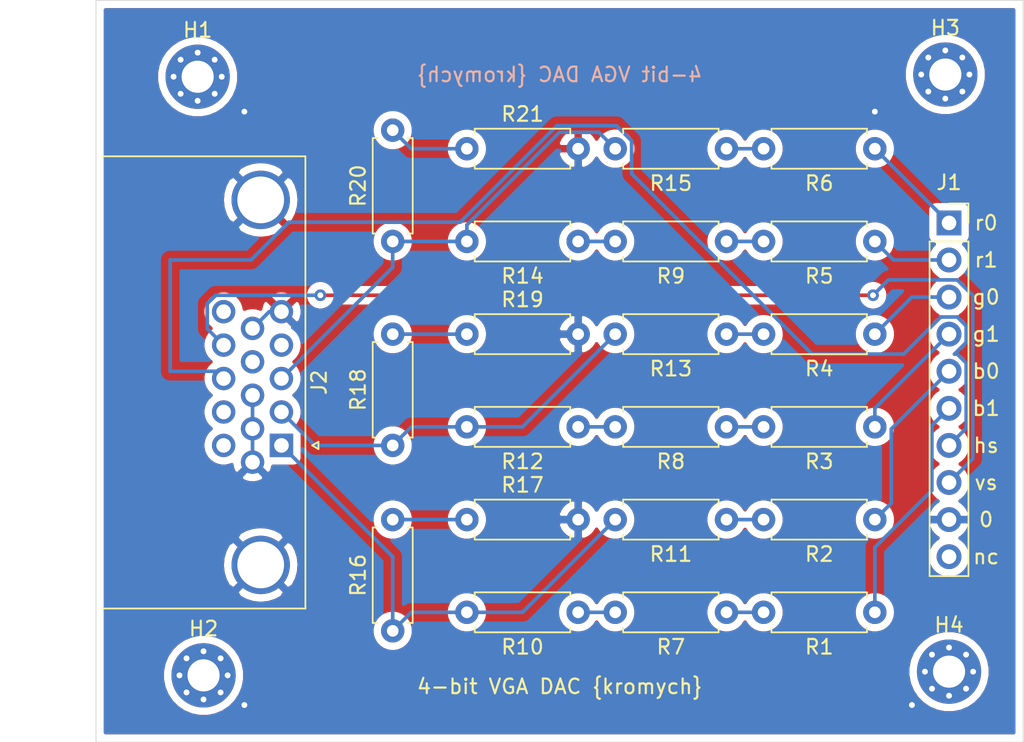
<source format=kicad_pcb>
(kicad_pcb (version 20171130) (host pcbnew 5.1.6+dfsg1-1)

  (general
    (thickness 1.6)
    (drawings 17)
    (tracks 91)
    (zones 0)
    (modules 27)
    (nets 25)
  )

  (page A4)
  (layers
    (0 F.Cu signal)
    (31 B.Cu signal)
    (32 B.Adhes user)
    (33 F.Adhes user)
    (34 B.Paste user)
    (35 F.Paste user)
    (36 B.SilkS user)
    (37 F.SilkS user)
    (38 B.Mask user)
    (39 F.Mask user)
    (40 Dwgs.User user)
    (41 Cmts.User user)
    (42 Eco1.User user)
    (43 Eco2.User user)
    (44 Edge.Cuts user)
    (45 Margin user)
    (46 B.CrtYd user)
    (47 F.CrtYd user)
    (48 B.Fab user)
    (49 F.Fab user)
  )

  (setup
    (last_trace_width 0.25)
    (trace_clearance 0.2)
    (zone_clearance 0.508)
    (zone_45_only no)
    (trace_min 0.2)
    (via_size 0.8)
    (via_drill 0.4)
    (via_min_size 0.4)
    (via_min_drill 0.3)
    (uvia_size 0.3)
    (uvia_drill 0.1)
    (uvias_allowed no)
    (uvia_min_size 0.2)
    (uvia_min_drill 0.1)
    (edge_width 0.05)
    (segment_width 0.2)
    (pcb_text_width 0.3)
    (pcb_text_size 1.5 1.5)
    (mod_edge_width 0.12)
    (mod_text_size 1 1)
    (mod_text_width 0.15)
    (pad_size 1.524 1.524)
    (pad_drill 0.762)
    (pad_to_mask_clearance 0.05)
    (aux_axis_origin 0 0)
    (visible_elements FFFFFF7F)
    (pcbplotparams
      (layerselection 0x010fc_ffffffff)
      (usegerberextensions false)
      (usegerberattributes true)
      (usegerberadvancedattributes true)
      (creategerberjobfile true)
      (excludeedgelayer true)
      (linewidth 0.100000)
      (plotframeref false)
      (viasonmask false)
      (mode 1)
      (useauxorigin false)
      (hpglpennumber 1)
      (hpglpenspeed 20)
      (hpglpendiameter 15.000000)
      (psnegative false)
      (psa4output false)
      (plotreference true)
      (plotvalue true)
      (plotinvisibletext false)
      (padsonsilk false)
      (subtractmaskfromsilk false)
      (outputformat 1)
      (mirror false)
      (drillshape 0)
      (scaleselection 1)
      (outputdirectory "./"))
  )

  (net 0 "")
  (net 1 GNDREF)
  (net 2 /VSync)
  (net 3 /HSync)
  (net 4 /R0)
  (net 5 /R1)
  (net 6 /G0)
  (net 7 /G1)
  (net 8 /B0)
  (net 9 /B1)
  (net 10 "Net-(J2-Pad3)")
  (net 11 "Net-(J2-Pad2)")
  (net 12 "Net-(J2-Pad1)")
  (net 13 "Net-(R1-Pad2)")
  (net 14 "Net-(R11-Pad1)")
  (net 15 "Net-(R3-Pad2)")
  (net 16 "Net-(R13-Pad1)")
  (net 17 "Net-(R5-Pad2)")
  (net 18 "Net-(R15-Pad1)")
  (net 19 "Net-(R10-Pad1)")
  (net 20 "Net-(R12-Pad1)")
  (net 21 "Net-(R14-Pad1)")
  (net 22 "Net-(R16-Pad2)")
  (net 23 "Net-(R18-Pad2)")
  (net 24 "Net-(R20-Pad2)")

  (net_class Default "This is the default net class."
    (clearance 0.2)
    (trace_width 0.25)
    (via_dia 0.8)
    (via_drill 0.4)
    (uvia_dia 0.3)
    (uvia_drill 0.1)
    (add_net /B0)
    (add_net /B1)
    (add_net /G0)
    (add_net /G1)
    (add_net /HSync)
    (add_net /R0)
    (add_net /R1)
    (add_net /VSync)
    (add_net GNDREF)
    (add_net "Net-(J2-Pad1)")
    (add_net "Net-(J2-Pad2)")
    (add_net "Net-(J2-Pad3)")
    (add_net "Net-(R1-Pad2)")
    (add_net "Net-(R10-Pad1)")
    (add_net "Net-(R11-Pad1)")
    (add_net "Net-(R12-Pad1)")
    (add_net "Net-(R13-Pad1)")
    (add_net "Net-(R14-Pad1)")
    (add_net "Net-(R15-Pad1)")
    (add_net "Net-(R16-Pad2)")
    (add_net "Net-(R18-Pad2)")
    (add_net "Net-(R20-Pad2)")
    (add_net "Net-(R3-Pad2)")
    (add_net "Net-(R5-Pad2)")
  )

  (module Connector_Dsub:DSUB-15-HD_Female_Horizontal_P2.29x1.98mm_EdgePinOffset8.35mm_Housed_MountingHolesOffset10.89mm (layer F.Cu) (tedit 59FEDEE2) (tstamp 5FF15681)
    (at 137.16 76.2 270)
    (descr "15-pin D-Sub connector, horizontal/angled (90 deg), THT-mount, female, pitch 2.29x1.98mm, pin-PCB-offset 8.35mm, distance of mounting holes 25mm, distance of mounting holes to PCB edge 10.889999999999999mm, see https://disti-assets.s3.amazonaws.com/tonar/files/datasheets/16730.pdf")
    (tags "15-pin D-Sub connector horizontal angled 90deg THT female pitch 2.29x1.98mm pin-PCB-offset 8.35mm mounting-holes-distance 25mm mounting-hole-offset 25mm")
    (path /5FED8167)
    (fp_text reference J2 (at -4.315 -2.58 90) (layer F.SilkS)
      (effects (font (size 1 1) (thickness 0.15)))
    )
    (fp_text value "VGA Out" (at -3.302 -3.302 90) (layer F.Fab)
      (effects (font (size 1 1) (thickness 0.15)))
    )
    (fp_line (start 11.65 -2.1) (end -20.25 -2.1) (layer F.CrtYd) (width 0.05))
    (fp_line (start 11.65 19.25) (end 11.65 -2.1) (layer F.CrtYd) (width 0.05))
    (fp_line (start -20.25 19.25) (end 11.65 19.25) (layer F.CrtYd) (width 0.05))
    (fp_line (start -20.25 -2.1) (end -20.25 19.25) (layer F.CrtYd) (width 0.05))
    (fp_line (start 0 -2.101325) (end -0.25 -2.534338) (layer F.SilkS) (width 0.12))
    (fp_line (start 0.25 -2.534338) (end 0 -2.101325) (layer F.SilkS) (width 0.12))
    (fp_line (start -0.25 -2.534338) (end 0.25 -2.534338) (layer F.SilkS) (width 0.12))
    (fp_line (start 11.17 -1.64) (end 11.17 12.25) (layer F.SilkS) (width 0.12))
    (fp_line (start -19.8 -1.64) (end 11.17 -1.64) (layer F.SilkS) (width 0.12))
    (fp_line (start -19.8 12.25) (end -19.8 -1.64) (layer F.SilkS) (width 0.12))
    (fp_line (start 9.785 12.31) (end 9.785 1.42) (layer F.Fab) (width 0.1))
    (fp_line (start 6.585 12.31) (end 6.585 1.42) (layer F.Fab) (width 0.1))
    (fp_line (start -15.215 12.31) (end -15.215 1.42) (layer F.Fab) (width 0.1))
    (fp_line (start -18.415 12.31) (end -18.415 1.42) (layer F.Fab) (width 0.1))
    (fp_line (start 10.685 12.71) (end 5.685 12.71) (layer F.Fab) (width 0.1))
    (fp_line (start 10.685 17.71) (end 10.685 12.71) (layer F.Fab) (width 0.1))
    (fp_line (start 5.685 17.71) (end 10.685 17.71) (layer F.Fab) (width 0.1))
    (fp_line (start 5.685 12.71) (end 5.685 17.71) (layer F.Fab) (width 0.1))
    (fp_line (start -14.315 12.71) (end -19.315 12.71) (layer F.Fab) (width 0.1))
    (fp_line (start -14.315 17.71) (end -14.315 12.71) (layer F.Fab) (width 0.1))
    (fp_line (start -19.315 17.71) (end -14.315 17.71) (layer F.Fab) (width 0.1))
    (fp_line (start -19.315 12.71) (end -19.315 17.71) (layer F.Fab) (width 0.1))
    (fp_line (start 3.835 12.71) (end -12.465 12.71) (layer F.Fab) (width 0.1))
    (fp_line (start 3.835 18.71) (end 3.835 12.71) (layer F.Fab) (width 0.1))
    (fp_line (start -12.465 18.71) (end 3.835 18.71) (layer F.Fab) (width 0.1))
    (fp_line (start -12.465 12.71) (end -12.465 18.71) (layer F.Fab) (width 0.1))
    (fp_line (start 11.11 12.31) (end -19.74 12.31) (layer F.Fab) (width 0.1))
    (fp_line (start 11.11 12.71) (end 11.11 12.31) (layer F.Fab) (width 0.1))
    (fp_line (start -19.74 12.71) (end 11.11 12.71) (layer F.Fab) (width 0.1))
    (fp_line (start -19.74 12.31) (end -19.74 12.71) (layer F.Fab) (width 0.1))
    (fp_line (start 11.11 -1.58) (end -19.74 -1.58) (layer F.Fab) (width 0.1))
    (fp_line (start 11.11 12.31) (end 11.11 -1.58) (layer F.Fab) (width 0.1))
    (fp_line (start -19.74 12.31) (end 11.11 12.31) (layer F.Fab) (width 0.1))
    (fp_line (start -19.74 -1.58) (end -19.74 12.31) (layer F.Fab) (width 0.1))
    (fp_text user %R (at -8.89 -3.302 90) (layer F.Fab)
      (effects (font (size 1 1) (thickness 0.15)))
    )
    (fp_arc (start 8.185 1.42) (end 6.585 1.42) (angle 180) (layer F.Fab) (width 0.1))
    (fp_arc (start -16.815 1.42) (end -18.415 1.42) (angle 180) (layer F.Fab) (width 0.1))
    (pad 0 thru_hole circle (at 8.185 1.42 270) (size 4 4) (drill 3.2) (layers *.Cu *.Mask)
      (net 1 GNDREF))
    (pad 0 thru_hole circle (at -16.815 1.42 270) (size 4 4) (drill 3.2) (layers *.Cu *.Mask)
      (net 1 GNDREF))
    (pad 15 thru_hole circle (at -9.16 3.96 270) (size 1.6 1.6) (drill 1) (layers *.Cu *.Mask))
    (pad 14 thru_hole circle (at -6.87 3.96 270) (size 1.6 1.6) (drill 1) (layers *.Cu *.Mask)
      (net 2 /VSync))
    (pad 13 thru_hole circle (at -4.58 3.96 270) (size 1.6 1.6) (drill 1) (layers *.Cu *.Mask)
      (net 3 /HSync))
    (pad 12 thru_hole circle (at -2.29 3.96 270) (size 1.6 1.6) (drill 1) (layers *.Cu *.Mask))
    (pad 11 thru_hole circle (at 0 3.96 270) (size 1.6 1.6) (drill 1) (layers *.Cu *.Mask))
    (pad 10 thru_hole circle (at -8.015 1.98 270) (size 1.6 1.6) (drill 1) (layers *.Cu *.Mask)
      (net 1 GNDREF))
    (pad 9 thru_hole circle (at -5.725 1.98 270) (size 1.6 1.6) (drill 1) (layers *.Cu *.Mask))
    (pad 8 thru_hole circle (at -3.435 1.98 270) (size 1.6 1.6) (drill 1) (layers *.Cu *.Mask)
      (net 1 GNDREF))
    (pad 7 thru_hole circle (at -1.145 1.98 270) (size 1.6 1.6) (drill 1) (layers *.Cu *.Mask)
      (net 1 GNDREF))
    (pad 6 thru_hole circle (at 1.145 1.98 270) (size 1.6 1.6) (drill 1) (layers *.Cu *.Mask)
      (net 1 GNDREF))
    (pad 5 thru_hole circle (at -9.16 0 270) (size 1.6 1.6) (drill 1) (layers *.Cu *.Mask)
      (net 1 GNDREF))
    (pad 4 thru_hole circle (at -6.87 0 270) (size 1.6 1.6) (drill 1) (layers *.Cu *.Mask))
    (pad 3 thru_hole circle (at -4.58 0 270) (size 1.6 1.6) (drill 1) (layers *.Cu *.Mask)
      (net 10 "Net-(J2-Pad3)"))
    (pad 2 thru_hole circle (at -2.29 0 270) (size 1.6 1.6) (drill 1) (layers *.Cu *.Mask)
      (net 11 "Net-(J2-Pad2)"))
    (pad 1 thru_hole rect (at 0 0 270) (size 1.6 1.6) (drill 1) (layers *.Cu *.Mask)
      (net 12 "Net-(J2-Pad1)"))
    (model ${KISYS3DMOD}/Connector_Dsub.3dshapes/DSUB-15-HD_Female_Horizontal_P2.29x1.98mm_EdgePinOffset8.35mm_Housed_MountingHolesOffset10.89mm.wrl
      (at (xyz 0 0 0))
      (scale (xyz 1 1 1))
      (rotate (xyz 0 0 0))
    )
  )

  (module MountingHole:MountingHole_2.2mm_M2_Pad_Via (layer F.Cu) (tedit 56DDB9C7) (tstamp 5FF1B98A)
    (at 182.88 91.694)
    (descr "Mounting Hole 2.2mm, M2")
    (tags "mounting hole 2.2mm m2")
    (path /5FF3FFBB)
    (attr virtual)
    (fp_text reference H4 (at 0 -3.2) (layer F.SilkS)
      (effects (font (size 1 1) (thickness 0.15)))
    )
    (fp_text value MountingHole (at 0 3.2) (layer F.Fab)
      (effects (font (size 1 1) (thickness 0.15)))
    )
    (fp_circle (center 0 0) (end 2.45 0) (layer F.CrtYd) (width 0.05))
    (fp_circle (center 0 0) (end 2.2 0) (layer Cmts.User) (width 0.15))
    (fp_text user %R (at 0.3 0) (layer F.Fab)
      (effects (font (size 1 1) (thickness 0.15)))
    )
    (pad 1 thru_hole circle (at 0 0) (size 4.4 4.4) (drill 2.2) (layers *.Cu *.Mask))
    (pad 1 thru_hole circle (at 1.65 0) (size 0.7 0.7) (drill 0.4) (layers *.Cu *.Mask))
    (pad 1 thru_hole circle (at 1.166726 1.166726) (size 0.7 0.7) (drill 0.4) (layers *.Cu *.Mask))
    (pad 1 thru_hole circle (at 0 1.65) (size 0.7 0.7) (drill 0.4) (layers *.Cu *.Mask))
    (pad 1 thru_hole circle (at -1.166726 1.166726) (size 0.7 0.7) (drill 0.4) (layers *.Cu *.Mask))
    (pad 1 thru_hole circle (at -1.65 0) (size 0.7 0.7) (drill 0.4) (layers *.Cu *.Mask))
    (pad 1 thru_hole circle (at -1.166726 -1.166726) (size 0.7 0.7) (drill 0.4) (layers *.Cu *.Mask))
    (pad 1 thru_hole circle (at 0 -1.65) (size 0.7 0.7) (drill 0.4) (layers *.Cu *.Mask))
    (pad 1 thru_hole circle (at 1.166726 -1.166726) (size 0.7 0.7) (drill 0.4) (layers *.Cu *.Mask))
  )

  (module MountingHole:MountingHole_2.2mm_M2_Pad_Via (layer F.Cu) (tedit 56DDB9C7) (tstamp 5FF1A59E)
    (at 182.626 50.8)
    (descr "Mounting Hole 2.2mm, M2")
    (tags "mounting hole 2.2mm m2")
    (path /5FF44C99)
    (attr virtual)
    (fp_text reference H3 (at 0 -3.2) (layer F.SilkS)
      (effects (font (size 1 1) (thickness 0.15)))
    )
    (fp_text value MountingHole (at 0 3.2) (layer F.Fab)
      (effects (font (size 1 1) (thickness 0.15)))
    )
    (fp_circle (center 0 0) (end 2.45 0) (layer F.CrtYd) (width 0.05))
    (fp_circle (center 0 0) (end 2.2 0) (layer Cmts.User) (width 0.15))
    (fp_text user %R (at 0.3 0) (layer F.Fab)
      (effects (font (size 1 1) (thickness 0.15)))
    )
    (pad 1 thru_hole circle (at 1.166726 -1.166726) (size 0.7 0.7) (drill 0.4) (layers *.Cu *.Mask))
    (pad 1 thru_hole circle (at 0 -1.65) (size 0.7 0.7) (drill 0.4) (layers *.Cu *.Mask))
    (pad 1 thru_hole circle (at -1.166726 -1.166726) (size 0.7 0.7) (drill 0.4) (layers *.Cu *.Mask))
    (pad 1 thru_hole circle (at -1.65 0) (size 0.7 0.7) (drill 0.4) (layers *.Cu *.Mask))
    (pad 1 thru_hole circle (at -1.166726 1.166726) (size 0.7 0.7) (drill 0.4) (layers *.Cu *.Mask))
    (pad 1 thru_hole circle (at 0 1.65) (size 0.7 0.7) (drill 0.4) (layers *.Cu *.Mask))
    (pad 1 thru_hole circle (at 1.166726 1.166726) (size 0.7 0.7) (drill 0.4) (layers *.Cu *.Mask))
    (pad 1 thru_hole circle (at 1.65 0) (size 0.7 0.7) (drill 0.4) (layers *.Cu *.Mask))
    (pad 1 thru_hole circle (at 0 0) (size 4.4 4.4) (drill 2.2) (layers *.Cu *.Mask))
  )

  (module MountingHole:MountingHole_2.2mm_M2_Pad_Via (layer F.Cu) (tedit 56DDB9C7) (tstamp 5FF1A58E)
    (at 131.826 91.948)
    (descr "Mounting Hole 2.2mm, M2")
    (tags "mounting hole 2.2mm m2")
    (path /5FF4913F)
    (attr virtual)
    (fp_text reference H2 (at 0 -3.2) (layer F.SilkS)
      (effects (font (size 1 1) (thickness 0.15)))
    )
    (fp_text value MountingHole (at 0 3.2) (layer F.Fab)
      (effects (font (size 1 1) (thickness 0.15)))
    )
    (fp_circle (center 0 0) (end 2.45 0) (layer F.CrtYd) (width 0.05))
    (fp_circle (center 0 0) (end 2.2 0) (layer Cmts.User) (width 0.15))
    (fp_text user %R (at 0.3 0) (layer F.Fab)
      (effects (font (size 1 1) (thickness 0.15)))
    )
    (pad 1 thru_hole circle (at 1.166726 -1.166726) (size 0.7 0.7) (drill 0.4) (layers *.Cu *.Mask))
    (pad 1 thru_hole circle (at 0 -1.65) (size 0.7 0.7) (drill 0.4) (layers *.Cu *.Mask))
    (pad 1 thru_hole circle (at -1.166726 -1.166726) (size 0.7 0.7) (drill 0.4) (layers *.Cu *.Mask))
    (pad 1 thru_hole circle (at -1.65 0) (size 0.7 0.7) (drill 0.4) (layers *.Cu *.Mask))
    (pad 1 thru_hole circle (at -1.166726 1.166726) (size 0.7 0.7) (drill 0.4) (layers *.Cu *.Mask))
    (pad 1 thru_hole circle (at 0 1.65) (size 0.7 0.7) (drill 0.4) (layers *.Cu *.Mask))
    (pad 1 thru_hole circle (at 1.166726 1.166726) (size 0.7 0.7) (drill 0.4) (layers *.Cu *.Mask))
    (pad 1 thru_hole circle (at 1.65 0) (size 0.7 0.7) (drill 0.4) (layers *.Cu *.Mask))
    (pad 1 thru_hole circle (at 0 0) (size 4.4 4.4) (drill 2.2) (layers *.Cu *.Mask))
  )

  (module MountingHole:MountingHole_2.2mm_M2_Pad_Via (layer F.Cu) (tedit 56DDB9C7) (tstamp 5FF1A57E)
    (at 131.421274 50.950726)
    (descr "Mounting Hole 2.2mm, M2")
    (tags "mounting hole 2.2mm m2")
    (path /5FF4D013)
    (attr virtual)
    (fp_text reference H1 (at 0 -3.2) (layer F.SilkS)
      (effects (font (size 1 1) (thickness 0.15)))
    )
    (fp_text value MountingHole (at 0 3.2) (layer F.Fab)
      (effects (font (size 1 1) (thickness 0.15)))
    )
    (fp_circle (center 0 0) (end 2.45 0) (layer F.CrtYd) (width 0.05))
    (fp_circle (center 0 0) (end 2.2 0) (layer Cmts.User) (width 0.15))
    (fp_text user %R (at 0.3 0) (layer F.Fab)
      (effects (font (size 1 1) (thickness 0.15)))
    )
    (pad 1 thru_hole circle (at 1.166726 -1.166726) (size 0.7 0.7) (drill 0.4) (layers *.Cu *.Mask))
    (pad 1 thru_hole circle (at 0 -1.65) (size 0.7 0.7) (drill 0.4) (layers *.Cu *.Mask))
    (pad 1 thru_hole circle (at -1.166726 -1.166726) (size 0.7 0.7) (drill 0.4) (layers *.Cu *.Mask))
    (pad 1 thru_hole circle (at -1.65 0) (size 0.7 0.7) (drill 0.4) (layers *.Cu *.Mask))
    (pad 1 thru_hole circle (at -1.166726 1.166726) (size 0.7 0.7) (drill 0.4) (layers *.Cu *.Mask))
    (pad 1 thru_hole circle (at 0 1.65) (size 0.7 0.7) (drill 0.4) (layers *.Cu *.Mask))
    (pad 1 thru_hole circle (at 1.166726 1.166726) (size 0.7 0.7) (drill 0.4) (layers *.Cu *.Mask))
    (pad 1 thru_hole circle (at 1.65 0) (size 0.7 0.7) (drill 0.4) (layers *.Cu *.Mask))
    (pad 1 thru_hole circle (at 0 0) (size 4.4 4.4) (drill 2.2) (layers *.Cu *.Mask))
  )

  (module Resistor_THT:R_Axial_DIN0207_L6.3mm_D2.5mm_P7.62mm_Horizontal (layer F.Cu) (tedit 5AE5139B) (tstamp 5FF15864)
    (at 149.86 55.88)
    (descr "Resistor, Axial_DIN0207 series, Axial, Horizontal, pin pitch=7.62mm, 0.25W = 1/4W, length*diameter=6.3*2.5mm^2, http://cdn-reichelt.de/documents/datenblatt/B400/1_4W%23YAG.pdf")
    (tags "Resistor Axial_DIN0207 series Axial Horizontal pin pitch 7.62mm 0.25W = 1/4W length 6.3mm diameter 2.5mm")
    (path /5FF022B5)
    (fp_text reference R21 (at 3.81 -2.37) (layer F.SilkS)
      (effects (font (size 1 1) (thickness 0.15)))
    )
    (fp_text value 10 (at 3.81 2.37) (layer F.Fab)
      (effects (font (size 1 1) (thickness 0.15)))
    )
    (fp_line (start 8.67 -1.5) (end -1.05 -1.5) (layer F.CrtYd) (width 0.05))
    (fp_line (start 8.67 1.5) (end 8.67 -1.5) (layer F.CrtYd) (width 0.05))
    (fp_line (start -1.05 1.5) (end 8.67 1.5) (layer F.CrtYd) (width 0.05))
    (fp_line (start -1.05 -1.5) (end -1.05 1.5) (layer F.CrtYd) (width 0.05))
    (fp_line (start 7.08 1.37) (end 7.08 1.04) (layer F.SilkS) (width 0.12))
    (fp_line (start 0.54 1.37) (end 7.08 1.37) (layer F.SilkS) (width 0.12))
    (fp_line (start 0.54 1.04) (end 0.54 1.37) (layer F.SilkS) (width 0.12))
    (fp_line (start 7.08 -1.37) (end 7.08 -1.04) (layer F.SilkS) (width 0.12))
    (fp_line (start 0.54 -1.37) (end 7.08 -1.37) (layer F.SilkS) (width 0.12))
    (fp_line (start 0.54 -1.04) (end 0.54 -1.37) (layer F.SilkS) (width 0.12))
    (fp_line (start 7.62 0) (end 6.96 0) (layer F.Fab) (width 0.1))
    (fp_line (start 0 0) (end 0.66 0) (layer F.Fab) (width 0.1))
    (fp_line (start 6.96 -1.25) (end 0.66 -1.25) (layer F.Fab) (width 0.1))
    (fp_line (start 6.96 1.25) (end 6.96 -1.25) (layer F.Fab) (width 0.1))
    (fp_line (start 0.66 1.25) (end 6.96 1.25) (layer F.Fab) (width 0.1))
    (fp_line (start 0.66 -1.25) (end 0.66 1.25) (layer F.Fab) (width 0.1))
    (fp_text user %R (at 3.81 0) (layer F.Fab)
      (effects (font (size 1 1) (thickness 0.15)))
    )
    (pad 2 thru_hole oval (at 7.62 0) (size 1.6 1.6) (drill 0.8) (layers *.Cu *.Mask)
      (net 1 GNDREF))
    (pad 1 thru_hole circle (at 0 0) (size 1.6 1.6) (drill 0.8) (layers *.Cu *.Mask)
      (net 24 "Net-(R20-Pad2)"))
    (model ${KISYS3DMOD}/Resistor_THT.3dshapes/R_Axial_DIN0207_L6.3mm_D2.5mm_P7.62mm_Horizontal.wrl
      (at (xyz 0 0 0))
      (scale (xyz 1 1 1))
      (rotate (xyz 0 0 0))
    )
  )

  (module Resistor_THT:R_Axial_DIN0207_L6.3mm_D2.5mm_P7.62mm_Horizontal (layer F.Cu) (tedit 5AE5139B) (tstamp 5FF1584D)
    (at 144.78 62.23 90)
    (descr "Resistor, Axial_DIN0207 series, Axial, Horizontal, pin pitch=7.62mm, 0.25W = 1/4W, length*diameter=6.3*2.5mm^2, http://cdn-reichelt.de/documents/datenblatt/B400/1_4W%23YAG.pdf")
    (tags "Resistor Axial_DIN0207 series Axial Horizontal pin pitch 7.62mm 0.25W = 1/4W length 6.3mm diameter 2.5mm")
    (path /5FF022A9)
    (fp_text reference R20 (at 3.81 -2.37 90) (layer F.SilkS)
      (effects (font (size 1 1) (thickness 0.15)))
    )
    (fp_text value 120 (at 3.81 2.37 90) (layer F.Fab)
      (effects (font (size 1 1) (thickness 0.15)))
    )
    (fp_line (start 8.67 -1.5) (end -1.05 -1.5) (layer F.CrtYd) (width 0.05))
    (fp_line (start 8.67 1.5) (end 8.67 -1.5) (layer F.CrtYd) (width 0.05))
    (fp_line (start -1.05 1.5) (end 8.67 1.5) (layer F.CrtYd) (width 0.05))
    (fp_line (start -1.05 -1.5) (end -1.05 1.5) (layer F.CrtYd) (width 0.05))
    (fp_line (start 7.08 1.37) (end 7.08 1.04) (layer F.SilkS) (width 0.12))
    (fp_line (start 0.54 1.37) (end 7.08 1.37) (layer F.SilkS) (width 0.12))
    (fp_line (start 0.54 1.04) (end 0.54 1.37) (layer F.SilkS) (width 0.12))
    (fp_line (start 7.08 -1.37) (end 7.08 -1.04) (layer F.SilkS) (width 0.12))
    (fp_line (start 0.54 -1.37) (end 7.08 -1.37) (layer F.SilkS) (width 0.12))
    (fp_line (start 0.54 -1.04) (end 0.54 -1.37) (layer F.SilkS) (width 0.12))
    (fp_line (start 7.62 0) (end 6.96 0) (layer F.Fab) (width 0.1))
    (fp_line (start 0 0) (end 0.66 0) (layer F.Fab) (width 0.1))
    (fp_line (start 6.96 -1.25) (end 0.66 -1.25) (layer F.Fab) (width 0.1))
    (fp_line (start 6.96 1.25) (end 6.96 -1.25) (layer F.Fab) (width 0.1))
    (fp_line (start 0.66 1.25) (end 6.96 1.25) (layer F.Fab) (width 0.1))
    (fp_line (start 0.66 -1.25) (end 0.66 1.25) (layer F.Fab) (width 0.1))
    (fp_text user %R (at 3.81 0 90) (layer F.Fab)
      (effects (font (size 1 1) (thickness 0.15)))
    )
    (pad 2 thru_hole oval (at 7.62 0 90) (size 1.6 1.6) (drill 0.8) (layers *.Cu *.Mask)
      (net 24 "Net-(R20-Pad2)"))
    (pad 1 thru_hole circle (at 0 0 90) (size 1.6 1.6) (drill 0.8) (layers *.Cu *.Mask)
      (net 10 "Net-(J2-Pad3)"))
    (model ${KISYS3DMOD}/Resistor_THT.3dshapes/R_Axial_DIN0207_L6.3mm_D2.5mm_P7.62mm_Horizontal.wrl
      (at (xyz 0 0 0))
      (scale (xyz 1 1 1))
      (rotate (xyz 0 0 0))
    )
  )

  (module Resistor_THT:R_Axial_DIN0207_L6.3mm_D2.5mm_P7.62mm_Horizontal (layer F.Cu) (tedit 5AE5139B) (tstamp 5FF15836)
    (at 149.86 68.58)
    (descr "Resistor, Axial_DIN0207 series, Axial, Horizontal, pin pitch=7.62mm, 0.25W = 1/4W, length*diameter=6.3*2.5mm^2, http://cdn-reichelt.de/documents/datenblatt/B400/1_4W%23YAG.pdf")
    (tags "Resistor Axial_DIN0207 series Axial Horizontal pin pitch 7.62mm 0.25W = 1/4W length 6.3mm diameter 2.5mm")
    (path /5FEFF27B)
    (fp_text reference R19 (at 3.81 -2.37) (layer F.SilkS)
      (effects (font (size 1 1) (thickness 0.15)))
    )
    (fp_text value 10 (at 3.81 2.37) (layer F.Fab)
      (effects (font (size 1 1) (thickness 0.15)))
    )
    (fp_line (start 8.67 -1.5) (end -1.05 -1.5) (layer F.CrtYd) (width 0.05))
    (fp_line (start 8.67 1.5) (end 8.67 -1.5) (layer F.CrtYd) (width 0.05))
    (fp_line (start -1.05 1.5) (end 8.67 1.5) (layer F.CrtYd) (width 0.05))
    (fp_line (start -1.05 -1.5) (end -1.05 1.5) (layer F.CrtYd) (width 0.05))
    (fp_line (start 7.08 1.37) (end 7.08 1.04) (layer F.SilkS) (width 0.12))
    (fp_line (start 0.54 1.37) (end 7.08 1.37) (layer F.SilkS) (width 0.12))
    (fp_line (start 0.54 1.04) (end 0.54 1.37) (layer F.SilkS) (width 0.12))
    (fp_line (start 7.08 -1.37) (end 7.08 -1.04) (layer F.SilkS) (width 0.12))
    (fp_line (start 0.54 -1.37) (end 7.08 -1.37) (layer F.SilkS) (width 0.12))
    (fp_line (start 0.54 -1.04) (end 0.54 -1.37) (layer F.SilkS) (width 0.12))
    (fp_line (start 7.62 0) (end 6.96 0) (layer F.Fab) (width 0.1))
    (fp_line (start 0 0) (end 0.66 0) (layer F.Fab) (width 0.1))
    (fp_line (start 6.96 -1.25) (end 0.66 -1.25) (layer F.Fab) (width 0.1))
    (fp_line (start 6.96 1.25) (end 6.96 -1.25) (layer F.Fab) (width 0.1))
    (fp_line (start 0.66 1.25) (end 6.96 1.25) (layer F.Fab) (width 0.1))
    (fp_line (start 0.66 -1.25) (end 0.66 1.25) (layer F.Fab) (width 0.1))
    (fp_text user %R (at 3.81 0) (layer F.Fab)
      (effects (font (size 1 1) (thickness 0.15)))
    )
    (pad 2 thru_hole oval (at 7.62 0) (size 1.6 1.6) (drill 0.8) (layers *.Cu *.Mask)
      (net 1 GNDREF))
    (pad 1 thru_hole circle (at 0 0) (size 1.6 1.6) (drill 0.8) (layers *.Cu *.Mask)
      (net 23 "Net-(R18-Pad2)"))
    (model ${KISYS3DMOD}/Resistor_THT.3dshapes/R_Axial_DIN0207_L6.3mm_D2.5mm_P7.62mm_Horizontal.wrl
      (at (xyz 0 0 0))
      (scale (xyz 1 1 1))
      (rotate (xyz 0 0 0))
    )
  )

  (module Resistor_THT:R_Axial_DIN0207_L6.3mm_D2.5mm_P7.62mm_Horizontal (layer F.Cu) (tedit 5AE5139B) (tstamp 5FF1581F)
    (at 144.78 76.2 90)
    (descr "Resistor, Axial_DIN0207 series, Axial, Horizontal, pin pitch=7.62mm, 0.25W = 1/4W, length*diameter=6.3*2.5mm^2, http://cdn-reichelt.de/documents/datenblatt/B400/1_4W%23YAG.pdf")
    (tags "Resistor Axial_DIN0207 series Axial Horizontal pin pitch 7.62mm 0.25W = 1/4W length 6.3mm diameter 2.5mm")
    (path /5FEFF26F)
    (fp_text reference R18 (at 3.81 -2.37 90) (layer F.SilkS)
      (effects (font (size 1 1) (thickness 0.15)))
    )
    (fp_text value 120 (at 3.81 2.37 90) (layer F.Fab)
      (effects (font (size 1 1) (thickness 0.15)))
    )
    (fp_line (start 8.67 -1.5) (end -1.05 -1.5) (layer F.CrtYd) (width 0.05))
    (fp_line (start 8.67 1.5) (end 8.67 -1.5) (layer F.CrtYd) (width 0.05))
    (fp_line (start -1.05 1.5) (end 8.67 1.5) (layer F.CrtYd) (width 0.05))
    (fp_line (start -1.05 -1.5) (end -1.05 1.5) (layer F.CrtYd) (width 0.05))
    (fp_line (start 7.08 1.37) (end 7.08 1.04) (layer F.SilkS) (width 0.12))
    (fp_line (start 0.54 1.37) (end 7.08 1.37) (layer F.SilkS) (width 0.12))
    (fp_line (start 0.54 1.04) (end 0.54 1.37) (layer F.SilkS) (width 0.12))
    (fp_line (start 7.08 -1.37) (end 7.08 -1.04) (layer F.SilkS) (width 0.12))
    (fp_line (start 0.54 -1.37) (end 7.08 -1.37) (layer F.SilkS) (width 0.12))
    (fp_line (start 0.54 -1.04) (end 0.54 -1.37) (layer F.SilkS) (width 0.12))
    (fp_line (start 7.62 0) (end 6.96 0) (layer F.Fab) (width 0.1))
    (fp_line (start 0 0) (end 0.66 0) (layer F.Fab) (width 0.1))
    (fp_line (start 6.96 -1.25) (end 0.66 -1.25) (layer F.Fab) (width 0.1))
    (fp_line (start 6.96 1.25) (end 6.96 -1.25) (layer F.Fab) (width 0.1))
    (fp_line (start 0.66 1.25) (end 6.96 1.25) (layer F.Fab) (width 0.1))
    (fp_line (start 0.66 -1.25) (end 0.66 1.25) (layer F.Fab) (width 0.1))
    (fp_text user %R (at 3.81 0 90) (layer F.Fab)
      (effects (font (size 1 1) (thickness 0.15)))
    )
    (pad 2 thru_hole oval (at 7.62 0 90) (size 1.6 1.6) (drill 0.8) (layers *.Cu *.Mask)
      (net 23 "Net-(R18-Pad2)"))
    (pad 1 thru_hole circle (at 0 0 90) (size 1.6 1.6) (drill 0.8) (layers *.Cu *.Mask)
      (net 11 "Net-(J2-Pad2)"))
    (model ${KISYS3DMOD}/Resistor_THT.3dshapes/R_Axial_DIN0207_L6.3mm_D2.5mm_P7.62mm_Horizontal.wrl
      (at (xyz 0 0 0))
      (scale (xyz 1 1 1))
      (rotate (xyz 0 0 0))
    )
  )

  (module Resistor_THT:R_Axial_DIN0207_L6.3mm_D2.5mm_P7.62mm_Horizontal (layer F.Cu) (tedit 5AE5139B) (tstamp 5FF15808)
    (at 149.86 81.28)
    (descr "Resistor, Axial_DIN0207 series, Axial, Horizontal, pin pitch=7.62mm, 0.25W = 1/4W, length*diameter=6.3*2.5mm^2, http://cdn-reichelt.de/documents/datenblatt/B400/1_4W%23YAG.pdf")
    (tags "Resistor Axial_DIN0207 series Axial Horizontal pin pitch 7.62mm 0.25W = 1/4W length 6.3mm diameter 2.5mm")
    (path /5FEB473B)
    (fp_text reference R17 (at 3.81 -2.37) (layer F.SilkS)
      (effects (font (size 1 1) (thickness 0.15)))
    )
    (fp_text value 10 (at 3.81 2.37) (layer F.Fab)
      (effects (font (size 1 1) (thickness 0.15)))
    )
    (fp_line (start 8.67 -1.5) (end -1.05 -1.5) (layer F.CrtYd) (width 0.05))
    (fp_line (start 8.67 1.5) (end 8.67 -1.5) (layer F.CrtYd) (width 0.05))
    (fp_line (start -1.05 1.5) (end 8.67 1.5) (layer F.CrtYd) (width 0.05))
    (fp_line (start -1.05 -1.5) (end -1.05 1.5) (layer F.CrtYd) (width 0.05))
    (fp_line (start 7.08 1.37) (end 7.08 1.04) (layer F.SilkS) (width 0.12))
    (fp_line (start 0.54 1.37) (end 7.08 1.37) (layer F.SilkS) (width 0.12))
    (fp_line (start 0.54 1.04) (end 0.54 1.37) (layer F.SilkS) (width 0.12))
    (fp_line (start 7.08 -1.37) (end 7.08 -1.04) (layer F.SilkS) (width 0.12))
    (fp_line (start 0.54 -1.37) (end 7.08 -1.37) (layer F.SilkS) (width 0.12))
    (fp_line (start 0.54 -1.04) (end 0.54 -1.37) (layer F.SilkS) (width 0.12))
    (fp_line (start 7.62 0) (end 6.96 0) (layer F.Fab) (width 0.1))
    (fp_line (start 0 0) (end 0.66 0) (layer F.Fab) (width 0.1))
    (fp_line (start 6.96 -1.25) (end 0.66 -1.25) (layer F.Fab) (width 0.1))
    (fp_line (start 6.96 1.25) (end 6.96 -1.25) (layer F.Fab) (width 0.1))
    (fp_line (start 0.66 1.25) (end 6.96 1.25) (layer F.Fab) (width 0.1))
    (fp_line (start 0.66 -1.25) (end 0.66 1.25) (layer F.Fab) (width 0.1))
    (fp_text user %R (at 3.81 0) (layer F.Fab)
      (effects (font (size 1 1) (thickness 0.15)))
    )
    (pad 2 thru_hole oval (at 7.62 0) (size 1.6 1.6) (drill 0.8) (layers *.Cu *.Mask)
      (net 1 GNDREF))
    (pad 1 thru_hole circle (at 0 0) (size 1.6 1.6) (drill 0.8) (layers *.Cu *.Mask)
      (net 22 "Net-(R16-Pad2)"))
    (model ${KISYS3DMOD}/Resistor_THT.3dshapes/R_Axial_DIN0207_L6.3mm_D2.5mm_P7.62mm_Horizontal.wrl
      (at (xyz 0 0 0))
      (scale (xyz 1 1 1))
      (rotate (xyz 0 0 0))
    )
  )

  (module Resistor_THT:R_Axial_DIN0207_L6.3mm_D2.5mm_P7.62mm_Horizontal (layer F.Cu) (tedit 5AE5139B) (tstamp 5FF157F1)
    (at 144.78 88.9 90)
    (descr "Resistor, Axial_DIN0207 series, Axial, Horizontal, pin pitch=7.62mm, 0.25W = 1/4W, length*diameter=6.3*2.5mm^2, http://cdn-reichelt.de/documents/datenblatt/B400/1_4W%23YAG.pdf")
    (tags "Resistor Axial_DIN0207 series Axial Horizontal pin pitch 7.62mm 0.25W = 1/4W length 6.3mm diameter 2.5mm")
    (path /5FE959FE)
    (fp_text reference R16 (at 3.81 -2.37 90) (layer F.SilkS)
      (effects (font (size 1 1) (thickness 0.15)))
    )
    (fp_text value 120 (at 3.81 2.37 90) (layer F.Fab)
      (effects (font (size 1 1) (thickness 0.15)))
    )
    (fp_line (start 8.67 -1.5) (end -1.05 -1.5) (layer F.CrtYd) (width 0.05))
    (fp_line (start 8.67 1.5) (end 8.67 -1.5) (layer F.CrtYd) (width 0.05))
    (fp_line (start -1.05 1.5) (end 8.67 1.5) (layer F.CrtYd) (width 0.05))
    (fp_line (start -1.05 -1.5) (end -1.05 1.5) (layer F.CrtYd) (width 0.05))
    (fp_line (start 7.08 1.37) (end 7.08 1.04) (layer F.SilkS) (width 0.12))
    (fp_line (start 0.54 1.37) (end 7.08 1.37) (layer F.SilkS) (width 0.12))
    (fp_line (start 0.54 1.04) (end 0.54 1.37) (layer F.SilkS) (width 0.12))
    (fp_line (start 7.08 -1.37) (end 7.08 -1.04) (layer F.SilkS) (width 0.12))
    (fp_line (start 0.54 -1.37) (end 7.08 -1.37) (layer F.SilkS) (width 0.12))
    (fp_line (start 0.54 -1.04) (end 0.54 -1.37) (layer F.SilkS) (width 0.12))
    (fp_line (start 7.62 0) (end 6.96 0) (layer F.Fab) (width 0.1))
    (fp_line (start 0 0) (end 0.66 0) (layer F.Fab) (width 0.1))
    (fp_line (start 6.96 -1.25) (end 0.66 -1.25) (layer F.Fab) (width 0.1))
    (fp_line (start 6.96 1.25) (end 6.96 -1.25) (layer F.Fab) (width 0.1))
    (fp_line (start 0.66 1.25) (end 6.96 1.25) (layer F.Fab) (width 0.1))
    (fp_line (start 0.66 -1.25) (end 0.66 1.25) (layer F.Fab) (width 0.1))
    (fp_text user %R (at 3.81 0 90) (layer F.Fab)
      (effects (font (size 1 1) (thickness 0.15)))
    )
    (pad 2 thru_hole oval (at 7.62 0 90) (size 1.6 1.6) (drill 0.8) (layers *.Cu *.Mask)
      (net 22 "Net-(R16-Pad2)"))
    (pad 1 thru_hole circle (at 0 0 90) (size 1.6 1.6) (drill 0.8) (layers *.Cu *.Mask)
      (net 12 "Net-(J2-Pad1)"))
    (model ${KISYS3DMOD}/Resistor_THT.3dshapes/R_Axial_DIN0207_L6.3mm_D2.5mm_P7.62mm_Horizontal.wrl
      (at (xyz 0 0 0))
      (scale (xyz 1 1 1))
      (rotate (xyz 0 0 0))
    )
  )

  (module Resistor_THT:R_Axial_DIN0207_L6.3mm_D2.5mm_P7.62mm_Horizontal (layer F.Cu) (tedit 5AE5139B) (tstamp 5FF157DA)
    (at 167.64 55.88 180)
    (descr "Resistor, Axial_DIN0207 series, Axial, Horizontal, pin pitch=7.62mm, 0.25W = 1/4W, length*diameter=6.3*2.5mm^2, http://cdn-reichelt.de/documents/datenblatt/B400/1_4W%23YAG.pdf")
    (tags "Resistor Axial_DIN0207 series Axial Horizontal pin pitch 7.62mm 0.25W = 1/4W length 6.3mm diameter 2.5mm")
    (path /5FF0229D)
    (fp_text reference R15 (at 3.81 -2.37) (layer F.SilkS)
      (effects (font (size 1 1) (thickness 0.15)))
    )
    (fp_text value 510 (at 3.81 2.37) (layer F.Fab)
      (effects (font (size 1 1) (thickness 0.15)))
    )
    (fp_line (start 8.67 -1.5) (end -1.05 -1.5) (layer F.CrtYd) (width 0.05))
    (fp_line (start 8.67 1.5) (end 8.67 -1.5) (layer F.CrtYd) (width 0.05))
    (fp_line (start -1.05 1.5) (end 8.67 1.5) (layer F.CrtYd) (width 0.05))
    (fp_line (start -1.05 -1.5) (end -1.05 1.5) (layer F.CrtYd) (width 0.05))
    (fp_line (start 7.08 1.37) (end 7.08 1.04) (layer F.SilkS) (width 0.12))
    (fp_line (start 0.54 1.37) (end 7.08 1.37) (layer F.SilkS) (width 0.12))
    (fp_line (start 0.54 1.04) (end 0.54 1.37) (layer F.SilkS) (width 0.12))
    (fp_line (start 7.08 -1.37) (end 7.08 -1.04) (layer F.SilkS) (width 0.12))
    (fp_line (start 0.54 -1.37) (end 7.08 -1.37) (layer F.SilkS) (width 0.12))
    (fp_line (start 0.54 -1.04) (end 0.54 -1.37) (layer F.SilkS) (width 0.12))
    (fp_line (start 7.62 0) (end 6.96 0) (layer F.Fab) (width 0.1))
    (fp_line (start 0 0) (end 0.66 0) (layer F.Fab) (width 0.1))
    (fp_line (start 6.96 -1.25) (end 0.66 -1.25) (layer F.Fab) (width 0.1))
    (fp_line (start 6.96 1.25) (end 6.96 -1.25) (layer F.Fab) (width 0.1))
    (fp_line (start 0.66 1.25) (end 6.96 1.25) (layer F.Fab) (width 0.1))
    (fp_line (start 0.66 -1.25) (end 0.66 1.25) (layer F.Fab) (width 0.1))
    (fp_text user %R (at 3.81 0) (layer F.Fab)
      (effects (font (size 1 1) (thickness 0.15)))
    )
    (pad 2 thru_hole oval (at 7.62 0 180) (size 1.6 1.6) (drill 0.8) (layers *.Cu *.Mask)
      (net 10 "Net-(J2-Pad3)"))
    (pad 1 thru_hole circle (at 0 0 180) (size 1.6 1.6) (drill 0.8) (layers *.Cu *.Mask)
      (net 18 "Net-(R15-Pad1)"))
    (model ${KISYS3DMOD}/Resistor_THT.3dshapes/R_Axial_DIN0207_L6.3mm_D2.5mm_P7.62mm_Horizontal.wrl
      (at (xyz 0 0 0))
      (scale (xyz 1 1 1))
      (rotate (xyz 0 0 0))
    )
  )

  (module Resistor_THT:R_Axial_DIN0207_L6.3mm_D2.5mm_P7.62mm_Horizontal (layer F.Cu) (tedit 5AE5139B) (tstamp 5FF157C3)
    (at 157.48 62.23 180)
    (descr "Resistor, Axial_DIN0207 series, Axial, Horizontal, pin pitch=7.62mm, 0.25W = 1/4W, length*diameter=6.3*2.5mm^2, http://cdn-reichelt.de/documents/datenblatt/B400/1_4W%23YAG.pdf")
    (tags "Resistor Axial_DIN0207 series Axial Horizontal pin pitch 7.62mm 0.25W = 1/4W length 6.3mm diameter 2.5mm")
    (path /5FF022AF)
    (fp_text reference R14 (at 3.81 -2.37) (layer F.SilkS)
      (effects (font (size 1 1) (thickness 0.15)))
    )
    (fp_text value 220 (at 3.81 2.37) (layer F.Fab)
      (effects (font (size 1 1) (thickness 0.15)))
    )
    (fp_line (start 8.67 -1.5) (end -1.05 -1.5) (layer F.CrtYd) (width 0.05))
    (fp_line (start 8.67 1.5) (end 8.67 -1.5) (layer F.CrtYd) (width 0.05))
    (fp_line (start -1.05 1.5) (end 8.67 1.5) (layer F.CrtYd) (width 0.05))
    (fp_line (start -1.05 -1.5) (end -1.05 1.5) (layer F.CrtYd) (width 0.05))
    (fp_line (start 7.08 1.37) (end 7.08 1.04) (layer F.SilkS) (width 0.12))
    (fp_line (start 0.54 1.37) (end 7.08 1.37) (layer F.SilkS) (width 0.12))
    (fp_line (start 0.54 1.04) (end 0.54 1.37) (layer F.SilkS) (width 0.12))
    (fp_line (start 7.08 -1.37) (end 7.08 -1.04) (layer F.SilkS) (width 0.12))
    (fp_line (start 0.54 -1.37) (end 7.08 -1.37) (layer F.SilkS) (width 0.12))
    (fp_line (start 0.54 -1.04) (end 0.54 -1.37) (layer F.SilkS) (width 0.12))
    (fp_line (start 7.62 0) (end 6.96 0) (layer F.Fab) (width 0.1))
    (fp_line (start 0 0) (end 0.66 0) (layer F.Fab) (width 0.1))
    (fp_line (start 6.96 -1.25) (end 0.66 -1.25) (layer F.Fab) (width 0.1))
    (fp_line (start 6.96 1.25) (end 6.96 -1.25) (layer F.Fab) (width 0.1))
    (fp_line (start 0.66 1.25) (end 6.96 1.25) (layer F.Fab) (width 0.1))
    (fp_line (start 0.66 -1.25) (end 0.66 1.25) (layer F.Fab) (width 0.1))
    (fp_text user %R (at 3.81 0) (layer F.Fab)
      (effects (font (size 1 1) (thickness 0.15)))
    )
    (pad 2 thru_hole oval (at 7.62 0 180) (size 1.6 1.6) (drill 0.8) (layers *.Cu *.Mask)
      (net 10 "Net-(J2-Pad3)"))
    (pad 1 thru_hole circle (at 0 0 180) (size 1.6 1.6) (drill 0.8) (layers *.Cu *.Mask)
      (net 21 "Net-(R14-Pad1)"))
    (model ${KISYS3DMOD}/Resistor_THT.3dshapes/R_Axial_DIN0207_L6.3mm_D2.5mm_P7.62mm_Horizontal.wrl
      (at (xyz 0 0 0))
      (scale (xyz 1 1 1))
      (rotate (xyz 0 0 0))
    )
  )

  (module Resistor_THT:R_Axial_DIN0207_L6.3mm_D2.5mm_P7.62mm_Horizontal (layer F.Cu) (tedit 5AE5139B) (tstamp 5FF157AC)
    (at 167.64 68.58 180)
    (descr "Resistor, Axial_DIN0207 series, Axial, Horizontal, pin pitch=7.62mm, 0.25W = 1/4W, length*diameter=6.3*2.5mm^2, http://cdn-reichelt.de/documents/datenblatt/B400/1_4W%23YAG.pdf")
    (tags "Resistor Axial_DIN0207 series Axial Horizontal pin pitch 7.62mm 0.25W = 1/4W length 6.3mm diameter 2.5mm")
    (path /5FEFF263)
    (fp_text reference R13 (at 3.81 -2.37) (layer F.SilkS)
      (effects (font (size 1 1) (thickness 0.15)))
    )
    (fp_text value 510 (at 3.81 2.37) (layer F.Fab)
      (effects (font (size 1 1) (thickness 0.15)))
    )
    (fp_line (start 8.67 -1.5) (end -1.05 -1.5) (layer F.CrtYd) (width 0.05))
    (fp_line (start 8.67 1.5) (end 8.67 -1.5) (layer F.CrtYd) (width 0.05))
    (fp_line (start -1.05 1.5) (end 8.67 1.5) (layer F.CrtYd) (width 0.05))
    (fp_line (start -1.05 -1.5) (end -1.05 1.5) (layer F.CrtYd) (width 0.05))
    (fp_line (start 7.08 1.37) (end 7.08 1.04) (layer F.SilkS) (width 0.12))
    (fp_line (start 0.54 1.37) (end 7.08 1.37) (layer F.SilkS) (width 0.12))
    (fp_line (start 0.54 1.04) (end 0.54 1.37) (layer F.SilkS) (width 0.12))
    (fp_line (start 7.08 -1.37) (end 7.08 -1.04) (layer F.SilkS) (width 0.12))
    (fp_line (start 0.54 -1.37) (end 7.08 -1.37) (layer F.SilkS) (width 0.12))
    (fp_line (start 0.54 -1.04) (end 0.54 -1.37) (layer F.SilkS) (width 0.12))
    (fp_line (start 7.62 0) (end 6.96 0) (layer F.Fab) (width 0.1))
    (fp_line (start 0 0) (end 0.66 0) (layer F.Fab) (width 0.1))
    (fp_line (start 6.96 -1.25) (end 0.66 -1.25) (layer F.Fab) (width 0.1))
    (fp_line (start 6.96 1.25) (end 6.96 -1.25) (layer F.Fab) (width 0.1))
    (fp_line (start 0.66 1.25) (end 6.96 1.25) (layer F.Fab) (width 0.1))
    (fp_line (start 0.66 -1.25) (end 0.66 1.25) (layer F.Fab) (width 0.1))
    (fp_text user %R (at 3.81 0) (layer F.Fab)
      (effects (font (size 1 1) (thickness 0.15)))
    )
    (pad 2 thru_hole oval (at 7.62 0 180) (size 1.6 1.6) (drill 0.8) (layers *.Cu *.Mask)
      (net 11 "Net-(J2-Pad2)"))
    (pad 1 thru_hole circle (at 0 0 180) (size 1.6 1.6) (drill 0.8) (layers *.Cu *.Mask)
      (net 16 "Net-(R13-Pad1)"))
    (model ${KISYS3DMOD}/Resistor_THT.3dshapes/R_Axial_DIN0207_L6.3mm_D2.5mm_P7.62mm_Horizontal.wrl
      (at (xyz 0 0 0))
      (scale (xyz 1 1 1))
      (rotate (xyz 0 0 0))
    )
  )

  (module Resistor_THT:R_Axial_DIN0207_L6.3mm_D2.5mm_P7.62mm_Horizontal (layer F.Cu) (tedit 5AE5139B) (tstamp 5FF15795)
    (at 157.48 74.93 180)
    (descr "Resistor, Axial_DIN0207 series, Axial, Horizontal, pin pitch=7.62mm, 0.25W = 1/4W, length*diameter=6.3*2.5mm^2, http://cdn-reichelt.de/documents/datenblatt/B400/1_4W%23YAG.pdf")
    (tags "Resistor Axial_DIN0207 series Axial Horizontal pin pitch 7.62mm 0.25W = 1/4W length 6.3mm diameter 2.5mm")
    (path /5FEFF275)
    (fp_text reference R12 (at 3.81 -2.37) (layer F.SilkS)
      (effects (font (size 1 1) (thickness 0.15)))
    )
    (fp_text value 220 (at 3.81 2.37) (layer F.Fab)
      (effects (font (size 1 1) (thickness 0.15)))
    )
    (fp_line (start 8.67 -1.5) (end -1.05 -1.5) (layer F.CrtYd) (width 0.05))
    (fp_line (start 8.67 1.5) (end 8.67 -1.5) (layer F.CrtYd) (width 0.05))
    (fp_line (start -1.05 1.5) (end 8.67 1.5) (layer F.CrtYd) (width 0.05))
    (fp_line (start -1.05 -1.5) (end -1.05 1.5) (layer F.CrtYd) (width 0.05))
    (fp_line (start 7.08 1.37) (end 7.08 1.04) (layer F.SilkS) (width 0.12))
    (fp_line (start 0.54 1.37) (end 7.08 1.37) (layer F.SilkS) (width 0.12))
    (fp_line (start 0.54 1.04) (end 0.54 1.37) (layer F.SilkS) (width 0.12))
    (fp_line (start 7.08 -1.37) (end 7.08 -1.04) (layer F.SilkS) (width 0.12))
    (fp_line (start 0.54 -1.37) (end 7.08 -1.37) (layer F.SilkS) (width 0.12))
    (fp_line (start 0.54 -1.04) (end 0.54 -1.37) (layer F.SilkS) (width 0.12))
    (fp_line (start 7.62 0) (end 6.96 0) (layer F.Fab) (width 0.1))
    (fp_line (start 0 0) (end 0.66 0) (layer F.Fab) (width 0.1))
    (fp_line (start 6.96 -1.25) (end 0.66 -1.25) (layer F.Fab) (width 0.1))
    (fp_line (start 6.96 1.25) (end 6.96 -1.25) (layer F.Fab) (width 0.1))
    (fp_line (start 0.66 1.25) (end 6.96 1.25) (layer F.Fab) (width 0.1))
    (fp_line (start 0.66 -1.25) (end 0.66 1.25) (layer F.Fab) (width 0.1))
    (fp_text user %R (at 3.81 0) (layer F.Fab)
      (effects (font (size 1 1) (thickness 0.15)))
    )
    (pad 2 thru_hole oval (at 7.62 0 180) (size 1.6 1.6) (drill 0.8) (layers *.Cu *.Mask)
      (net 11 "Net-(J2-Pad2)"))
    (pad 1 thru_hole circle (at 0 0 180) (size 1.6 1.6) (drill 0.8) (layers *.Cu *.Mask)
      (net 20 "Net-(R12-Pad1)"))
    (model ${KISYS3DMOD}/Resistor_THT.3dshapes/R_Axial_DIN0207_L6.3mm_D2.5mm_P7.62mm_Horizontal.wrl
      (at (xyz 0 0 0))
      (scale (xyz 1 1 1))
      (rotate (xyz 0 0 0))
    )
  )

  (module Resistor_THT:R_Axial_DIN0207_L6.3mm_D2.5mm_P7.62mm_Horizontal (layer F.Cu) (tedit 5AE5139B) (tstamp 5FF1577E)
    (at 167.64 81.28 180)
    (descr "Resistor, Axial_DIN0207 series, Axial, Horizontal, pin pitch=7.62mm, 0.25W = 1/4W, length*diameter=6.3*2.5mm^2, http://cdn-reichelt.de/documents/datenblatt/B400/1_4W%23YAG.pdf")
    (tags "Resistor Axial_DIN0207 series Axial Horizontal pin pitch 7.62mm 0.25W = 1/4W length 6.3mm diameter 2.5mm")
    (path /5FE94ED9)
    (fp_text reference R11 (at 3.81 -2.37) (layer F.SilkS)
      (effects (font (size 1 1) (thickness 0.15)))
    )
    (fp_text value 510 (at 3.81 2.37) (layer F.Fab)
      (effects (font (size 1 1) (thickness 0.15)))
    )
    (fp_line (start 8.67 -1.5) (end -1.05 -1.5) (layer F.CrtYd) (width 0.05))
    (fp_line (start 8.67 1.5) (end 8.67 -1.5) (layer F.CrtYd) (width 0.05))
    (fp_line (start -1.05 1.5) (end 8.67 1.5) (layer F.CrtYd) (width 0.05))
    (fp_line (start -1.05 -1.5) (end -1.05 1.5) (layer F.CrtYd) (width 0.05))
    (fp_line (start 7.08 1.37) (end 7.08 1.04) (layer F.SilkS) (width 0.12))
    (fp_line (start 0.54 1.37) (end 7.08 1.37) (layer F.SilkS) (width 0.12))
    (fp_line (start 0.54 1.04) (end 0.54 1.37) (layer F.SilkS) (width 0.12))
    (fp_line (start 7.08 -1.37) (end 7.08 -1.04) (layer F.SilkS) (width 0.12))
    (fp_line (start 0.54 -1.37) (end 7.08 -1.37) (layer F.SilkS) (width 0.12))
    (fp_line (start 0.54 -1.04) (end 0.54 -1.37) (layer F.SilkS) (width 0.12))
    (fp_line (start 7.62 0) (end 6.96 0) (layer F.Fab) (width 0.1))
    (fp_line (start 0 0) (end 0.66 0) (layer F.Fab) (width 0.1))
    (fp_line (start 6.96 -1.25) (end 0.66 -1.25) (layer F.Fab) (width 0.1))
    (fp_line (start 6.96 1.25) (end 6.96 -1.25) (layer F.Fab) (width 0.1))
    (fp_line (start 0.66 1.25) (end 6.96 1.25) (layer F.Fab) (width 0.1))
    (fp_line (start 0.66 -1.25) (end 0.66 1.25) (layer F.Fab) (width 0.1))
    (fp_text user %R (at 3.81 0) (layer F.Fab)
      (effects (font (size 1 1) (thickness 0.15)))
    )
    (pad 2 thru_hole oval (at 7.62 0 180) (size 1.6 1.6) (drill 0.8) (layers *.Cu *.Mask)
      (net 12 "Net-(J2-Pad1)"))
    (pad 1 thru_hole circle (at 0 0 180) (size 1.6 1.6) (drill 0.8) (layers *.Cu *.Mask)
      (net 14 "Net-(R11-Pad1)"))
    (model ${KISYS3DMOD}/Resistor_THT.3dshapes/R_Axial_DIN0207_L6.3mm_D2.5mm_P7.62mm_Horizontal.wrl
      (at (xyz 0 0 0))
      (scale (xyz 1 1 1))
      (rotate (xyz 0 0 0))
    )
  )

  (module Resistor_THT:R_Axial_DIN0207_L6.3mm_D2.5mm_P7.62mm_Horizontal (layer F.Cu) (tedit 5AE5139B) (tstamp 5FF15767)
    (at 157.48 87.63 180)
    (descr "Resistor, Axial_DIN0207 series, Axial, Horizontal, pin pitch=7.62mm, 0.25W = 1/4W, length*diameter=6.3*2.5mm^2, http://cdn-reichelt.de/documents/datenblatt/B400/1_4W%23YAG.pdf")
    (tags "Resistor Axial_DIN0207 series Axial Horizontal pin pitch 7.62mm 0.25W = 1/4W length 6.3mm diameter 2.5mm")
    (path /5FE95689)
    (fp_text reference R10 (at 3.81 -2.37) (layer F.SilkS)
      (effects (font (size 1 1) (thickness 0.15)))
    )
    (fp_text value 220 (at 3.81 2.37) (layer F.Fab)
      (effects (font (size 1 1) (thickness 0.15)))
    )
    (fp_line (start 8.67 -1.5) (end -1.05 -1.5) (layer F.CrtYd) (width 0.05))
    (fp_line (start 8.67 1.5) (end 8.67 -1.5) (layer F.CrtYd) (width 0.05))
    (fp_line (start -1.05 1.5) (end 8.67 1.5) (layer F.CrtYd) (width 0.05))
    (fp_line (start -1.05 -1.5) (end -1.05 1.5) (layer F.CrtYd) (width 0.05))
    (fp_line (start 7.08 1.37) (end 7.08 1.04) (layer F.SilkS) (width 0.12))
    (fp_line (start 0.54 1.37) (end 7.08 1.37) (layer F.SilkS) (width 0.12))
    (fp_line (start 0.54 1.04) (end 0.54 1.37) (layer F.SilkS) (width 0.12))
    (fp_line (start 7.08 -1.37) (end 7.08 -1.04) (layer F.SilkS) (width 0.12))
    (fp_line (start 0.54 -1.37) (end 7.08 -1.37) (layer F.SilkS) (width 0.12))
    (fp_line (start 0.54 -1.04) (end 0.54 -1.37) (layer F.SilkS) (width 0.12))
    (fp_line (start 7.62 0) (end 6.96 0) (layer F.Fab) (width 0.1))
    (fp_line (start 0 0) (end 0.66 0) (layer F.Fab) (width 0.1))
    (fp_line (start 6.96 -1.25) (end 0.66 -1.25) (layer F.Fab) (width 0.1))
    (fp_line (start 6.96 1.25) (end 6.96 -1.25) (layer F.Fab) (width 0.1))
    (fp_line (start 0.66 1.25) (end 6.96 1.25) (layer F.Fab) (width 0.1))
    (fp_line (start 0.66 -1.25) (end 0.66 1.25) (layer F.Fab) (width 0.1))
    (fp_text user %R (at 3.81 0) (layer F.Fab)
      (effects (font (size 1 1) (thickness 0.15)))
    )
    (pad 2 thru_hole oval (at 7.62 0 180) (size 1.6 1.6) (drill 0.8) (layers *.Cu *.Mask)
      (net 12 "Net-(J2-Pad1)"))
    (pad 1 thru_hole circle (at 0 0 180) (size 1.6 1.6) (drill 0.8) (layers *.Cu *.Mask)
      (net 19 "Net-(R10-Pad1)"))
    (model ${KISYS3DMOD}/Resistor_THT.3dshapes/R_Axial_DIN0207_L6.3mm_D2.5mm_P7.62mm_Horizontal.wrl
      (at (xyz 0 0 0))
      (scale (xyz 1 1 1))
      (rotate (xyz 0 0 0))
    )
  )

  (module Resistor_THT:R_Axial_DIN0207_L6.3mm_D2.5mm_P7.62mm_Horizontal (layer F.Cu) (tedit 5AE5139B) (tstamp 5FF15750)
    (at 167.64 62.23 180)
    (descr "Resistor, Axial_DIN0207 series, Axial, Horizontal, pin pitch=7.62mm, 0.25W = 1/4W, length*diameter=6.3*2.5mm^2, http://cdn-reichelt.de/documents/datenblatt/B400/1_4W%23YAG.pdf")
    (tags "Resistor Axial_DIN0207 series Axial Horizontal pin pitch 7.62mm 0.25W = 1/4W length 6.3mm diameter 2.5mm")
    (path /5FF022BB)
    (fp_text reference R9 (at 3.81 -2.37) (layer F.SilkS)
      (effects (font (size 1 1) (thickness 0.15)))
    )
    (fp_text value 30 (at 3.81 2.37) (layer F.Fab)
      (effects (font (size 1 1) (thickness 0.15)))
    )
    (fp_line (start 8.67 -1.5) (end -1.05 -1.5) (layer F.CrtYd) (width 0.05))
    (fp_line (start 8.67 1.5) (end 8.67 -1.5) (layer F.CrtYd) (width 0.05))
    (fp_line (start -1.05 1.5) (end 8.67 1.5) (layer F.CrtYd) (width 0.05))
    (fp_line (start -1.05 -1.5) (end -1.05 1.5) (layer F.CrtYd) (width 0.05))
    (fp_line (start 7.08 1.37) (end 7.08 1.04) (layer F.SilkS) (width 0.12))
    (fp_line (start 0.54 1.37) (end 7.08 1.37) (layer F.SilkS) (width 0.12))
    (fp_line (start 0.54 1.04) (end 0.54 1.37) (layer F.SilkS) (width 0.12))
    (fp_line (start 7.08 -1.37) (end 7.08 -1.04) (layer F.SilkS) (width 0.12))
    (fp_line (start 0.54 -1.37) (end 7.08 -1.37) (layer F.SilkS) (width 0.12))
    (fp_line (start 0.54 -1.04) (end 0.54 -1.37) (layer F.SilkS) (width 0.12))
    (fp_line (start 7.62 0) (end 6.96 0) (layer F.Fab) (width 0.1))
    (fp_line (start 0 0) (end 0.66 0) (layer F.Fab) (width 0.1))
    (fp_line (start 6.96 -1.25) (end 0.66 -1.25) (layer F.Fab) (width 0.1))
    (fp_line (start 6.96 1.25) (end 6.96 -1.25) (layer F.Fab) (width 0.1))
    (fp_line (start 0.66 1.25) (end 6.96 1.25) (layer F.Fab) (width 0.1))
    (fp_line (start 0.66 -1.25) (end 0.66 1.25) (layer F.Fab) (width 0.1))
    (fp_text user %R (at 3.81 0) (layer F.Fab)
      (effects (font (size 1 1) (thickness 0.15)))
    )
    (pad 2 thru_hole oval (at 7.62 0 180) (size 1.6 1.6) (drill 0.8) (layers *.Cu *.Mask)
      (net 21 "Net-(R14-Pad1)"))
    (pad 1 thru_hole circle (at 0 0 180) (size 1.6 1.6) (drill 0.8) (layers *.Cu *.Mask)
      (net 17 "Net-(R5-Pad2)"))
    (model ${KISYS3DMOD}/Resistor_THT.3dshapes/R_Axial_DIN0207_L6.3mm_D2.5mm_P7.62mm_Horizontal.wrl
      (at (xyz 0 0 0))
      (scale (xyz 1 1 1))
      (rotate (xyz 0 0 0))
    )
  )

  (module Resistor_THT:R_Axial_DIN0207_L6.3mm_D2.5mm_P7.62mm_Horizontal (layer F.Cu) (tedit 5AE5139B) (tstamp 5FF15739)
    (at 167.64 74.93 180)
    (descr "Resistor, Axial_DIN0207 series, Axial, Horizontal, pin pitch=7.62mm, 0.25W = 1/4W, length*diameter=6.3*2.5mm^2, http://cdn-reichelt.de/documents/datenblatt/B400/1_4W%23YAG.pdf")
    (tags "Resistor Axial_DIN0207 series Axial Horizontal pin pitch 7.62mm 0.25W = 1/4W length 6.3mm diameter 2.5mm")
    (path /5FEFF281)
    (fp_text reference R8 (at 3.81 -2.37) (layer F.SilkS)
      (effects (font (size 1 1) (thickness 0.15)))
    )
    (fp_text value 30 (at 3.81 2.37) (layer F.Fab)
      (effects (font (size 1 1) (thickness 0.15)))
    )
    (fp_line (start 8.67 -1.5) (end -1.05 -1.5) (layer F.CrtYd) (width 0.05))
    (fp_line (start 8.67 1.5) (end 8.67 -1.5) (layer F.CrtYd) (width 0.05))
    (fp_line (start -1.05 1.5) (end 8.67 1.5) (layer F.CrtYd) (width 0.05))
    (fp_line (start -1.05 -1.5) (end -1.05 1.5) (layer F.CrtYd) (width 0.05))
    (fp_line (start 7.08 1.37) (end 7.08 1.04) (layer F.SilkS) (width 0.12))
    (fp_line (start 0.54 1.37) (end 7.08 1.37) (layer F.SilkS) (width 0.12))
    (fp_line (start 0.54 1.04) (end 0.54 1.37) (layer F.SilkS) (width 0.12))
    (fp_line (start 7.08 -1.37) (end 7.08 -1.04) (layer F.SilkS) (width 0.12))
    (fp_line (start 0.54 -1.37) (end 7.08 -1.37) (layer F.SilkS) (width 0.12))
    (fp_line (start 0.54 -1.04) (end 0.54 -1.37) (layer F.SilkS) (width 0.12))
    (fp_line (start 7.62 0) (end 6.96 0) (layer F.Fab) (width 0.1))
    (fp_line (start 0 0) (end 0.66 0) (layer F.Fab) (width 0.1))
    (fp_line (start 6.96 -1.25) (end 0.66 -1.25) (layer F.Fab) (width 0.1))
    (fp_line (start 6.96 1.25) (end 6.96 -1.25) (layer F.Fab) (width 0.1))
    (fp_line (start 0.66 1.25) (end 6.96 1.25) (layer F.Fab) (width 0.1))
    (fp_line (start 0.66 -1.25) (end 0.66 1.25) (layer F.Fab) (width 0.1))
    (fp_text user %R (at 3.81 0) (layer F.Fab)
      (effects (font (size 1 1) (thickness 0.15)))
    )
    (pad 2 thru_hole oval (at 7.62 0 180) (size 1.6 1.6) (drill 0.8) (layers *.Cu *.Mask)
      (net 20 "Net-(R12-Pad1)"))
    (pad 1 thru_hole circle (at 0 0 180) (size 1.6 1.6) (drill 0.8) (layers *.Cu *.Mask)
      (net 15 "Net-(R3-Pad2)"))
    (model ${KISYS3DMOD}/Resistor_THT.3dshapes/R_Axial_DIN0207_L6.3mm_D2.5mm_P7.62mm_Horizontal.wrl
      (at (xyz 0 0 0))
      (scale (xyz 1 1 1))
      (rotate (xyz 0 0 0))
    )
  )

  (module Resistor_THT:R_Axial_DIN0207_L6.3mm_D2.5mm_P7.62mm_Horizontal (layer F.Cu) (tedit 5AE5139B) (tstamp 5FF15722)
    (at 167.64 87.63 180)
    (descr "Resistor, Axial_DIN0207 series, Axial, Horizontal, pin pitch=7.62mm, 0.25W = 1/4W, length*diameter=6.3*2.5mm^2, http://cdn-reichelt.de/documents/datenblatt/B400/1_4W%23YAG.pdf")
    (tags "Resistor Axial_DIN0207 series Axial Horizontal pin pitch 7.62mm 0.25W = 1/4W length 6.3mm diameter 2.5mm")
    (path /5FEB64E2)
    (fp_text reference R7 (at 3.81 -2.37) (layer F.SilkS)
      (effects (font (size 1 1) (thickness 0.15)))
    )
    (fp_text value 30 (at 3.81 2.37) (layer F.Fab)
      (effects (font (size 1 1) (thickness 0.15)))
    )
    (fp_line (start 8.67 -1.5) (end -1.05 -1.5) (layer F.CrtYd) (width 0.05))
    (fp_line (start 8.67 1.5) (end 8.67 -1.5) (layer F.CrtYd) (width 0.05))
    (fp_line (start -1.05 1.5) (end 8.67 1.5) (layer F.CrtYd) (width 0.05))
    (fp_line (start -1.05 -1.5) (end -1.05 1.5) (layer F.CrtYd) (width 0.05))
    (fp_line (start 7.08 1.37) (end 7.08 1.04) (layer F.SilkS) (width 0.12))
    (fp_line (start 0.54 1.37) (end 7.08 1.37) (layer F.SilkS) (width 0.12))
    (fp_line (start 0.54 1.04) (end 0.54 1.37) (layer F.SilkS) (width 0.12))
    (fp_line (start 7.08 -1.37) (end 7.08 -1.04) (layer F.SilkS) (width 0.12))
    (fp_line (start 0.54 -1.37) (end 7.08 -1.37) (layer F.SilkS) (width 0.12))
    (fp_line (start 0.54 -1.04) (end 0.54 -1.37) (layer F.SilkS) (width 0.12))
    (fp_line (start 7.62 0) (end 6.96 0) (layer F.Fab) (width 0.1))
    (fp_line (start 0 0) (end 0.66 0) (layer F.Fab) (width 0.1))
    (fp_line (start 6.96 -1.25) (end 0.66 -1.25) (layer F.Fab) (width 0.1))
    (fp_line (start 6.96 1.25) (end 6.96 -1.25) (layer F.Fab) (width 0.1))
    (fp_line (start 0.66 1.25) (end 6.96 1.25) (layer F.Fab) (width 0.1))
    (fp_line (start 0.66 -1.25) (end 0.66 1.25) (layer F.Fab) (width 0.1))
    (fp_text user %R (at 3.81 0) (layer F.Fab)
      (effects (font (size 1 1) (thickness 0.15)))
    )
    (pad 2 thru_hole oval (at 7.62 0 180) (size 1.6 1.6) (drill 0.8) (layers *.Cu *.Mask)
      (net 19 "Net-(R10-Pad1)"))
    (pad 1 thru_hole circle (at 0 0 180) (size 1.6 1.6) (drill 0.8) (layers *.Cu *.Mask)
      (net 13 "Net-(R1-Pad2)"))
    (model ${KISYS3DMOD}/Resistor_THT.3dshapes/R_Axial_DIN0207_L6.3mm_D2.5mm_P7.62mm_Horizontal.wrl
      (at (xyz 0 0 0))
      (scale (xyz 1 1 1))
      (rotate (xyz 0 0 0))
    )
  )

  (module Resistor_THT:R_Axial_DIN0207_L6.3mm_D2.5mm_P7.62mm_Horizontal (layer F.Cu) (tedit 5AE5139B) (tstamp 5FF1570B)
    (at 177.8 55.88 180)
    (descr "Resistor, Axial_DIN0207 series, Axial, Horizontal, pin pitch=7.62mm, 0.25W = 1/4W, length*diameter=6.3*2.5mm^2, http://cdn-reichelt.de/documents/datenblatt/B400/1_4W%23YAG.pdf")
    (tags "Resistor Axial_DIN0207 series Axial Horizontal pin pitch 7.62mm 0.25W = 1/4W length 6.3mm diameter 2.5mm")
    (path /5FF022C7)
    (fp_text reference R6 (at 3.81 -2.37) (layer F.SilkS)
      (effects (font (size 1 1) (thickness 0.15)))
    )
    (fp_text value 20 (at 3.81 2.37) (layer F.Fab)
      (effects (font (size 1 1) (thickness 0.15)))
    )
    (fp_line (start 8.67 -1.5) (end -1.05 -1.5) (layer F.CrtYd) (width 0.05))
    (fp_line (start 8.67 1.5) (end 8.67 -1.5) (layer F.CrtYd) (width 0.05))
    (fp_line (start -1.05 1.5) (end 8.67 1.5) (layer F.CrtYd) (width 0.05))
    (fp_line (start -1.05 -1.5) (end -1.05 1.5) (layer F.CrtYd) (width 0.05))
    (fp_line (start 7.08 1.37) (end 7.08 1.04) (layer F.SilkS) (width 0.12))
    (fp_line (start 0.54 1.37) (end 7.08 1.37) (layer F.SilkS) (width 0.12))
    (fp_line (start 0.54 1.04) (end 0.54 1.37) (layer F.SilkS) (width 0.12))
    (fp_line (start 7.08 -1.37) (end 7.08 -1.04) (layer F.SilkS) (width 0.12))
    (fp_line (start 0.54 -1.37) (end 7.08 -1.37) (layer F.SilkS) (width 0.12))
    (fp_line (start 0.54 -1.04) (end 0.54 -1.37) (layer F.SilkS) (width 0.12))
    (fp_line (start 7.62 0) (end 6.96 0) (layer F.Fab) (width 0.1))
    (fp_line (start 0 0) (end 0.66 0) (layer F.Fab) (width 0.1))
    (fp_line (start 6.96 -1.25) (end 0.66 -1.25) (layer F.Fab) (width 0.1))
    (fp_line (start 6.96 1.25) (end 6.96 -1.25) (layer F.Fab) (width 0.1))
    (fp_line (start 0.66 1.25) (end 6.96 1.25) (layer F.Fab) (width 0.1))
    (fp_line (start 0.66 -1.25) (end 0.66 1.25) (layer F.Fab) (width 0.1))
    (fp_text user %R (at 3.81 0) (layer F.Fab)
      (effects (font (size 1 1) (thickness 0.15)))
    )
    (pad 2 thru_hole oval (at 7.62 0 180) (size 1.6 1.6) (drill 0.8) (layers *.Cu *.Mask)
      (net 18 "Net-(R15-Pad1)"))
    (pad 1 thru_hole circle (at 0 0 180) (size 1.6 1.6) (drill 0.8) (layers *.Cu *.Mask)
      (net 9 /B1))
    (model ${KISYS3DMOD}/Resistor_THT.3dshapes/R_Axial_DIN0207_L6.3mm_D2.5mm_P7.62mm_Horizontal.wrl
      (at (xyz 0 0 0))
      (scale (xyz 1 1 1))
      (rotate (xyz 0 0 0))
    )
  )

  (module Resistor_THT:R_Axial_DIN0207_L6.3mm_D2.5mm_P7.62mm_Horizontal (layer F.Cu) (tedit 5AE5139B) (tstamp 5FF156F4)
    (at 177.8 62.23 180)
    (descr "Resistor, Axial_DIN0207 series, Axial, Horizontal, pin pitch=7.62mm, 0.25W = 1/4W, length*diameter=6.3*2.5mm^2, http://cdn-reichelt.de/documents/datenblatt/B400/1_4W%23YAG.pdf")
    (tags "Resistor Axial_DIN0207 series Axial Horizontal pin pitch 7.62mm 0.25W = 1/4W length 6.3mm diameter 2.5mm")
    (path /5FF022C1)
    (fp_text reference R5 (at 3.81 -2.37) (layer F.SilkS)
      (effects (font (size 1 1) (thickness 0.15)))
    )
    (fp_text value 15 (at 3.81 2.37) (layer F.Fab)
      (effects (font (size 1 1) (thickness 0.15)))
    )
    (fp_line (start 8.67 -1.5) (end -1.05 -1.5) (layer F.CrtYd) (width 0.05))
    (fp_line (start 8.67 1.5) (end 8.67 -1.5) (layer F.CrtYd) (width 0.05))
    (fp_line (start -1.05 1.5) (end 8.67 1.5) (layer F.CrtYd) (width 0.05))
    (fp_line (start -1.05 -1.5) (end -1.05 1.5) (layer F.CrtYd) (width 0.05))
    (fp_line (start 7.08 1.37) (end 7.08 1.04) (layer F.SilkS) (width 0.12))
    (fp_line (start 0.54 1.37) (end 7.08 1.37) (layer F.SilkS) (width 0.12))
    (fp_line (start 0.54 1.04) (end 0.54 1.37) (layer F.SilkS) (width 0.12))
    (fp_line (start 7.08 -1.37) (end 7.08 -1.04) (layer F.SilkS) (width 0.12))
    (fp_line (start 0.54 -1.37) (end 7.08 -1.37) (layer F.SilkS) (width 0.12))
    (fp_line (start 0.54 -1.04) (end 0.54 -1.37) (layer F.SilkS) (width 0.12))
    (fp_line (start 7.62 0) (end 6.96 0) (layer F.Fab) (width 0.1))
    (fp_line (start 0 0) (end 0.66 0) (layer F.Fab) (width 0.1))
    (fp_line (start 6.96 -1.25) (end 0.66 -1.25) (layer F.Fab) (width 0.1))
    (fp_line (start 6.96 1.25) (end 6.96 -1.25) (layer F.Fab) (width 0.1))
    (fp_line (start 0.66 1.25) (end 6.96 1.25) (layer F.Fab) (width 0.1))
    (fp_line (start 0.66 -1.25) (end 0.66 1.25) (layer F.Fab) (width 0.1))
    (fp_text user %R (at 3.81 0) (layer F.Fab)
      (effects (font (size 1 1) (thickness 0.15)))
    )
    (pad 2 thru_hole oval (at 7.62 0 180) (size 1.6 1.6) (drill 0.8) (layers *.Cu *.Mask)
      (net 17 "Net-(R5-Pad2)"))
    (pad 1 thru_hole circle (at 0 0 180) (size 1.6 1.6) (drill 0.8) (layers *.Cu *.Mask)
      (net 8 /B0))
    (model ${KISYS3DMOD}/Resistor_THT.3dshapes/R_Axial_DIN0207_L6.3mm_D2.5mm_P7.62mm_Horizontal.wrl
      (at (xyz 0 0 0))
      (scale (xyz 1 1 1))
      (rotate (xyz 0 0 0))
    )
  )

  (module Resistor_THT:R_Axial_DIN0207_L6.3mm_D2.5mm_P7.62mm_Horizontal (layer F.Cu) (tedit 5AE5139B) (tstamp 5FF156DD)
    (at 177.8 68.58 180)
    (descr "Resistor, Axial_DIN0207 series, Axial, Horizontal, pin pitch=7.62mm, 0.25W = 1/4W, length*diameter=6.3*2.5mm^2, http://cdn-reichelt.de/documents/datenblatt/B400/1_4W%23YAG.pdf")
    (tags "Resistor Axial_DIN0207 series Axial Horizontal pin pitch 7.62mm 0.25W = 1/4W length 6.3mm diameter 2.5mm")
    (path /5FEFF28D)
    (fp_text reference R4 (at 3.81 -2.37) (layer F.SilkS)
      (effects (font (size 1 1) (thickness 0.15)))
    )
    (fp_text value 20 (at 3.81 2.37) (layer F.Fab)
      (effects (font (size 1 1) (thickness 0.15)))
    )
    (fp_line (start 8.67 -1.5) (end -1.05 -1.5) (layer F.CrtYd) (width 0.05))
    (fp_line (start 8.67 1.5) (end 8.67 -1.5) (layer F.CrtYd) (width 0.05))
    (fp_line (start -1.05 1.5) (end 8.67 1.5) (layer F.CrtYd) (width 0.05))
    (fp_line (start -1.05 -1.5) (end -1.05 1.5) (layer F.CrtYd) (width 0.05))
    (fp_line (start 7.08 1.37) (end 7.08 1.04) (layer F.SilkS) (width 0.12))
    (fp_line (start 0.54 1.37) (end 7.08 1.37) (layer F.SilkS) (width 0.12))
    (fp_line (start 0.54 1.04) (end 0.54 1.37) (layer F.SilkS) (width 0.12))
    (fp_line (start 7.08 -1.37) (end 7.08 -1.04) (layer F.SilkS) (width 0.12))
    (fp_line (start 0.54 -1.37) (end 7.08 -1.37) (layer F.SilkS) (width 0.12))
    (fp_line (start 0.54 -1.04) (end 0.54 -1.37) (layer F.SilkS) (width 0.12))
    (fp_line (start 7.62 0) (end 6.96 0) (layer F.Fab) (width 0.1))
    (fp_line (start 0 0) (end 0.66 0) (layer F.Fab) (width 0.1))
    (fp_line (start 6.96 -1.25) (end 0.66 -1.25) (layer F.Fab) (width 0.1))
    (fp_line (start 6.96 1.25) (end 6.96 -1.25) (layer F.Fab) (width 0.1))
    (fp_line (start 0.66 1.25) (end 6.96 1.25) (layer F.Fab) (width 0.1))
    (fp_line (start 0.66 -1.25) (end 0.66 1.25) (layer F.Fab) (width 0.1))
    (fp_text user %R (at 3.81 0) (layer F.Fab)
      (effects (font (size 1 1) (thickness 0.15)))
    )
    (pad 2 thru_hole oval (at 7.62 0 180) (size 1.6 1.6) (drill 0.8) (layers *.Cu *.Mask)
      (net 16 "Net-(R13-Pad1)"))
    (pad 1 thru_hole circle (at 0 0 180) (size 1.6 1.6) (drill 0.8) (layers *.Cu *.Mask)
      (net 7 /G1))
    (model ${KISYS3DMOD}/Resistor_THT.3dshapes/R_Axial_DIN0207_L6.3mm_D2.5mm_P7.62mm_Horizontal.wrl
      (at (xyz 0 0 0))
      (scale (xyz 1 1 1))
      (rotate (xyz 0 0 0))
    )
  )

  (module Resistor_THT:R_Axial_DIN0207_L6.3mm_D2.5mm_P7.62mm_Horizontal (layer F.Cu) (tedit 5AE5139B) (tstamp 5FF156C6)
    (at 177.8 74.93 180)
    (descr "Resistor, Axial_DIN0207 series, Axial, Horizontal, pin pitch=7.62mm, 0.25W = 1/4W, length*diameter=6.3*2.5mm^2, http://cdn-reichelt.de/documents/datenblatt/B400/1_4W%23YAG.pdf")
    (tags "Resistor Axial_DIN0207 series Axial Horizontal pin pitch 7.62mm 0.25W = 1/4W length 6.3mm diameter 2.5mm")
    (path /5FEFF287)
    (fp_text reference R3 (at 3.81 -2.37) (layer F.SilkS)
      (effects (font (size 1 1) (thickness 0.15)))
    )
    (fp_text value 15 (at 3.81 2.37) (layer F.Fab)
      (effects (font (size 1 1) (thickness 0.15)))
    )
    (fp_line (start 8.67 -1.5) (end -1.05 -1.5) (layer F.CrtYd) (width 0.05))
    (fp_line (start 8.67 1.5) (end 8.67 -1.5) (layer F.CrtYd) (width 0.05))
    (fp_line (start -1.05 1.5) (end 8.67 1.5) (layer F.CrtYd) (width 0.05))
    (fp_line (start -1.05 -1.5) (end -1.05 1.5) (layer F.CrtYd) (width 0.05))
    (fp_line (start 7.08 1.37) (end 7.08 1.04) (layer F.SilkS) (width 0.12))
    (fp_line (start 0.54 1.37) (end 7.08 1.37) (layer F.SilkS) (width 0.12))
    (fp_line (start 0.54 1.04) (end 0.54 1.37) (layer F.SilkS) (width 0.12))
    (fp_line (start 7.08 -1.37) (end 7.08 -1.04) (layer F.SilkS) (width 0.12))
    (fp_line (start 0.54 -1.37) (end 7.08 -1.37) (layer F.SilkS) (width 0.12))
    (fp_line (start 0.54 -1.04) (end 0.54 -1.37) (layer F.SilkS) (width 0.12))
    (fp_line (start 7.62 0) (end 6.96 0) (layer F.Fab) (width 0.1))
    (fp_line (start 0 0) (end 0.66 0) (layer F.Fab) (width 0.1))
    (fp_line (start 6.96 -1.25) (end 0.66 -1.25) (layer F.Fab) (width 0.1))
    (fp_line (start 6.96 1.25) (end 6.96 -1.25) (layer F.Fab) (width 0.1))
    (fp_line (start 0.66 1.25) (end 6.96 1.25) (layer F.Fab) (width 0.1))
    (fp_line (start 0.66 -1.25) (end 0.66 1.25) (layer F.Fab) (width 0.1))
    (fp_text user %R (at 3.81 0) (layer F.Fab)
      (effects (font (size 1 1) (thickness 0.15)))
    )
    (pad 2 thru_hole oval (at 7.62 0 180) (size 1.6 1.6) (drill 0.8) (layers *.Cu *.Mask)
      (net 15 "Net-(R3-Pad2)"))
    (pad 1 thru_hole circle (at 0 0 180) (size 1.6 1.6) (drill 0.8) (layers *.Cu *.Mask)
      (net 6 /G0))
    (model ${KISYS3DMOD}/Resistor_THT.3dshapes/R_Axial_DIN0207_L6.3mm_D2.5mm_P7.62mm_Horizontal.wrl
      (at (xyz 0 0 0))
      (scale (xyz 1 1 1))
      (rotate (xyz 0 0 0))
    )
  )

  (module Resistor_THT:R_Axial_DIN0207_L6.3mm_D2.5mm_P7.62mm_Horizontal (layer F.Cu) (tedit 5AE5139B) (tstamp 5FF156AF)
    (at 177.8 81.28 180)
    (descr "Resistor, Axial_DIN0207 series, Axial, Horizontal, pin pitch=7.62mm, 0.25W = 1/4W, length*diameter=6.3*2.5mm^2, http://cdn-reichelt.de/documents/datenblatt/B400/1_4W%23YAG.pdf")
    (tags "Resistor Axial_DIN0207 series Axial Horizontal pin pitch 7.62mm 0.25W = 1/4W length 6.3mm diameter 2.5mm")
    (path /5FEB6ED5)
    (fp_text reference R2 (at 3.81 -2.37) (layer F.SilkS)
      (effects (font (size 1 1) (thickness 0.15)))
    )
    (fp_text value 20 (at 3.81 2.37) (layer F.Fab)
      (effects (font (size 1 1) (thickness 0.15)))
    )
    (fp_line (start 8.67 -1.5) (end -1.05 -1.5) (layer F.CrtYd) (width 0.05))
    (fp_line (start 8.67 1.5) (end 8.67 -1.5) (layer F.CrtYd) (width 0.05))
    (fp_line (start -1.05 1.5) (end 8.67 1.5) (layer F.CrtYd) (width 0.05))
    (fp_line (start -1.05 -1.5) (end -1.05 1.5) (layer F.CrtYd) (width 0.05))
    (fp_line (start 7.08 1.37) (end 7.08 1.04) (layer F.SilkS) (width 0.12))
    (fp_line (start 0.54 1.37) (end 7.08 1.37) (layer F.SilkS) (width 0.12))
    (fp_line (start 0.54 1.04) (end 0.54 1.37) (layer F.SilkS) (width 0.12))
    (fp_line (start 7.08 -1.37) (end 7.08 -1.04) (layer F.SilkS) (width 0.12))
    (fp_line (start 0.54 -1.37) (end 7.08 -1.37) (layer F.SilkS) (width 0.12))
    (fp_line (start 0.54 -1.04) (end 0.54 -1.37) (layer F.SilkS) (width 0.12))
    (fp_line (start 7.62 0) (end 6.96 0) (layer F.Fab) (width 0.1))
    (fp_line (start 0 0) (end 0.66 0) (layer F.Fab) (width 0.1))
    (fp_line (start 6.96 -1.25) (end 0.66 -1.25) (layer F.Fab) (width 0.1))
    (fp_line (start 6.96 1.25) (end 6.96 -1.25) (layer F.Fab) (width 0.1))
    (fp_line (start 0.66 1.25) (end 6.96 1.25) (layer F.Fab) (width 0.1))
    (fp_line (start 0.66 -1.25) (end 0.66 1.25) (layer F.Fab) (width 0.1))
    (fp_text user %R (at 3.81 0) (layer F.Fab)
      (effects (font (size 1 1) (thickness 0.15)))
    )
    (pad 2 thru_hole oval (at 7.62 0 180) (size 1.6 1.6) (drill 0.8) (layers *.Cu *.Mask)
      (net 14 "Net-(R11-Pad1)"))
    (pad 1 thru_hole circle (at 0 0 180) (size 1.6 1.6) (drill 0.8) (layers *.Cu *.Mask)
      (net 5 /R1))
    (model ${KISYS3DMOD}/Resistor_THT.3dshapes/R_Axial_DIN0207_L6.3mm_D2.5mm_P7.62mm_Horizontal.wrl
      (at (xyz 0 0 0))
      (scale (xyz 1 1 1))
      (rotate (xyz 0 0 0))
    )
  )

  (module Resistor_THT:R_Axial_DIN0207_L6.3mm_D2.5mm_P7.62mm_Horizontal (layer F.Cu) (tedit 5AE5139B) (tstamp 5FF15698)
    (at 177.8 87.63 180)
    (descr "Resistor, Axial_DIN0207 series, Axial, Horizontal, pin pitch=7.62mm, 0.25W = 1/4W, length*diameter=6.3*2.5mm^2, http://cdn-reichelt.de/documents/datenblatt/B400/1_4W%23YAG.pdf")
    (tags "Resistor Axial_DIN0207 series Axial Horizontal pin pitch 7.62mm 0.25W = 1/4W length 6.3mm diameter 2.5mm")
    (path /5FEB69ED)
    (fp_text reference R1 (at 3.81 -2.37) (layer F.SilkS)
      (effects (font (size 1 1) (thickness 0.15)))
    )
    (fp_text value 15 (at 3.81 2.37) (layer F.Fab)
      (effects (font (size 1 1) (thickness 0.15)))
    )
    (fp_line (start 8.67 -1.5) (end -1.05 -1.5) (layer F.CrtYd) (width 0.05))
    (fp_line (start 8.67 1.5) (end 8.67 -1.5) (layer F.CrtYd) (width 0.05))
    (fp_line (start -1.05 1.5) (end 8.67 1.5) (layer F.CrtYd) (width 0.05))
    (fp_line (start -1.05 -1.5) (end -1.05 1.5) (layer F.CrtYd) (width 0.05))
    (fp_line (start 7.08 1.37) (end 7.08 1.04) (layer F.SilkS) (width 0.12))
    (fp_line (start 0.54 1.37) (end 7.08 1.37) (layer F.SilkS) (width 0.12))
    (fp_line (start 0.54 1.04) (end 0.54 1.37) (layer F.SilkS) (width 0.12))
    (fp_line (start 7.08 -1.37) (end 7.08 -1.04) (layer F.SilkS) (width 0.12))
    (fp_line (start 0.54 -1.37) (end 7.08 -1.37) (layer F.SilkS) (width 0.12))
    (fp_line (start 0.54 -1.04) (end 0.54 -1.37) (layer F.SilkS) (width 0.12))
    (fp_line (start 7.62 0) (end 6.96 0) (layer F.Fab) (width 0.1))
    (fp_line (start 0 0) (end 0.66 0) (layer F.Fab) (width 0.1))
    (fp_line (start 6.96 -1.25) (end 0.66 -1.25) (layer F.Fab) (width 0.1))
    (fp_line (start 6.96 1.25) (end 6.96 -1.25) (layer F.Fab) (width 0.1))
    (fp_line (start 0.66 1.25) (end 6.96 1.25) (layer F.Fab) (width 0.1))
    (fp_line (start 0.66 -1.25) (end 0.66 1.25) (layer F.Fab) (width 0.1))
    (fp_text user %R (at 3.81 0) (layer F.Fab)
      (effects (font (size 1 1) (thickness 0.15)))
    )
    (pad 2 thru_hole oval (at 7.62 0 180) (size 1.6 1.6) (drill 0.8) (layers *.Cu *.Mask)
      (net 13 "Net-(R1-Pad2)"))
    (pad 1 thru_hole circle (at 0 0 180) (size 1.6 1.6) (drill 0.8) (layers *.Cu *.Mask)
      (net 4 /R0))
    (model ${KISYS3DMOD}/Resistor_THT.3dshapes/R_Axial_DIN0207_L6.3mm_D2.5mm_P7.62mm_Horizontal.wrl
      (at (xyz 0 0 0))
      (scale (xyz 1 1 1))
      (rotate (xyz 0 0 0))
    )
  )

  (module Connector_PinSocket_2.54mm:PinSocket_1x10_P2.54mm_Vertical (layer F.Cu) (tedit 5A19A425) (tstamp 5FF15647)
    (at 182.88 60.96)
    (descr "Through hole straight socket strip, 1x10, 2.54mm pitch, single row (from Kicad 4.0.7), script generated")
    (tags "Through hole socket strip THT 1x10 2.54mm single row")
    (path /5FEDD080)
    (fp_text reference J1 (at 0 -2.77) (layer F.SilkS)
      (effects (font (size 1 1) (thickness 0.15)))
    )
    (fp_text value "RGB, Sync TTL In" (at 3.81 12.7 90) (layer F.Fab)
      (effects (font (size 1 1) (thickness 0.15)))
    )
    (fp_line (start -1.8 24.6) (end -1.8 -1.8) (layer F.CrtYd) (width 0.05))
    (fp_line (start 1.75 24.6) (end -1.8 24.6) (layer F.CrtYd) (width 0.05))
    (fp_line (start 1.75 -1.8) (end 1.75 24.6) (layer F.CrtYd) (width 0.05))
    (fp_line (start -1.8 -1.8) (end 1.75 -1.8) (layer F.CrtYd) (width 0.05))
    (fp_line (start 0 -1.33) (end 1.33 -1.33) (layer F.SilkS) (width 0.12))
    (fp_line (start 1.33 -1.33) (end 1.33 0) (layer F.SilkS) (width 0.12))
    (fp_line (start 1.33 1.27) (end 1.33 24.19) (layer F.SilkS) (width 0.12))
    (fp_line (start -1.33 24.19) (end 1.33 24.19) (layer F.SilkS) (width 0.12))
    (fp_line (start -1.33 1.27) (end -1.33 24.19) (layer F.SilkS) (width 0.12))
    (fp_line (start -1.33 1.27) (end 1.33 1.27) (layer F.SilkS) (width 0.12))
    (fp_line (start -1.27 24.13) (end -1.27 -1.27) (layer F.Fab) (width 0.1))
    (fp_line (start 1.27 24.13) (end -1.27 24.13) (layer F.Fab) (width 0.1))
    (fp_line (start 1.27 -0.635) (end 1.27 24.13) (layer F.Fab) (width 0.1))
    (fp_line (start 0.635 -1.27) (end 1.27 -0.635) (layer F.Fab) (width 0.1))
    (fp_line (start -1.27 -1.27) (end 0.635 -1.27) (layer F.Fab) (width 0.1))
    (fp_text user %R (at 0 11.43 90) (layer F.Fab)
      (effects (font (size 1 1) (thickness 0.15)))
    )
    (pad 10 thru_hole oval (at 0 22.86) (size 1.7 1.7) (drill 1) (layers *.Cu *.Mask))
    (pad 9 thru_hole oval (at 0 20.32) (size 1.7 1.7) (drill 1) (layers *.Cu *.Mask)
      (net 1 GNDREF))
    (pad 8 thru_hole oval (at 0 17.78) (size 1.7 1.7) (drill 1) (layers *.Cu *.Mask)
      (net 2 /VSync))
    (pad 7 thru_hole oval (at 0 15.24) (size 1.7 1.7) (drill 1) (layers *.Cu *.Mask)
      (net 3 /HSync))
    (pad 6 thru_hole oval (at 0 12.7) (size 1.7 1.7) (drill 1) (layers *.Cu *.Mask)
      (net 4 /R0))
    (pad 5 thru_hole oval (at 0 10.16) (size 1.7 1.7) (drill 1) (layers *.Cu *.Mask)
      (net 5 /R1))
    (pad 4 thru_hole oval (at 0 7.62) (size 1.7 1.7) (drill 1) (layers *.Cu *.Mask)
      (net 6 /G0))
    (pad 3 thru_hole oval (at 0 5.08) (size 1.7 1.7) (drill 1) (layers *.Cu *.Mask)
      (net 7 /G1))
    (pad 2 thru_hole oval (at 0 2.54) (size 1.7 1.7) (drill 1) (layers *.Cu *.Mask)
      (net 8 /B0))
    (pad 1 thru_hole rect (at 0 0) (size 1.7 1.7) (drill 1) (layers *.Cu *.Mask)
      (net 9 /B1))
    (model ${KISYS3DMOD}/Connector_PinSocket_2.54mm.3dshapes/PinSocket_1x10_P2.54mm_Vertical.wrl
      (at (xyz 0 0 0))
      (scale (xyz 1 1 1))
      (rotate (xyz 0 0 0))
    )
  )

  (gr_text "4-bit VGA DAC {kromych}" (at 156.21 50.8) (layer B.SilkS)
    (effects (font (size 1 1) (thickness 0.15)) (justify mirror))
  )
  (gr_text 0 (at 185.42 81.28) (layer F.SilkS)
    (effects (font (size 1 1) (thickness 0.15)))
  )
  (gr_text nc (at 185.42 83.82) (layer F.SilkS)
    (effects (font (size 1 1) (thickness 0.15)))
  )
  (gr_text vs (at 185.42 78.74) (layer F.SilkS)
    (effects (font (size 1 1) (thickness 0.15)))
  )
  (gr_text hs (at 185.42 76.2) (layer F.SilkS)
    (effects (font (size 1 1) (thickness 0.15)))
  )
  (gr_text b1 (at 185.42 73.66) (layer F.SilkS)
    (effects (font (size 1 1) (thickness 0.15)))
  )
  (gr_text b0 (at 185.42 71.12) (layer F.SilkS)
    (effects (font (size 1 1) (thickness 0.15)))
  )
  (gr_text g1 (at 185.42 68.58) (layer F.SilkS)
    (effects (font (size 1 1) (thickness 0.15)))
  )
  (gr_text g0 (at 185.42 66.04) (layer F.SilkS)
    (effects (font (size 1 1) (thickness 0.15)))
  )
  (gr_text r1 (at 185.42 63.5) (layer F.SilkS)
    (effects (font (size 1 1) (thickness 0.15)))
  )
  (gr_text r0 (at 185.42 60.96) (layer F.SilkS)
    (effects (font (size 1 1) (thickness 0.15)))
  )
  (gr_text "4-bit VGA DAC {kromych}" (at 156.21 92.71) (layer F.SilkS)
    (effects (font (size 1 1) (thickness 0.15)))
  )
  (gr_line (start 124.46 45.72) (end 124.714 45.72) (layer Edge.Cuts) (width 0.05) (tstamp 5FF1AADF))
  (gr_line (start 124.46 96.52) (end 124.46 45.72) (layer Edge.Cuts) (width 0.05))
  (gr_line (start 187.96 96.52) (end 124.46 96.52) (layer Edge.Cuts) (width 0.05))
  (gr_line (start 187.96 45.72) (end 187.96 96.52) (layer Edge.Cuts) (width 0.05))
  (gr_line (start 124.714 45.72) (end 187.96 45.72) (layer Edge.Cuts) (width 0.05))

  (via (at 180.34 93.98) (size 0.8) (drill 0.4) (layers F.Cu B.Cu) (net 1))
  (via (at 134.62 93.98) (size 0.8) (drill 0.4) (layers F.Cu B.Cu) (net 1))
  (via (at 134.62 53.34) (size 0.8) (drill 0.4) (layers F.Cu B.Cu) (net 1))
  (via (at 177.8 53.34) (size 0.8) (drill 0.4) (layers F.Cu B.Cu) (net 1))
  (segment (start 134.62 85.505) (end 135.74 84.385) (width 0.25) (layer F.Cu) (net 1))
  (segment (start 134.62 58.265) (end 135.74 59.385) (width 0.25) (layer F.Cu) (net 1))
  (segment (start 136.325 67.04) (end 135.18 68.185) (width 0.25) (layer B.Cu) (net 1))
  (segment (start 137.16 67.04) (end 136.325 67.04) (width 0.25) (layer B.Cu) (net 1))
  (segment (start 135.18 72.765) (end 135.18 75.055) (width 0.25) (layer B.Cu) (net 1))
  (segment (start 135.18 75.055) (end 135.18 77.345) (width 0.25) (layer B.Cu) (net 1))
  (segment (start 132.659999 65.914999) (end 139.825001 65.914999) (width 0.25) (layer B.Cu) (net 2))
  (segment (start 132.074999 66.499999) (end 132.659999 65.914999) (width 0.25) (layer B.Cu) (net 2))
  (segment (start 132.074999 68.204999) (end 132.074999 66.499999) (width 0.25) (layer B.Cu) (net 2))
  (segment (start 133.2 69.33) (end 132.074999 68.204999) (width 0.25) (layer B.Cu) (net 2))
  (segment (start 139.825001 65.914999) (end 139.825001 65.914999) (width 0.25) (layer B.Cu) (net 2) (tstamp 5FF1C461))
  (via (at 139.825001 65.914999) (size 0.8) (drill 0.4) (layers F.Cu B.Cu) (net 2))
  (segment (start 139.825001 65.914999) (end 177.674999 65.914999) (width 0.25) (layer F.Cu) (net 2))
  (segment (start 177.674999 65.914999) (end 177.674999 65.914999) (width 0.25) (layer F.Cu) (net 2) (tstamp 5FF1C465))
  (via (at 177.674999 65.914999) (size 0.8) (drill 0.4) (layers F.Cu B.Cu) (net 2))
  (segment (start 184.50501 77.11499) (end 182.88 78.74) (width 0.25) (layer B.Cu) (net 2))
  (segment (start 183.444001 64.864999) (end 184.50501 65.926008) (width 0.25) (layer B.Cu) (net 2))
  (segment (start 184.50501 65.926008) (end 184.50501 77.11499) (width 0.25) (layer B.Cu) (net 2))
  (segment (start 178.724999 64.864999) (end 183.444001 64.864999) (width 0.25) (layer B.Cu) (net 2))
  (segment (start 177.674999 65.914999) (end 178.724999 64.864999) (width 0.25) (layer B.Cu) (net 2))
  (segment (start 137.662769 60.912229) (end 135.074998 63.5) (width 0.25) (layer B.Cu) (net 3))
  (segment (start 149.409991 60.912229) (end 137.662769 60.912229) (width 0.25) (layer B.Cu) (net 3))
  (segment (start 156.017231 54.304989) (end 149.409991 60.912229) (width 0.25) (layer B.Cu) (net 3))
  (segment (start 160.109991 54.304989) (end 156.017231 54.304989) (width 0.25) (layer B.Cu) (net 3))
  (segment (start 183.444001 69.944999) (end 183.254003 69.944999) (width 0.25) (layer B.Cu) (net 3))
  (segment (start 182.88 76.2) (end 184.055001 75.024999) (width 0.25) (layer B.Cu) (net 3))
  (segment (start 183.254003 69.944999) (end 184.055001 69.144001) (width 0.25) (layer B.Cu) (net 3))
  (segment (start 184.055001 75.024999) (end 184.055001 70.555999) (width 0.25) (layer B.Cu) (net 3))
  (segment (start 184.055001 70.555999) (end 183.444001 69.944999) (width 0.25) (layer B.Cu) (net 3))
  (segment (start 184.055001 69.144001) (end 184.055001 68.015999) (width 0.25) (layer B.Cu) (net 3))
  (segment (start 184.055001 68.015999) (end 183.444001 67.404999) (width 0.25) (layer B.Cu) (net 3))
  (segment (start 183.444001 67.404999) (end 182.315999 67.404999) (width 0.25) (layer B.Cu) (net 3))
  (segment (start 182.315999 67.404999) (end 179.775999 69.944999) (width 0.25) (layer B.Cu) (net 3))
  (segment (start 179.775999 69.944999) (end 173.499999 69.944999) (width 0.25) (layer B.Cu) (net 3))
  (segment (start 173.499999 69.944999) (end 161.145001 57.590001) (width 0.25) (layer B.Cu) (net 3))
  (segment (start 161.145001 57.590001) (end 161.145001 55.339999) (width 0.25) (layer B.Cu) (net 3))
  (segment (start 161.145001 55.339999) (end 160.109991 54.304989) (width 0.25) (layer B.Cu) (net 3))
  (segment (start 135.074998 63.5) (end 129.54 63.5) (width 0.25) (layer B.Cu) (net 3))
  (segment (start 129.54 63.5) (end 129.54 71.12) (width 0.25) (layer B.Cu) (net 3))
  (segment (start 132.7 71.12) (end 133.2 71.62) (width 0.25) (layer B.Cu) (net 3))
  (segment (start 129.54 71.12) (end 132.7 71.12) (width 0.25) (layer B.Cu) (net 3))
  (segment (start 181.704999 74.835001) (end 182.88 73.66) (width 0.25) (layer B.Cu) (net 4))
  (segment (start 181.704999 79.278591) (end 181.704999 74.835001) (width 0.25) (layer B.Cu) (net 4))
  (segment (start 177.8 83.18359) (end 181.704999 79.278591) (width 0.25) (layer B.Cu) (net 4))
  (segment (start 177.8 87.63) (end 177.8 83.18359) (width 0.25) (layer B.Cu) (net 4))
  (segment (start 178.925001 80.154999) (end 177.8 81.28) (width 0.25) (layer B.Cu) (net 5))
  (segment (start 178.925001 75.074999) (end 178.925001 80.154999) (width 0.25) (layer B.Cu) (net 5))
  (segment (start 182.88 71.12) (end 178.925001 75.074999) (width 0.25) (layer B.Cu) (net 5))
  (segment (start 177.8 73.66) (end 177.8 74.93) (width 0.25) (layer B.Cu) (net 6))
  (segment (start 182.88 68.58) (end 177.8 73.66) (width 0.25) (layer B.Cu) (net 6))
  (segment (start 180.34 66.04) (end 177.8 68.58) (width 0.25) (layer B.Cu) (net 7))
  (segment (start 182.88 66.04) (end 180.34 66.04) (width 0.25) (layer B.Cu) (net 7))
  (segment (start 179.07 63.5) (end 177.8 62.23) (width 0.25) (layer B.Cu) (net 8))
  (segment (start 182.88 63.5) (end 179.07 63.5) (width 0.25) (layer B.Cu) (net 8))
  (segment (start 182.88 60.96) (end 177.8 55.88) (width 0.25) (layer B.Cu) (net 9))
  (segment (start 149.86 62.23) (end 144.78 62.23) (width 0.25) (layer B.Cu) (net 10))
  (segment (start 149.86 61.09863) (end 149.86 62.23) (width 0.25) (layer B.Cu) (net 10))
  (segment (start 156.203631 54.754999) (end 149.86 61.09863) (width 0.25) (layer B.Cu) (net 10))
  (segment (start 158.894999 54.754999) (end 156.203631 54.754999) (width 0.25) (layer B.Cu) (net 10))
  (segment (start 160.02 55.88) (end 158.894999 54.754999) (width 0.25) (layer B.Cu) (net 10))
  (segment (start 144.78 64) (end 137.16 71.62) (width 0.25) (layer B.Cu) (net 10))
  (segment (start 144.78 62.23) (end 144.78 64) (width 0.25) (layer B.Cu) (net 10))
  (segment (start 146.05 74.93) (end 144.78 76.2) (width 0.25) (layer B.Cu) (net 11))
  (segment (start 149.86 74.93) (end 146.05 74.93) (width 0.25) (layer B.Cu) (net 11))
  (segment (start 139.45 76.2) (end 137.16 73.91) (width 0.25) (layer B.Cu) (net 11))
  (segment (start 144.78 76.2) (end 139.45 76.2) (width 0.25) (layer B.Cu) (net 11))
  (segment (start 153.67 74.93) (end 160.02 68.58) (width 0.25) (layer B.Cu) (net 11))
  (segment (start 149.86 74.93) (end 153.67 74.93) (width 0.25) (layer B.Cu) (net 11))
  (segment (start 146.05 87.63) (end 144.78 88.9) (width 0.25) (layer B.Cu) (net 12))
  (segment (start 149.86 87.63) (end 146.05 87.63) (width 0.25) (layer B.Cu) (net 12))
  (segment (start 153.67 87.63) (end 160.02 81.28) (width 0.25) (layer B.Cu) (net 12))
  (segment (start 149.86 87.63) (end 153.67 87.63) (width 0.25) (layer B.Cu) (net 12))
  (segment (start 144.78 83.82) (end 137.16 76.2) (width 0.25) (layer B.Cu) (net 12))
  (segment (start 144.78 88.9) (end 144.78 83.82) (width 0.25) (layer B.Cu) (net 12))
  (segment (start 170.18 87.63) (end 167.64 87.63) (width 0.25) (layer B.Cu) (net 13))
  (segment (start 170.18 81.28) (end 167.64 81.28) (width 0.25) (layer B.Cu) (net 14))
  (segment (start 170.18 74.93) (end 167.64 74.93) (width 0.25) (layer B.Cu) (net 15))
  (segment (start 170.18 68.58) (end 167.64 68.58) (width 0.25) (layer B.Cu) (net 16))
  (segment (start 170.18 62.23) (end 167.64 62.23) (width 0.25) (layer B.Cu) (net 17))
  (segment (start 170.18 55.88) (end 167.64 55.88) (width 0.25) (layer B.Cu) (net 18))
  (segment (start 160.02 87.63) (end 157.48 87.63) (width 0.25) (layer B.Cu) (net 19))
  (segment (start 160.02 74.93) (end 157.48 74.93) (width 0.25) (layer B.Cu) (net 20))
  (segment (start 160.02 62.23) (end 157.48 62.23) (width 0.25) (layer B.Cu) (net 21))
  (segment (start 149.86 81.28) (end 144.78 81.28) (width 0.25) (layer B.Cu) (net 22))
  (segment (start 149.86 68.58) (end 144.78 68.58) (width 0.25) (layer B.Cu) (net 23))
  (segment (start 146.05 55.88) (end 144.78 54.61) (width 0.25) (layer B.Cu) (net 24))
  (segment (start 149.86 55.88) (end 146.05 55.88) (width 0.25) (layer B.Cu) (net 24))

  (zone (net 1) (net_name GNDREF) (layer B.Cu) (tstamp 5FF2B0B8) (hatch edge 0.508)
    (connect_pads (clearance 0.508))
    (min_thickness 0.254)
    (fill yes (arc_segments 32) (thermal_gap 0.508) (thermal_bridge_width 0.508))
    (polygon
      (pts
        (xy 187.96 96.52) (xy 124.46 96.52) (xy 124.46 45.72) (xy 187.96 45.72)
      )
    )
    (filled_polygon
      (pts
        (xy 187.300001 95.86) (xy 125.12 95.86) (xy 125.12 91.668777) (xy 128.991 91.668777) (xy 128.991 92.227223)
        (xy 129.099948 92.774939) (xy 129.313656 93.290876) (xy 129.623912 93.755207) (xy 130.018793 94.150088) (xy 130.483124 94.460344)
        (xy 130.999061 94.674052) (xy 131.546777 94.783) (xy 132.105223 94.783) (xy 132.652939 94.674052) (xy 133.168876 94.460344)
        (xy 133.633207 94.150088) (xy 134.028088 93.755207) (xy 134.338344 93.290876) (xy 134.552052 92.774939) (xy 134.661 92.227223)
        (xy 134.661 91.668777) (xy 134.610477 91.414777) (xy 180.045 91.414777) (xy 180.045 91.973223) (xy 180.153948 92.520939)
        (xy 180.367656 93.036876) (xy 180.677912 93.501207) (xy 181.072793 93.896088) (xy 181.537124 94.206344) (xy 182.053061 94.420052)
        (xy 182.600777 94.529) (xy 183.159223 94.529) (xy 183.706939 94.420052) (xy 184.222876 94.206344) (xy 184.687207 93.896088)
        (xy 185.082088 93.501207) (xy 185.392344 93.036876) (xy 185.606052 92.520939) (xy 185.715 91.973223) (xy 185.715 91.414777)
        (xy 185.606052 90.867061) (xy 185.392344 90.351124) (xy 185.082088 89.886793) (xy 184.687207 89.491912) (xy 184.222876 89.181656)
        (xy 183.706939 88.967948) (xy 183.159223 88.859) (xy 182.600777 88.859) (xy 182.053061 88.967948) (xy 181.537124 89.181656)
        (xy 181.072793 89.491912) (xy 180.677912 89.886793) (xy 180.367656 90.351124) (xy 180.153948 90.867061) (xy 180.045 91.414777)
        (xy 134.610477 91.414777) (xy 134.552052 91.121061) (xy 134.338344 90.605124) (xy 134.028088 90.140793) (xy 133.633207 89.745912)
        (xy 133.168876 89.435656) (xy 132.652939 89.221948) (xy 132.105223 89.113) (xy 131.546777 89.113) (xy 130.999061 89.221948)
        (xy 130.483124 89.435656) (xy 130.018793 89.745912) (xy 129.623912 90.140793) (xy 129.313656 90.605124) (xy 129.099948 91.121061)
        (xy 128.991 91.668777) (xy 125.12 91.668777) (xy 125.12 86.232499) (xy 134.072106 86.232499) (xy 134.288228 86.599258)
        (xy 134.748105 86.839938) (xy 135.246098 86.986275) (xy 135.763071 87.032648) (xy 136.279159 86.977273) (xy 136.774526 86.822279)
        (xy 137.191772 86.599258) (xy 137.407894 86.232499) (xy 135.74 84.564605) (xy 134.072106 86.232499) (xy 125.12 86.232499)
        (xy 125.12 84.408071) (xy 133.092352 84.408071) (xy 133.147727 84.924159) (xy 133.302721 85.419526) (xy 133.525742 85.836772)
        (xy 133.892501 86.052894) (xy 135.560395 84.385) (xy 135.919605 84.385) (xy 137.587499 86.052894) (xy 137.954258 85.836772)
        (xy 138.194938 85.376895) (xy 138.341275 84.878902) (xy 138.387648 84.361929) (xy 138.332273 83.845841) (xy 138.177279 83.350474)
        (xy 137.954258 82.933228) (xy 137.587499 82.717106) (xy 135.919605 84.385) (xy 135.560395 84.385) (xy 133.892501 82.717106)
        (xy 133.525742 82.933228) (xy 133.285062 83.393105) (xy 133.138725 83.891098) (xy 133.092352 84.408071) (xy 125.12 84.408071)
        (xy 125.12 82.537501) (xy 134.072106 82.537501) (xy 135.74 84.205395) (xy 137.407894 82.537501) (xy 137.191772 82.170742)
        (xy 136.731895 81.930062) (xy 136.233902 81.783725) (xy 135.716929 81.737352) (xy 135.200841 81.792727) (xy 134.705474 81.947721)
        (xy 134.288228 82.170742) (xy 134.072106 82.537501) (xy 125.12 82.537501) (xy 125.12 78.337702) (xy 134.366903 78.337702)
        (xy 134.438486 78.581671) (xy 134.693996 78.702571) (xy 134.968184 78.7713) (xy 135.250512 78.785217) (xy 135.53013 78.743787)
        (xy 135.796292 78.648603) (xy 135.921514 78.581671) (xy 135.993097 78.337702) (xy 135.18 77.524605) (xy 134.366903 78.337702)
        (xy 125.12 78.337702) (xy 125.12 63.5) (xy 128.776323 63.5) (xy 128.78 63.537333) (xy 128.780001 71.082657)
        (xy 128.776323 71.12) (xy 128.790997 71.268986) (xy 128.834454 71.412247) (xy 128.905026 71.544276) (xy 128.999999 71.660001)
        (xy 129.115724 71.754974) (xy 129.247753 71.825546) (xy 129.391014 71.869003) (xy 129.502667 71.88) (xy 129.54 71.883677)
        (xy 129.577333 71.88) (xy 131.788604 71.88) (xy 131.820147 72.038574) (xy 131.92832 72.299727) (xy 132.085363 72.534759)
        (xy 132.285241 72.734637) (xy 132.330683 72.765) (xy 132.285241 72.795363) (xy 132.085363 72.995241) (xy 131.92832 73.230273)
        (xy 131.820147 73.491426) (xy 131.765 73.768665) (xy 131.765 74.051335) (xy 131.820147 74.328574) (xy 131.92832 74.589727)
        (xy 132.085363 74.824759) (xy 132.285241 75.024637) (xy 132.330683 75.055) (xy 132.285241 75.085363) (xy 132.085363 75.285241)
        (xy 131.92832 75.520273) (xy 131.820147 75.781426) (xy 131.765 76.058665) (xy 131.765 76.341335) (xy 131.820147 76.618574)
        (xy 131.92832 76.879727) (xy 132.085363 77.114759) (xy 132.285241 77.314637) (xy 132.520273 77.47168) (xy 132.781426 77.579853)
        (xy 133.058665 77.635) (xy 133.341335 77.635) (xy 133.618574 77.579853) (xy 133.755716 77.523047) (xy 133.781213 77.69513)
        (xy 133.876397 77.961292) (xy 133.943329 78.086514) (xy 134.187298 78.158097) (xy 135.000395 77.345) (xy 134.986253 77.330858)
        (xy 135.165858 77.151253) (xy 135.18 77.165395) (xy 135.194143 77.151253) (xy 135.373748 77.330858) (xy 135.359605 77.345)
        (xy 136.172702 78.158097) (xy 136.416671 78.086514) (xy 136.537571 77.831004) (xy 136.585932 77.638072) (xy 137.523271 77.638072)
        (xy 144.020001 84.134803) (xy 144.02 87.681956) (xy 143.865241 87.785363) (xy 143.665363 87.985241) (xy 143.50832 88.220273)
        (xy 143.400147 88.481426) (xy 143.345 88.758665) (xy 143.345 89.041335) (xy 143.400147 89.318574) (xy 143.50832 89.579727)
        (xy 143.665363 89.814759) (xy 143.865241 90.014637) (xy 144.100273 90.17168) (xy 144.361426 90.279853) (xy 144.638665 90.335)
        (xy 144.921335 90.335) (xy 145.198574 90.279853) (xy 145.459727 90.17168) (xy 145.694759 90.014637) (xy 145.894637 89.814759)
        (xy 146.05168 89.579727) (xy 146.159853 89.318574) (xy 146.215 89.041335) (xy 146.215 88.758665) (xy 146.178688 88.576114)
        (xy 146.364802 88.39) (xy 148.641957 88.39) (xy 148.745363 88.544759) (xy 148.945241 88.744637) (xy 149.180273 88.90168)
        (xy 149.441426 89.009853) (xy 149.718665 89.065) (xy 150.001335 89.065) (xy 150.278574 89.009853) (xy 150.539727 88.90168)
        (xy 150.774759 88.744637) (xy 150.974637 88.544759) (xy 151.078043 88.39) (xy 153.632678 88.39) (xy 153.67 88.393676)
        (xy 153.707322 88.39) (xy 153.707333 88.39) (xy 153.818986 88.379003) (xy 153.962247 88.335546) (xy 154.094276 88.264974)
        (xy 154.210001 88.170001) (xy 154.233804 88.140997) (xy 154.886136 87.488665) (xy 156.045 87.488665) (xy 156.045 87.771335)
        (xy 156.100147 88.048574) (xy 156.20832 88.309727) (xy 156.365363 88.544759) (xy 156.565241 88.744637) (xy 156.800273 88.90168)
        (xy 157.061426 89.009853) (xy 157.338665 89.065) (xy 157.621335 89.065) (xy 157.898574 89.009853) (xy 158.159727 88.90168)
        (xy 158.394759 88.744637) (xy 158.594637 88.544759) (xy 158.698043 88.39) (xy 158.801957 88.39) (xy 158.905363 88.544759)
        (xy 159.105241 88.744637) (xy 159.340273 88.90168) (xy 159.601426 89.009853) (xy 159.878665 89.065) (xy 160.161335 89.065)
        (xy 160.438574 89.009853) (xy 160.699727 88.90168) (xy 160.934759 88.744637) (xy 161.134637 88.544759) (xy 161.29168 88.309727)
        (xy 161.399853 88.048574) (xy 161.455 87.771335) (xy 161.455 87.488665) (xy 166.205 87.488665) (xy 166.205 87.771335)
        (xy 166.260147 88.048574) (xy 166.36832 88.309727) (xy 166.525363 88.544759) (xy 166.725241 88.744637) (xy 166.960273 88.90168)
        (xy 167.221426 89.009853) (xy 167.498665 89.065) (xy 167.781335 89.065) (xy 168.058574 89.009853) (xy 168.319727 88.90168)
        (xy 168.554759 88.744637) (xy 168.754637 88.544759) (xy 168.858043 88.39) (xy 168.961957 88.39) (xy 169.065363 88.544759)
        (xy 169.265241 88.744637) (xy 169.500273 88.90168) (xy 169.761426 89.009853) (xy 170.038665 89.065) (xy 170.321335 89.065)
        (xy 170.598574 89.009853) (xy 170.859727 88.90168) (xy 171.094759 88.744637) (xy 171.294637 88.544759) (xy 171.45168 88.309727)
        (xy 171.559853 88.048574) (xy 171.615 87.771335) (xy 171.615 87.488665) (xy 171.559853 87.211426) (xy 171.45168 86.950273)
        (xy 171.294637 86.715241) (xy 171.094759 86.515363) (xy 170.859727 86.35832) (xy 170.598574 86.250147) (xy 170.321335 86.195)
        (xy 170.038665 86.195) (xy 169.761426 86.250147) (xy 169.500273 86.35832) (xy 169.265241 86.515363) (xy 169.065363 86.715241)
        (xy 168.961957 86.87) (xy 168.858043 86.87) (xy 168.754637 86.715241) (xy 168.554759 86.515363) (xy 168.319727 86.35832)
        (xy 168.058574 86.250147) (xy 167.781335 86.195) (xy 167.498665 86.195) (xy 167.221426 86.250147) (xy 166.960273 86.35832)
        (xy 166.725241 86.515363) (xy 166.525363 86.715241) (xy 166.36832 86.950273) (xy 166.260147 87.211426) (xy 166.205 87.488665)
        (xy 161.455 87.488665) (xy 161.399853 87.211426) (xy 161.29168 86.950273) (xy 161.134637 86.715241) (xy 160.934759 86.515363)
        (xy 160.699727 86.35832) (xy 160.438574 86.250147) (xy 160.161335 86.195) (xy 159.878665 86.195) (xy 159.601426 86.250147)
        (xy 159.340273 86.35832) (xy 159.105241 86.515363) (xy 158.905363 86.715241) (xy 158.801957 86.87) (xy 158.698043 86.87)
        (xy 158.594637 86.715241) (xy 158.394759 86.515363) (xy 158.159727 86.35832) (xy 157.898574 86.250147) (xy 157.621335 86.195)
        (xy 157.338665 86.195) (xy 157.061426 86.250147) (xy 156.800273 86.35832) (xy 156.565241 86.515363) (xy 156.365363 86.715241)
        (xy 156.20832 86.950273) (xy 156.100147 87.211426) (xy 156.045 87.488665) (xy 154.886136 87.488665) (xy 159.696114 82.678688)
        (xy 159.878665 82.715) (xy 160.161335 82.715) (xy 160.438574 82.659853) (xy 160.699727 82.55168) (xy 160.934759 82.394637)
        (xy 161.134637 82.194759) (xy 161.29168 81.959727) (xy 161.399853 81.698574) (xy 161.455 81.421335) (xy 161.455 81.138665)
        (xy 166.205 81.138665) (xy 166.205 81.421335) (xy 166.260147 81.698574) (xy 166.36832 81.959727) (xy 166.525363 82.194759)
        (xy 166.725241 82.394637) (xy 166.960273 82.55168) (xy 167.221426 82.659853) (xy 167.498665 82.715) (xy 167.781335 82.715)
        (xy 168.058574 82.659853) (xy 168.319727 82.55168) (xy 168.554759 82.394637) (xy 168.754637 82.194759) (xy 168.858043 82.04)
        (xy 168.961957 82.04) (xy 169.065363 82.194759) (xy 169.265241 82.394637) (xy 169.500273 82.55168) (xy 169.761426 82.659853)
        (xy 170.038665 82.715) (xy 170.321335 82.715) (xy 170.598574 82.659853) (xy 170.859727 82.55168) (xy 171.094759 82.394637)
        (xy 171.294637 82.194759) (xy 171.45168 81.959727) (xy 171.559853 81.698574) (xy 171.615 81.421335) (xy 171.615 81.138665)
        (xy 171.559853 80.861426) (xy 171.45168 80.600273) (xy 171.294637 80.365241) (xy 171.094759 80.165363) (xy 170.859727 80.00832)
        (xy 170.598574 79.900147) (xy 170.321335 79.845) (xy 170.038665 79.845) (xy 169.761426 79.900147) (xy 169.500273 80.00832)
        (xy 169.265241 80.165363) (xy 169.065363 80.365241) (xy 168.961957 80.52) (xy 168.858043 80.52) (xy 168.754637 80.365241)
        (xy 168.554759 80.165363) (xy 168.319727 80.00832) (xy 168.058574 79.900147) (xy 167.781335 79.845) (xy 167.498665 79.845)
        (xy 167.221426 79.900147) (xy 166.960273 80.00832) (xy 166.725241 80.165363) (xy 166.525363 80.365241) (xy 166.36832 80.600273)
        (xy 166.260147 80.861426) (xy 166.205 81.138665) (xy 161.455 81.138665) (xy 161.399853 80.861426) (xy 161.29168 80.600273)
        (xy 161.134637 80.365241) (xy 160.934759 80.165363) (xy 160.699727 80.00832) (xy 160.438574 79.900147) (xy 160.161335 79.845)
        (xy 159.878665 79.845) (xy 159.601426 79.900147) (xy 159.340273 80.00832) (xy 159.105241 80.165363) (xy 158.905363 80.365241)
        (xy 158.74832 80.600273) (xy 158.743643 80.611565) (xy 158.711037 80.54258) (xy 158.543519 80.316586) (xy 158.335131 80.127615)
        (xy 158.093881 79.98293) (xy 157.82904 79.888091) (xy 157.607 80.009376) (xy 157.607 81.153) (xy 157.627 81.153)
        (xy 157.627 81.407) (xy 157.607 81.407) (xy 157.607 82.550624) (xy 157.650703 82.574496) (xy 153.355199 86.87)
        (xy 151.078043 86.87) (xy 150.974637 86.715241) (xy 150.774759 86.515363) (xy 150.539727 86.35832) (xy 150.278574 86.250147)
        (xy 150.001335 86.195) (xy 149.718665 86.195) (xy 149.441426 86.250147) (xy 149.180273 86.35832) (xy 148.945241 86.515363)
        (xy 148.745363 86.715241) (xy 148.641957 86.87) (xy 146.087322 86.87) (xy 146.049999 86.866324) (xy 146.012676 86.87)
        (xy 146.012667 86.87) (xy 145.901014 86.880997) (xy 145.757753 86.924454) (xy 145.625724 86.995026) (xy 145.54 87.065378)
        (xy 145.54 83.857322) (xy 145.543676 83.819999) (xy 145.54 83.782676) (xy 145.54 83.782667) (xy 145.529003 83.671014)
        (xy 145.485546 83.527753) (xy 145.414974 83.395724) (xy 145.320001 83.279999) (xy 145.291003 83.256201) (xy 144.749802 82.715)
        (xy 144.921335 82.715) (xy 145.198574 82.659853) (xy 145.459727 82.55168) (xy 145.694759 82.394637) (xy 145.894637 82.194759)
        (xy 145.998043 82.04) (xy 148.641957 82.04) (xy 148.745363 82.194759) (xy 148.945241 82.394637) (xy 149.180273 82.55168)
        (xy 149.441426 82.659853) (xy 149.718665 82.715) (xy 150.001335 82.715) (xy 150.278574 82.659853) (xy 150.539727 82.55168)
        (xy 150.774759 82.394637) (xy 150.974637 82.194759) (xy 151.13168 81.959727) (xy 151.239853 81.698574) (xy 151.253684 81.629039)
        (xy 156.088096 81.629039) (xy 156.128754 81.763087) (xy 156.248963 82.01742) (xy 156.416481 82.243414) (xy 156.624869 82.432385)
        (xy 156.866119 82.57707) (xy 157.13096 82.671909) (xy 157.353 82.550624) (xy 157.353 81.407) (xy 156.210085 81.407)
        (xy 156.088096 81.629039) (xy 151.253684 81.629039) (xy 151.295 81.421335) (xy 151.295 81.138665) (xy 151.253685 80.930961)
        (xy 156.088096 80.930961) (xy 156.210085 81.153) (xy 157.353 81.153) (xy 157.353 80.009376) (xy 157.13096 79.888091)
        (xy 156.866119 79.98293) (xy 156.624869 80.127615) (xy 156.416481 80.316586) (xy 156.248963 80.54258) (xy 156.128754 80.796913)
        (xy 156.088096 80.930961) (xy 151.253685 80.930961) (xy 151.239853 80.861426) (xy 151.13168 80.600273) (xy 150.974637 80.365241)
        (xy 150.774759 80.165363) (xy 150.539727 80.00832) (xy 150.278574 79.900147) (xy 150.001335 79.845) (xy 149.718665 79.845)
        (xy 149.441426 79.900147) (xy 149.180273 80.00832) (xy 148.945241 80.165363) (xy 148.745363 80.365241) (xy 148.641957 80.52)
        (xy 145.998043 80.52) (xy 145.894637 80.365241) (xy 145.694759 80.165363) (xy 145.459727 80.00832) (xy 145.198574 79.900147)
        (xy 144.921335 79.845) (xy 144.638665 79.845) (xy 144.361426 79.900147) (xy 144.100273 80.00832) (xy 143.865241 80.165363)
        (xy 143.665363 80.365241) (xy 143.50832 80.600273) (xy 143.400147 80.861426) (xy 143.345 81.138665) (xy 143.345 81.310198)
        (xy 138.598072 76.563271) (xy 138.598072 76.422874) (xy 138.8862 76.711002) (xy 138.909999 76.740001) (xy 138.938997 76.763799)
        (xy 139.025723 76.834974) (xy 139.153759 76.903411) (xy 139.157753 76.905546) (xy 139.301014 76.949003) (xy 139.412667 76.96)
        (xy 139.412676 76.96) (xy 139.449999 76.963676) (xy 139.487322 76.96) (xy 143.561957 76.96) (xy 143.665363 77.114759)
        (xy 143.865241 77.314637) (xy 144.100273 77.47168) (xy 144.361426 77.579853) (xy 144.638665 77.635) (xy 144.921335 77.635)
        (xy 145.198574 77.579853) (xy 145.459727 77.47168) (xy 145.694759 77.314637) (xy 145.894637 77.114759) (xy 146.05168 76.879727)
        (xy 146.159853 76.618574) (xy 146.215 76.341335) (xy 146.215 76.058665) (xy 146.178688 75.876114) (xy 146.364802 75.69)
        (xy 148.641957 75.69) (xy 148.745363 75.844759) (xy 148.945241 76.044637) (xy 149.180273 76.20168) (xy 149.441426 76.309853)
        (xy 149.718665 76.365) (xy 150.001335 76.365) (xy 150.278574 76.309853) (xy 150.539727 76.20168) (xy 150.774759 76.044637)
        (xy 150.974637 75.844759) (xy 151.078043 75.69) (xy 153.632678 75.69) (xy 153.67 75.693676) (xy 153.707322 75.69)
        (xy 153.707333 75.69) (xy 153.818986 75.679003) (xy 153.962247 75.635546) (xy 154.094276 75.564974) (xy 154.210001 75.470001)
        (xy 154.233804 75.440997) (xy 154.886136 74.788665) (xy 156.045 74.788665) (xy 156.045 75.071335) (xy 156.100147 75.348574)
        (xy 156.20832 75.609727) (xy 156.365363 75.844759) (xy 156.565241 76.044637) (xy 156.800273 76.20168) (xy 157.061426 76.309853)
        (xy 157.338665 76.365) (xy 157.621335 76.365) (xy 157.898574 76.309853) (xy 158.159727 76.20168) (xy 158.394759 76.044637)
        (xy 158.594637 75.844759) (xy 158.698043 75.69) (xy 158.801957 75.69) (xy 158.905363 75.844759) (xy 159.105241 76.044637)
        (xy 159.340273 76.20168) (xy 159.601426 76.309853) (xy 159.878665 76.365) (xy 160.161335 76.365) (xy 160.438574 76.309853)
        (xy 160.699727 76.20168) (xy 160.934759 76.044637) (xy 161.134637 75.844759) (xy 161.29168 75.609727) (xy 161.399853 75.348574)
        (xy 161.455 75.071335) (xy 161.455 74.788665) (xy 166.205 74.788665) (xy 166.205 75.071335) (xy 166.260147 75.348574)
        (xy 166.36832 75.609727) (xy 166.525363 75.844759) (xy 166.725241 76.044637) (xy 166.960273 76.20168) (xy 167.221426 76.309853)
        (xy 167.498665 76.365) (xy 167.781335 76.365) (xy 168.058574 76.309853) (xy 168.319727 76.20168) (xy 168.554759 76.044637)
        (xy 168.754637 75.844759) (xy 168.858043 75.69) (xy 168.961957 75.69) (xy 169.065363 75.844759) (xy 169.265241 76.044637)
        (xy 169.500273 76.20168) (xy 169.761426 76.309853) (xy 170.038665 76.365) (xy 170.321335 76.365) (xy 170.598574 76.309853)
        (xy 170.859727 76.20168) (xy 171.094759 76.044637) (xy 171.294637 75.844759) (xy 171.45168 75.609727) (xy 171.559853 75.348574)
        (xy 171.615 75.071335) (xy 171.615 74.788665) (xy 171.559853 74.511426) (xy 171.45168 74.250273) (xy 171.294637 74.015241)
        (xy 171.094759 73.815363) (xy 170.859727 73.65832) (xy 170.598574 73.550147) (xy 170.321335 73.495) (xy 170.038665 73.495)
        (xy 169.761426 73.550147) (xy 169.500273 73.65832) (xy 169.265241 73.815363) (xy 169.065363 74.015241) (xy 168.961957 74.17)
        (xy 168.858043 74.17) (xy 168.754637 74.015241) (xy 168.554759 73.815363) (xy 168.319727 73.65832) (xy 168.058574 73.550147)
        (xy 167.781335 73.495) (xy 167.498665 73.495) (xy 167.221426 73.550147) (xy 166.960273 73.65832) (xy 166.725241 73.815363)
        (xy 166.525363 74.015241) (xy 166.36832 74.250273) (xy 166.260147 74.511426) (xy 166.205 74.788665) (xy 161.455 74.788665)
        (xy 161.399853 74.511426) (xy 161.29168 74.250273) (xy 161.134637 74.015241) (xy 160.934759 73.815363) (xy 160.699727 73.65832)
        (xy 160.438574 73.550147) (xy 160.161335 73.495) (xy 159.878665 73.495) (xy 159.601426 73.550147) (xy 159.340273 73.65832)
        (xy 159.105241 73.815363) (xy 158.905363 74.015241) (xy 158.801957 74.17) (xy 158.698043 74.17) (xy 158.594637 74.015241)
        (xy 158.394759 73.815363) (xy 158.159727 73.65832) (xy 157.898574 73.550147) (xy 157.621335 73.495) (xy 157.338665 73.495)
        (xy 157.061426 73.550147) (xy 156.800273 73.65832) (xy 156.565241 73.815363) (xy 156.365363 74.015241) (xy 156.20832 74.250273)
        (xy 156.100147 74.511426) (xy 156.045 74.788665) (xy 154.886136 74.788665) (xy 159.696114 69.978688) (xy 159.878665 70.015)
        (xy 160.161335 70.015) (xy 160.438574 69.959853) (xy 160.699727 69.85168) (xy 160.934759 69.694637) (xy 161.134637 69.494759)
        (xy 161.29168 69.259727) (xy 161.399853 68.998574) (xy 161.455 68.721335) (xy 161.455 68.438665) (xy 161.399853 68.161426)
        (xy 161.29168 67.900273) (xy 161.134637 67.665241) (xy 160.934759 67.465363) (xy 160.699727 67.30832) (xy 160.438574 67.200147)
        (xy 160.161335 67.145) (xy 159.878665 67.145) (xy 159.601426 67.200147) (xy 159.340273 67.30832) (xy 159.105241 67.465363)
        (xy 158.905363 67.665241) (xy 158.74832 67.900273) (xy 158.743643 67.911565) (xy 158.711037 67.84258) (xy 158.543519 67.616586)
        (xy 158.335131 67.427615) (xy 158.093881 67.28293) (xy 157.82904 67.188091) (xy 157.607 67.309376) (xy 157.607 68.453)
        (xy 157.627 68.453) (xy 157.627 68.707) (xy 157.607 68.707) (xy 157.607 69.850624) (xy 157.650703 69.874496)
        (xy 153.355199 74.17) (xy 151.078043 74.17) (xy 150.974637 74.015241) (xy 150.774759 73.815363) (xy 150.539727 73.65832)
        (xy 150.278574 73.550147) (xy 150.001335 73.495) (xy 149.718665 73.495) (xy 149.441426 73.550147) (xy 149.180273 73.65832)
        (xy 148.945241 73.815363) (xy 148.745363 74.015241) (xy 148.641957 74.17) (xy 146.087322 74.17) (xy 146.049999 74.166324)
        (xy 146.012676 74.17) (xy 146.012667 74.17) (xy 145.901014 74.180997) (xy 145.757753 74.224454) (xy 145.625724 74.295026)
        (xy 145.509999 74.389999) (xy 145.486201 74.418997) (xy 145.103886 74.801312) (xy 144.921335 74.765) (xy 144.638665 74.765)
        (xy 144.361426 74.820147) (xy 144.100273 74.92832) (xy 143.865241 75.085363) (xy 143.665363 75.285241) (xy 143.561957 75.44)
        (xy 139.764802 75.44) (xy 138.558688 74.233886) (xy 138.595 74.051335) (xy 138.595 73.768665) (xy 138.539853 73.491426)
        (xy 138.43168 73.230273) (xy 138.274637 72.995241) (xy 138.074759 72.795363) (xy 138.029317 72.765) (xy 138.074759 72.734637)
        (xy 138.274637 72.534759) (xy 138.43168 72.299727) (xy 138.539853 72.038574) (xy 138.595 71.761335) (xy 138.595 71.478665)
        (xy 138.558688 71.296113) (xy 141.416136 68.438665) (xy 143.345 68.438665) (xy 143.345 68.721335) (xy 143.400147 68.998574)
        (xy 143.50832 69.259727) (xy 143.665363 69.494759) (xy 143.865241 69.694637) (xy 144.100273 69.85168) (xy 144.361426 69.959853)
        (xy 144.638665 70.015) (xy 144.921335 70.015) (xy 145.198574 69.959853) (xy 145.459727 69.85168) (xy 145.694759 69.694637)
        (xy 145.894637 69.494759) (xy 145.998043 69.34) (xy 148.641957 69.34) (xy 148.745363 69.494759) (xy 148.945241 69.694637)
        (xy 149.180273 69.85168) (xy 149.441426 69.959853) (xy 149.718665 70.015) (xy 150.001335 70.015) (xy 150.278574 69.959853)
        (xy 150.539727 69.85168) (xy 150.774759 69.694637) (xy 150.974637 69.494759) (xy 151.13168 69.259727) (xy 151.239853 68.998574)
        (xy 151.253684 68.929039) (xy 156.088096 68.929039) (xy 156.128754 69.063087) (xy 156.248963 69.31742) (xy 156.416481 69.543414)
        (xy 156.624869 69.732385) (xy 156.866119 69.87707) (xy 157.13096 69.971909) (xy 157.353 69.850624) (xy 157.353 68.707)
        (xy 156.210085 68.707) (xy 156.088096 68.929039) (xy 151.253684 68.929039) (xy 151.295 68.721335) (xy 151.295 68.438665)
        (xy 151.253685 68.230961) (xy 156.088096 68.230961) (xy 156.210085 68.453) (xy 157.353 68.453) (xy 157.353 67.309376)
        (xy 157.13096 67.188091) (xy 156.866119 67.28293) (xy 156.624869 67.427615) (xy 156.416481 67.616586) (xy 156.248963 67.84258)
        (xy 156.128754 68.096913) (xy 156.088096 68.230961) (xy 151.253685 68.230961) (xy 151.239853 68.161426) (xy 151.13168 67.900273)
        (xy 150.974637 67.665241) (xy 150.774759 67.465363) (xy 150.539727 67.30832) (xy 150.278574 67.200147) (xy 150.001335 67.145)
        (xy 149.718665 67.145) (xy 149.441426 67.200147) (xy 149.180273 67.30832) (xy 148.945241 67.465363) (xy 148.745363 67.665241)
        (xy 148.641957 67.82) (xy 145.998043 67.82) (xy 145.894637 67.665241) (xy 145.694759 67.465363) (xy 145.459727 67.30832)
        (xy 145.198574 67.200147) (xy 144.921335 67.145) (xy 144.638665 67.145) (xy 144.361426 67.200147) (xy 144.100273 67.30832)
        (xy 143.865241 67.465363) (xy 143.665363 67.665241) (xy 143.50832 67.900273) (xy 143.400147 68.161426) (xy 143.345 68.438665)
        (xy 141.416136 68.438665) (xy 145.291003 64.563799) (xy 145.320001 64.540001) (xy 145.414974 64.424276) (xy 145.485546 64.292247)
        (xy 145.529003 64.148986) (xy 145.54 64.037333) (xy 145.54 64.037324) (xy 145.543676 64.000001) (xy 145.54 63.962678)
        (xy 145.54 63.448043) (xy 145.694759 63.344637) (xy 145.894637 63.144759) (xy 145.998043 62.99) (xy 148.641957 62.99)
        (xy 148.745363 63.144759) (xy 148.945241 63.344637) (xy 149.180273 63.50168) (xy 149.441426 63.609853) (xy 149.718665 63.665)
        (xy 150.001335 63.665) (xy 150.278574 63.609853) (xy 150.539727 63.50168) (xy 150.774759 63.344637) (xy 150.974637 63.144759)
        (xy 151.13168 62.909727) (xy 151.239853 62.648574) (xy 151.295 62.371335) (xy 151.295 62.088665) (xy 156.045 62.088665)
        (xy 156.045 62.371335) (xy 156.100147 62.648574) (xy 156.20832 62.909727) (xy 156.365363 63.144759) (xy 156.565241 63.344637)
        (xy 156.800273 63.50168) (xy 157.061426 63.609853) (xy 157.338665 63.665) (xy 157.621335 63.665) (xy 157.898574 63.609853)
        (xy 158.159727 63.50168) (xy 158.394759 63.344637) (xy 158.594637 63.144759) (xy 158.698043 62.99) (xy 158.801957 62.99)
        (xy 158.905363 63.144759) (xy 159.105241 63.344637) (xy 159.340273 63.50168) (xy 159.601426 63.609853) (xy 159.878665 63.665)
        (xy 160.161335 63.665) (xy 160.438574 63.609853) (xy 160.699727 63.50168) (xy 160.934759 63.344637) (xy 161.134637 63.144759)
        (xy 161.29168 62.909727) (xy 161.399853 62.648574) (xy 161.455 62.371335) (xy 161.455 62.088665) (xy 161.399853 61.811426)
        (xy 161.29168 61.550273) (xy 161.134637 61.315241) (xy 160.934759 61.115363) (xy 160.699727 60.95832) (xy 160.438574 60.850147)
        (xy 160.161335 60.795) (xy 159.878665 60.795) (xy 159.601426 60.850147) (xy 159.340273 60.95832) (xy 159.105241 61.115363)
        (xy 158.905363 61.315241) (xy 158.801957 61.47) (xy 158.698043 61.47) (xy 158.594637 61.315241) (xy 158.394759 61.115363)
        (xy 158.159727 60.95832) (xy 157.898574 60.850147) (xy 157.621335 60.795) (xy 157.338665 60.795) (xy 157.061426 60.850147)
        (xy 156.800273 60.95832) (xy 156.565241 61.115363) (xy 156.365363 61.315241) (xy 156.20832 61.550273) (xy 156.100147 61.811426)
        (xy 156.045 62.088665) (xy 151.295 62.088665) (xy 151.239853 61.811426) (xy 151.13168 61.550273) (xy 150.974637 61.315241)
        (xy 150.846414 61.187018) (xy 156.045 55.988432) (xy 156.045 56.007002) (xy 156.210084 56.007002) (xy 156.088096 56.229039)
        (xy 156.128754 56.363087) (xy 156.248963 56.61742) (xy 156.416481 56.843414) (xy 156.624869 57.032385) (xy 156.866119 57.17707)
        (xy 157.13096 57.271909) (xy 157.353 57.150624) (xy 157.353 56.007) (xy 157.333 56.007) (xy 157.333 55.753)
        (xy 157.353 55.753) (xy 157.353 55.733) (xy 157.607 55.733) (xy 157.607 55.753) (xy 157.627 55.753)
        (xy 157.627 56.007) (xy 157.607 56.007) (xy 157.607 57.150624) (xy 157.82904 57.271909) (xy 158.093881 57.17707)
        (xy 158.335131 57.032385) (xy 158.543519 56.843414) (xy 158.711037 56.61742) (xy 158.743643 56.548435) (xy 158.74832 56.559727)
        (xy 158.905363 56.794759) (xy 159.105241 56.994637) (xy 159.340273 57.15168) (xy 159.601426 57.259853) (xy 159.878665 57.315)
        (xy 160.161335 57.315) (xy 160.385001 57.270509) (xy 160.385001 57.552678) (xy 160.381325 57.590001) (xy 160.385001 57.627323)
        (xy 160.385001 57.627333) (xy 160.395998 57.738986) (xy 160.439455 57.882247) (xy 160.510027 58.014277) (xy 160.549872 58.062827)
        (xy 160.605 58.130002) (xy 160.634004 58.153805) (xy 169.704093 67.223895) (xy 169.500273 67.30832) (xy 169.265241 67.465363)
        (xy 169.065363 67.665241) (xy 168.961957 67.82) (xy 168.858043 67.82) (xy 168.754637 67.665241) (xy 168.554759 67.465363)
        (xy 168.319727 67.30832) (xy 168.058574 67.200147) (xy 167.781335 67.145) (xy 167.498665 67.145) (xy 167.221426 67.200147)
        (xy 166.960273 67.30832) (xy 166.725241 67.465363) (xy 166.525363 67.665241) (xy 166.36832 67.900273) (xy 166.260147 68.161426)
        (xy 166.205 68.438665) (xy 166.205 68.721335) (xy 166.260147 68.998574) (xy 166.36832 69.259727) (xy 166.525363 69.494759)
        (xy 166.725241 69.694637) (xy 166.960273 69.85168) (xy 167.221426 69.959853) (xy 167.498665 70.015) (xy 167.781335 70.015)
        (xy 168.058574 69.959853) (xy 168.319727 69.85168) (xy 168.554759 69.694637) (xy 168.754637 69.494759) (xy 168.858043 69.34)
        (xy 168.961957 69.34) (xy 169.065363 69.494759) (xy 169.265241 69.694637) (xy 169.500273 69.85168) (xy 169.761426 69.959853)
        (xy 170.038665 70.015) (xy 170.321335 70.015) (xy 170.598574 69.959853) (xy 170.859727 69.85168) (xy 171.094759 69.694637)
        (xy 171.294637 69.494759) (xy 171.45168 69.259727) (xy 171.536105 69.055907) (xy 172.936199 70.456001) (xy 172.959998 70.485)
        (xy 173.075723 70.579973) (xy 173.207752 70.650545) (xy 173.351013 70.694002) (xy 173.462666 70.704999) (xy 173.462674 70.704999)
        (xy 173.499999 70.708675) (xy 173.537324 70.704999) (xy 179.6802 70.704999) (xy 177.289003 73.096196) (xy 177.259999 73.119999)
        (xy 177.204871 73.187174) (xy 177.165026 73.235724) (xy 177.105974 73.346201) (xy 177.094454 73.367754) (xy 177.050997 73.511015)
        (xy 177.04 73.622668) (xy 177.04 73.622678) (xy 177.036324 73.66) (xy 177.04 73.697323) (xy 177.04 73.711957)
        (xy 176.885241 73.815363) (xy 176.685363 74.015241) (xy 176.52832 74.250273) (xy 176.420147 74.511426) (xy 176.365 74.788665)
        (xy 176.365 75.071335) (xy 176.420147 75.348574) (xy 176.52832 75.609727) (xy 176.685363 75.844759) (xy 176.885241 76.044637)
        (xy 177.120273 76.20168) (xy 177.381426 76.309853) (xy 177.658665 76.365) (xy 177.941335 76.365) (xy 178.165001 76.320509)
        (xy 178.165002 79.840196) (xy 178.123886 79.881312) (xy 177.941335 79.845) (xy 177.658665 79.845) (xy 177.381426 79.900147)
        (xy 177.120273 80.00832) (xy 176.885241 80.165363) (xy 176.685363 80.365241) (xy 176.52832 80.600273) (xy 176.420147 80.861426)
        (xy 176.365 81.138665) (xy 176.365 81.421335) (xy 176.420147 81.698574) (xy 176.52832 81.959727) (xy 176.685363 82.194759)
        (xy 176.885241 82.394637) (xy 177.120273 82.55168) (xy 177.287559 82.620972) (xy 177.26 82.643589) (xy 177.236202 82.672587)
        (xy 177.236201 82.672588) (xy 177.165026 82.759314) (xy 177.094454 82.891344) (xy 177.050998 83.034605) (xy 177.036324 83.18359)
        (xy 177.040001 83.220922) (xy 177.04 86.411956) (xy 176.885241 86.515363) (xy 176.685363 86.715241) (xy 176.52832 86.950273)
        (xy 176.420147 87.211426) (xy 176.365 87.488665) (xy 176.365 87.771335) (xy 176.420147 88.048574) (xy 176.52832 88.309727)
        (xy 176.685363 88.544759) (xy 176.885241 88.744637) (xy 177.120273 88.90168) (xy 177.381426 89.009853) (xy 177.658665 89.065)
        (xy 177.941335 89.065) (xy 178.218574 89.009853) (xy 178.479727 88.90168) (xy 178.714759 88.744637) (xy 178.914637 88.544759)
        (xy 179.07168 88.309727) (xy 179.179853 88.048574) (xy 179.235 87.771335) (xy 179.235 87.488665) (xy 179.179853 87.211426)
        (xy 179.07168 86.950273) (xy 178.914637 86.715241) (xy 178.714759 86.515363) (xy 178.56 86.411957) (xy 178.56 83.67374)
        (xy 181.395 83.67374) (xy 181.395 83.96626) (xy 181.452068 84.253158) (xy 181.56401 84.523411) (xy 181.726525 84.766632)
        (xy 181.933368 84.973475) (xy 182.176589 85.13599) (xy 182.446842 85.247932) (xy 182.73374 85.305) (xy 183.02626 85.305)
        (xy 183.313158 85.247932) (xy 183.583411 85.13599) (xy 183.826632 84.973475) (xy 184.033475 84.766632) (xy 184.19599 84.523411)
        (xy 184.307932 84.253158) (xy 184.365 83.96626) (xy 184.365 83.67374) (xy 184.307932 83.386842) (xy 184.19599 83.116589)
        (xy 184.033475 82.873368) (xy 183.826632 82.666525) (xy 183.644466 82.544805) (xy 183.761355 82.475178) (xy 183.977588 82.280269)
        (xy 184.151641 82.04692) (xy 184.276825 81.784099) (xy 184.321476 81.63689) (xy 184.200155 81.407) (xy 183.007 81.407)
        (xy 183.007 81.427) (xy 182.753 81.427) (xy 182.753 81.407) (xy 181.559845 81.407) (xy 181.438524 81.63689)
        (xy 181.483175 81.784099) (xy 181.608359 82.04692) (xy 181.782412 82.280269) (xy 181.998645 82.475178) (xy 182.115534 82.544805)
        (xy 181.933368 82.666525) (xy 181.726525 82.873368) (xy 181.56401 83.116589) (xy 181.452068 83.386842) (xy 181.395 83.67374)
        (xy 178.56 83.67374) (xy 178.56 83.498391) (xy 182.072171 79.98622) (xy 182.115534 80.015195) (xy 181.998645 80.084822)
        (xy 181.782412 80.279731) (xy 181.608359 80.51308) (xy 181.483175 80.775901) (xy 181.438524 80.92311) (xy 181.559845 81.153)
        (xy 182.753 81.153) (xy 182.753 81.133) (xy 183.007 81.133) (xy 183.007 81.153) (xy 184.200155 81.153)
        (xy 184.321476 80.92311) (xy 184.276825 80.775901) (xy 184.151641 80.51308) (xy 183.977588 80.279731) (xy 183.761355 80.084822)
        (xy 183.644466 80.015195) (xy 183.826632 79.893475) (xy 184.033475 79.686632) (xy 184.19599 79.443411) (xy 184.307932 79.173158)
        (xy 184.365 78.88626) (xy 184.365 78.59374) (xy 184.32121 78.373592) (xy 185.016013 77.678789) (xy 185.045011 77.654991)
        (xy 185.139984 77.539266) (xy 185.210556 77.407237) (xy 185.254013 77.263976) (xy 185.26501 77.152323) (xy 185.26501 77.152314)
        (xy 185.268686 77.114991) (xy 185.26501 77.077668) (xy 185.26501 65.96333) (xy 185.268686 65.926007) (xy 185.26501 65.888684)
        (xy 185.26501 65.888675) (xy 185.254013 65.777022) (xy 185.210556 65.633761) (xy 185.139984 65.501732) (xy 185.045011 65.386007)
        (xy 185.016014 65.36221) (xy 184.060295 64.406492) (xy 184.19599 64.203411) (xy 184.307932 63.933158) (xy 184.365 63.64626)
        (xy 184.365 63.35374) (xy 184.307932 63.066842) (xy 184.19599 62.796589) (xy 184.033475 62.553368) (xy 183.90162 62.421513)
        (xy 183.97418 62.399502) (xy 184.084494 62.340537) (xy 184.181185 62.261185) (xy 184.260537 62.164494) (xy 184.319502 62.05418)
        (xy 184.355812 61.934482) (xy 184.368072 61.81) (xy 184.368072 60.11) (xy 184.355812 59.985518) (xy 184.319502 59.86582)
        (xy 184.260537 59.755506) (xy 184.181185 59.658815) (xy 184.084494 59.579463) (xy 183.97418 59.520498) (xy 183.854482 59.484188)
        (xy 183.73 59.471928) (xy 182.46673 59.471928) (xy 179.198688 56.203887) (xy 179.235 56.021335) (xy 179.235 55.738665)
        (xy 179.179853 55.461426) (xy 179.07168 55.200273) (xy 178.914637 54.965241) (xy 178.714759 54.765363) (xy 178.479727 54.60832)
        (xy 178.218574 54.500147) (xy 177.941335 54.445) (xy 177.658665 54.445) (xy 177.381426 54.500147) (xy 177.120273 54.60832)
        (xy 176.885241 54.765363) (xy 176.685363 54.965241) (xy 176.52832 55.200273) (xy 176.420147 55.461426) (xy 176.365 55.738665)
        (xy 176.365 56.021335) (xy 176.420147 56.298574) (xy 176.52832 56.559727) (xy 176.685363 56.794759) (xy 176.885241 56.994637)
        (xy 177.120273 57.15168) (xy 177.381426 57.259853) (xy 177.658665 57.315) (xy 177.941335 57.315) (xy 178.123887 57.278688)
        (xy 181.391928 60.54673) (xy 181.391928 61.81) (xy 181.404188 61.934482) (xy 181.440498 62.05418) (xy 181.499463 62.164494)
        (xy 181.578815 62.261185) (xy 181.675506 62.340537) (xy 181.78582 62.399502) (xy 181.85838 62.421513) (xy 181.726525 62.553368)
        (xy 181.601822 62.74) (xy 179.384802 62.74) (xy 179.198688 62.553886) (xy 179.235 62.371335) (xy 179.235 62.088665)
        (xy 179.179853 61.811426) (xy 179.07168 61.550273) (xy 178.914637 61.315241) (xy 178.714759 61.115363) (xy 178.479727 60.95832)
        (xy 178.218574 60.850147) (xy 177.941335 60.795) (xy 177.658665 60.795) (xy 177.381426 60.850147) (xy 177.120273 60.95832)
        (xy 176.885241 61.115363) (xy 176.685363 61.315241) (xy 176.52832 61.550273) (xy 176.420147 61.811426) (xy 176.365 62.088665)
        (xy 176.365 62.371335) (xy 176.420147 62.648574) (xy 176.52832 62.909727) (xy 176.685363 63.144759) (xy 176.885241 63.344637)
        (xy 177.120273 63.50168) (xy 177.381426 63.609853) (xy 177.658665 63.665) (xy 177.941335 63.665) (xy 178.123886 63.628688)
        (xy 178.506201 64.011003) (xy 178.529999 64.040001) (xy 178.617607 64.111899) (xy 178.576013 64.115996) (xy 178.432752 64.159453)
        (xy 178.300723 64.230025) (xy 178.184998 64.324998) (xy 178.1612 64.353996) (xy 177.635198 64.879999) (xy 177.57306 64.879999)
        (xy 177.373101 64.919773) (xy 177.184743 64.997794) (xy 177.015225 65.111062) (xy 176.871062 65.255225) (xy 176.757794 65.424743)
        (xy 176.679773 65.613101) (xy 176.639999 65.81306) (xy 176.639999 66.016938) (xy 176.679773 66.216897) (xy 176.757794 66.405255)
        (xy 176.871062 66.574773) (xy 177.015225 66.718936) (xy 177.184743 66.832204) (xy 177.373101 66.910225) (xy 177.57306 66.949999)
        (xy 177.776938 66.949999) (xy 177.976897 66.910225) (xy 178.165255 66.832204) (xy 178.334773 66.718936) (xy 178.478936 66.574773)
        (xy 178.592204 66.405255) (xy 178.670225 66.216897) (xy 178.709999 66.016938) (xy 178.709999 65.9548) (xy 179.039801 65.624999)
        (xy 179.680198 65.624999) (xy 178.123886 67.181312) (xy 177.941335 67.145) (xy 177.658665 67.145) (xy 177.381426 67.200147)
        (xy 177.120273 67.30832) (xy 176.885241 67.465363) (xy 176.685363 67.665241) (xy 176.52832 67.900273) (xy 176.420147 68.161426)
        (xy 176.365 68.438665) (xy 176.365 68.721335) (xy 176.420147 68.998574) (xy 176.497367 69.184999) (xy 173.814801 69.184999)
        (xy 168.186617 63.556816) (xy 168.319727 63.50168) (xy 168.554759 63.344637) (xy 168.754637 63.144759) (xy 168.858043 62.99)
        (xy 168.961957 62.99) (xy 169.065363 63.144759) (xy 169.265241 63.344637) (xy 169.500273 63.50168) (xy 169.761426 63.609853)
        (xy 170.038665 63.665) (xy 170.321335 63.665) (xy 170.598574 63.609853) (xy 170.859727 63.50168) (xy 171.094759 63.344637)
        (xy 171.294637 63.144759) (xy 171.45168 62.909727) (xy 171.559853 62.648574) (xy 171.615 62.371335) (xy 171.615 62.088665)
        (xy 171.559853 61.811426) (xy 171.45168 61.550273) (xy 171.294637 61.315241) (xy 171.094759 61.115363) (xy 170.859727 60.95832)
        (xy 170.598574 60.850147) (xy 170.321335 60.795) (xy 170.038665 60.795) (xy 169.761426 60.850147) (xy 169.500273 60.95832)
        (xy 169.265241 61.115363) (xy 169.065363 61.315241) (xy 168.961957 61.47) (xy 168.858043 61.47) (xy 168.754637 61.315241)
        (xy 168.554759 61.115363) (xy 168.319727 60.95832) (xy 168.058574 60.850147) (xy 167.781335 60.795) (xy 167.498665 60.795)
        (xy 167.221426 60.850147) (xy 166.960273 60.95832) (xy 166.725241 61.115363) (xy 166.525363 61.315241) (xy 166.36832 61.550273)
        (xy 166.313184 61.683383) (xy 161.905001 57.2752) (xy 161.905001 55.738665) (xy 166.205 55.738665) (xy 166.205 56.021335)
        (xy 166.260147 56.298574) (xy 166.36832 56.559727) (xy 166.525363 56.794759) (xy 166.725241 56.994637) (xy 166.960273 57.15168)
        (xy 167.221426 57.259853) (xy 167.498665 57.315) (xy 167.781335 57.315) (xy 168.058574 57.259853) (xy 168.319727 57.15168)
        (xy 168.554759 56.994637) (xy 168.754637 56.794759) (xy 168.858043 56.64) (xy 168.961957 56.64) (xy 169.065363 56.794759)
        (xy 169.265241 56.994637) (xy 169.500273 57.15168) (xy 169.761426 57.259853) (xy 170.038665 57.315) (xy 170.321335 57.315)
        (xy 170.598574 57.259853) (xy 170.859727 57.15168) (xy 171.094759 56.994637) (xy 171.294637 56.794759) (xy 171.45168 56.559727)
        (xy 171.559853 56.298574) (xy 171.615 56.021335) (xy 171.615 55.738665) (xy 171.559853 55.461426) (xy 171.45168 55.200273)
        (xy 171.294637 54.965241) (xy 171.094759 54.765363) (xy 170.859727 54.60832) (xy 170.598574 54.500147) (xy 170.321335 54.445)
        (xy 170.038665 54.445) (xy 169.761426 54.500147) (xy 169.500273 54.60832) (xy 169.265241 54.765363) (xy 169.065363 54.965241)
        (xy 168.961957 55.12) (xy 168.858043 55.12) (xy 168.754637 54.965241) (xy 168.554759 54.765363) (xy 168.319727 54.60832)
        (xy 168.058574 54.500147) (xy 167.781335 54.445) (xy 167.498665 54.445) (xy 167.221426 54.500147) (xy 166.960273 54.60832)
        (xy 166.725241 54.765363) (xy 166.525363 54.965241) (xy 166.36832 55.200273) (xy 166.260147 55.461426) (xy 166.205 55.738665)
        (xy 161.905001 55.738665) (xy 161.905001 55.377321) (xy 161.908677 55.339998) (xy 161.905001 55.302675) (xy 161.905001 55.302666)
        (xy 161.894004 55.191013) (xy 161.850547 55.047752) (xy 161.779975 54.915723) (xy 161.685002 54.799998) (xy 161.656004 54.7762)
        (xy 160.673795 53.793991) (xy 160.649992 53.764988) (xy 160.534267 53.670015) (xy 160.402238 53.599443) (xy 160.258977 53.555986)
        (xy 160.147324 53.544989) (xy 160.147313 53.544989) (xy 160.109991 53.541313) (xy 160.072669 53.544989) (xy 156.054553 53.544989)
        (xy 156.01723 53.541313) (xy 155.979907 53.544989) (xy 155.979898 53.544989) (xy 155.868245 53.555986) (xy 155.724984 53.599443)
        (xy 155.592955 53.670015) (xy 155.592953 53.670016) (xy 155.592954 53.670016) (xy 155.506227 53.74119) (xy 155.506223 53.741194)
        (xy 155.47723 53.764988) (xy 155.453436 53.793981) (xy 149.09519 60.152229) (xy 138.260957 60.152229) (xy 138.341275 59.878902)
        (xy 138.387648 59.361929) (xy 138.332273 58.845841) (xy 138.177279 58.350474) (xy 137.954258 57.933228) (xy 137.587499 57.717106)
        (xy 135.919605 59.385) (xy 135.933748 59.399143) (xy 135.754143 59.578748) (xy 135.74 59.564605) (xy 134.072106 61.232499)
        (xy 134.288228 61.599258) (xy 134.748105 61.839938) (xy 135.246098 61.986275) (xy 135.491875 62.008321) (xy 134.760197 62.74)
        (xy 129.577333 62.74) (xy 129.54 62.736323) (xy 129.502667 62.74) (xy 129.391014 62.750997) (xy 129.247753 62.794454)
        (xy 129.115724 62.865026) (xy 128.999999 62.959999) (xy 128.905026 63.075724) (xy 128.834454 63.207753) (xy 128.790997 63.351014)
        (xy 128.776323 63.5) (xy 125.12 63.5) (xy 125.12 59.408071) (xy 133.092352 59.408071) (xy 133.147727 59.924159)
        (xy 133.302721 60.419526) (xy 133.525742 60.836772) (xy 133.892501 61.052894) (xy 135.560395 59.385) (xy 133.892501 57.717106)
        (xy 133.525742 57.933228) (xy 133.285062 58.393105) (xy 133.138725 58.891098) (xy 133.092352 59.408071) (xy 125.12 59.408071)
        (xy 125.12 57.537501) (xy 134.072106 57.537501) (xy 135.74 59.205395) (xy 137.407894 57.537501) (xy 137.191772 57.170742)
        (xy 136.731895 56.930062) (xy 136.233902 56.783725) (xy 135.716929 56.737352) (xy 135.200841 56.792727) (xy 134.705474 56.947721)
        (xy 134.288228 57.170742) (xy 134.072106 57.537501) (xy 125.12 57.537501) (xy 125.12 54.468665) (xy 143.345 54.468665)
        (xy 143.345 54.751335) (xy 143.400147 55.028574) (xy 143.50832 55.289727) (xy 143.665363 55.524759) (xy 143.865241 55.724637)
        (xy 144.100273 55.88168) (xy 144.361426 55.989853) (xy 144.638665 56.045) (xy 144.921335 56.045) (xy 145.103886 56.008688)
        (xy 145.4862 56.391002) (xy 145.509999 56.420001) (xy 145.625724 56.514974) (xy 145.757753 56.585546) (xy 145.901014 56.629003)
        (xy 146.012667 56.64) (xy 146.012676 56.64) (xy 146.049999 56.643676) (xy 146.087322 56.64) (xy 148.641957 56.64)
        (xy 148.745363 56.794759) (xy 148.945241 56.994637) (xy 149.180273 57.15168) (xy 149.441426 57.259853) (xy 149.718665 57.315)
        (xy 150.001335 57.315) (xy 150.278574 57.259853) (xy 150.539727 57.15168) (xy 150.774759 56.994637) (xy 150.974637 56.794759)
        (xy 151.13168 56.559727) (xy 151.239853 56.298574) (xy 151.295 56.021335) (xy 151.295 55.738665) (xy 151.239853 55.461426)
        (xy 151.13168 55.200273) (xy 150.974637 54.965241) (xy 150.774759 54.765363) (xy 150.539727 54.60832) (xy 150.278574 54.500147)
        (xy 150.001335 54.445) (xy 149.718665 54.445) (xy 149.441426 54.500147) (xy 149.180273 54.60832) (xy 148.945241 54.765363)
        (xy 148.745363 54.965241) (xy 148.641957 55.12) (xy 146.364802 55.12) (xy 146.178688 54.933886) (xy 146.215 54.751335)
        (xy 146.215 54.468665) (xy 146.159853 54.191426) (xy 146.05168 53.930273) (xy 145.894637 53.695241) (xy 145.694759 53.495363)
        (xy 145.459727 53.33832) (xy 145.198574 53.230147) (xy 144.921335 53.175) (xy 144.638665 53.175) (xy 144.361426 53.230147)
        (xy 144.100273 53.33832) (xy 143.865241 53.495363) (xy 143.665363 53.695241) (xy 143.50832 53.930273) (xy 143.400147 54.191426)
        (xy 143.345 54.468665) (xy 125.12 54.468665) (xy 125.12 50.671503) (xy 128.586274 50.671503) (xy 128.586274 51.229949)
        (xy 128.695222 51.777665) (xy 128.90893 52.293602) (xy 129.219186 52.757933) (xy 129.614067 53.152814) (xy 130.078398 53.46307)
        (xy 130.594335 53.676778) (xy 131.142051 53.785726) (xy 131.700497 53.785726) (xy 132.248213 53.676778) (xy 132.76415 53.46307)
        (xy 133.228481 53.152814) (xy 133.623362 52.757933) (xy 133.933618 52.293602) (xy 134.147326 51.777665) (xy 134.256274 51.229949)
        (xy 134.256274 50.671503) (xy 134.226293 50.520777) (xy 179.791 50.520777) (xy 179.791 51.079223) (xy 179.899948 51.626939)
        (xy 180.113656 52.142876) (xy 180.423912 52.607207) (xy 180.818793 53.002088) (xy 181.283124 53.312344) (xy 181.799061 53.526052)
        (xy 182.346777 53.635) (xy 182.905223 53.635) (xy 183.452939 53.526052) (xy 183.968876 53.312344) (xy 184.433207 53.002088)
        (xy 184.828088 52.607207) (xy 185.138344 52.142876) (xy 185.352052 51.626939) (xy 185.461 51.079223) (xy 185.461 50.520777)
        (xy 185.352052 49.973061) (xy 185.138344 49.457124) (xy 184.828088 48.992793) (xy 184.433207 48.597912) (xy 183.968876 48.287656)
        (xy 183.452939 48.073948) (xy 182.905223 47.965) (xy 182.346777 47.965) (xy 181.799061 48.073948) (xy 181.283124 48.287656)
        (xy 180.818793 48.597912) (xy 180.423912 48.992793) (xy 180.113656 49.457124) (xy 179.899948 49.973061) (xy 179.791 50.520777)
        (xy 134.226293 50.520777) (xy 134.147326 50.123787) (xy 133.933618 49.60785) (xy 133.623362 49.143519) (xy 133.228481 48.748638)
        (xy 132.76415 48.438382) (xy 132.248213 48.224674) (xy 131.700497 48.115726) (xy 131.142051 48.115726) (xy 130.594335 48.224674)
        (xy 130.078398 48.438382) (xy 129.614067 48.748638) (xy 129.219186 49.143519) (xy 128.90893 49.60785) (xy 128.695222 50.123787)
        (xy 128.586274 50.671503) (xy 125.12 50.671503) (xy 125.12 46.38) (xy 187.3 46.38)
      )
    )
    (filled_polygon
      (pts
        (xy 135.373748 75.040858) (xy 135.359605 75.055) (xy 135.373748 75.069143) (xy 135.194143 75.248748) (xy 135.18 75.234605)
        (xy 135.165858 75.248748) (xy 134.986253 75.069143) (xy 135.000395 75.055) (xy 134.986253 75.040858) (xy 135.165858 74.861253)
        (xy 135.18 74.875395) (xy 135.194143 74.861253)
      )
    )
    (filled_polygon
      (pts
        (xy 135.373748 72.750858) (xy 135.359605 72.765) (xy 135.373748 72.779143) (xy 135.194143 72.958748) (xy 135.18 72.944605)
        (xy 135.165858 72.958748) (xy 134.986253 72.779143) (xy 135.000395 72.765) (xy 134.986253 72.750858) (xy 135.165858 72.571253)
        (xy 135.18 72.585395) (xy 135.194143 72.571253)
      )
    )
    (filled_polygon
      (pts
        (xy 143.400147 61.811426) (xy 143.345 62.088665) (xy 143.345 62.371335) (xy 143.400147 62.648574) (xy 143.50832 62.909727)
        (xy 143.665363 63.144759) (xy 143.865241 63.344637) (xy 144.020001 63.448044) (xy 144.020001 63.685197) (xy 138.581981 69.123217)
        (xy 138.539853 68.911426) (xy 138.43168 68.650273) (xy 138.274637 68.415241) (xy 138.074759 68.215363) (xy 137.944951 68.128628)
        (xy 137.973097 68.032702) (xy 137.16 67.219605) (xy 137.145858 67.233748) (xy 136.966253 67.054143) (xy 136.980395 67.04)
        (xy 136.966253 67.025858) (xy 137.145858 66.846253) (xy 137.16 66.860395) (xy 137.174143 66.846253) (xy 137.353748 67.025858)
        (xy 137.339605 67.04) (xy 138.152702 67.853097) (xy 138.396671 67.781514) (xy 138.517571 67.526004) (xy 138.5863 67.251816)
        (xy 138.600217 66.969488) (xy 138.558787 66.68987) (xy 138.553469 66.674999) (xy 139.12129 66.674999) (xy 139.165227 66.718936)
        (xy 139.334745 66.832204) (xy 139.523103 66.910225) (xy 139.723062 66.949999) (xy 139.92694 66.949999) (xy 140.126899 66.910225)
        (xy 140.315257 66.832204) (xy 140.484775 66.718936) (xy 140.628938 66.574773) (xy 140.742206 66.405255) (xy 140.820227 66.216897)
        (xy 140.860001 66.016938) (xy 140.860001 65.81306) (xy 140.820227 65.613101) (xy 140.742206 65.424743) (xy 140.628938 65.255225)
        (xy 140.484775 65.111062) (xy 140.315257 64.997794) (xy 140.126899 64.919773) (xy 139.92694 64.879999) (xy 139.723062 64.879999)
        (xy 139.523103 64.919773) (xy 139.334745 64.997794) (xy 139.165227 65.111062) (xy 139.12129 65.154999) (xy 132.697322 65.154999)
        (xy 132.659999 65.151323) (xy 132.622676 65.154999) (xy 132.622666 65.154999) (xy 132.511013 65.165996) (xy 132.367752 65.209453)
        (xy 132.235722 65.280025) (xy 132.152082 65.348667) (xy 132.119998 65.374998) (xy 132.096199 65.403997) (xy 131.563997 65.9362)
        (xy 131.534999 65.959998) (xy 131.511201 65.988996) (xy 131.5112 65.988997) (xy 131.440025 66.075723) (xy 131.369453 66.207753)
        (xy 131.341931 66.298486) (xy 131.326219 66.350283) (xy 131.325997 66.351014) (xy 131.311323 66.499999) (xy 131.315 66.537331)
        (xy 131.314999 68.167676) (xy 131.311323 68.204999) (xy 131.314999 68.242321) (xy 131.314999 68.242331) (xy 131.325996 68.353984)
        (xy 131.356032 68.453) (xy 131.369453 68.497245) (xy 131.440025 68.629275) (xy 131.47987 68.677825) (xy 131.534998 68.745)
        (xy 131.564001 68.768803) (xy 131.801312 69.006113) (xy 131.765 69.188665) (xy 131.765 69.471335) (xy 131.820147 69.748574)
        (xy 131.92832 70.009727) (xy 132.085363 70.244759) (xy 132.200604 70.36) (xy 130.3 70.36) (xy 130.3 64.26)
        (xy 135.037676 64.26) (xy 135.074998 64.263676) (xy 135.11232 64.26) (xy 135.112331 64.26) (xy 135.223984 64.249003)
        (xy 135.367245 64.205546) (xy 135.499274 64.134974) (xy 135.614999 64.040001) (xy 135.638802 64.010997) (xy 137.977571 61.672229)
        (xy 143.457804 61.672229)
      )
    )
    (filled_polygon
      (pts
        (xy 135.373748 68.170858) (xy 135.359605 68.185) (xy 135.373748 68.199143) (xy 135.194143 68.378748) (xy 135.18 68.364605)
        (xy 135.165858 68.378748) (xy 134.986253 68.199143) (xy 135.000395 68.185) (xy 134.986253 68.170858) (xy 135.165858 67.991253)
        (xy 135.18 68.005395) (xy 135.194143 67.991253)
      )
    )
  )
  (zone (net 1) (net_name GNDREF) (layer F.Cu) (tstamp 5FF2B0B5) (hatch edge 0.508)
    (connect_pads (clearance 0.508))
    (min_thickness 0.254)
    (fill yes (arc_segments 32) (thermal_gap 0.508) (thermal_bridge_width 0.508))
    (polygon
      (pts
        (xy 187.96 96.52) (xy 124.46 96.52) (xy 124.46 45.72) (xy 187.96 45.72)
      )
    )
    (filled_polygon
      (pts
        (xy 187.300001 95.86) (xy 125.12 95.86) (xy 125.12 91.668777) (xy 128.991 91.668777) (xy 128.991 92.227223)
        (xy 129.099948 92.774939) (xy 129.313656 93.290876) (xy 129.623912 93.755207) (xy 130.018793 94.150088) (xy 130.483124 94.460344)
        (xy 130.999061 94.674052) (xy 131.546777 94.783) (xy 132.105223 94.783) (xy 132.652939 94.674052) (xy 133.168876 94.460344)
        (xy 133.633207 94.150088) (xy 134.028088 93.755207) (xy 134.338344 93.290876) (xy 134.552052 92.774939) (xy 134.661 92.227223)
        (xy 134.661 91.668777) (xy 134.610477 91.414777) (xy 180.045 91.414777) (xy 180.045 91.973223) (xy 180.153948 92.520939)
        (xy 180.367656 93.036876) (xy 180.677912 93.501207) (xy 181.072793 93.896088) (xy 181.537124 94.206344) (xy 182.053061 94.420052)
        (xy 182.600777 94.529) (xy 183.159223 94.529) (xy 183.706939 94.420052) (xy 184.222876 94.206344) (xy 184.687207 93.896088)
        (xy 185.082088 93.501207) (xy 185.392344 93.036876) (xy 185.606052 92.520939) (xy 185.715 91.973223) (xy 185.715 91.414777)
        (xy 185.606052 90.867061) (xy 185.392344 90.351124) (xy 185.082088 89.886793) (xy 184.687207 89.491912) (xy 184.222876 89.181656)
        (xy 183.706939 88.967948) (xy 183.159223 88.859) (xy 182.600777 88.859) (xy 182.053061 88.967948) (xy 181.537124 89.181656)
        (xy 181.072793 89.491912) (xy 180.677912 89.886793) (xy 180.367656 90.351124) (xy 180.153948 90.867061) (xy 180.045 91.414777)
        (xy 134.610477 91.414777) (xy 134.552052 91.121061) (xy 134.338344 90.605124) (xy 134.028088 90.140793) (xy 133.633207 89.745912)
        (xy 133.168876 89.435656) (xy 132.652939 89.221948) (xy 132.105223 89.113) (xy 131.546777 89.113) (xy 130.999061 89.221948)
        (xy 130.483124 89.435656) (xy 130.018793 89.745912) (xy 129.623912 90.140793) (xy 129.313656 90.605124) (xy 129.099948 91.121061)
        (xy 128.991 91.668777) (xy 125.12 91.668777) (xy 125.12 88.758665) (xy 143.345 88.758665) (xy 143.345 89.041335)
        (xy 143.400147 89.318574) (xy 143.50832 89.579727) (xy 143.665363 89.814759) (xy 143.865241 90.014637) (xy 144.100273 90.17168)
        (xy 144.361426 90.279853) (xy 144.638665 90.335) (xy 144.921335 90.335) (xy 145.198574 90.279853) (xy 145.459727 90.17168)
        (xy 145.694759 90.014637) (xy 145.894637 89.814759) (xy 146.05168 89.579727) (xy 146.159853 89.318574) (xy 146.215 89.041335)
        (xy 146.215 88.758665) (xy 146.159853 88.481426) (xy 146.05168 88.220273) (xy 145.894637 87.985241) (xy 145.694759 87.785363)
        (xy 145.459727 87.62832) (xy 145.198574 87.520147) (xy 145.040306 87.488665) (xy 148.425 87.488665) (xy 148.425 87.771335)
        (xy 148.480147 88.048574) (xy 148.58832 88.309727) (xy 148.745363 88.544759) (xy 148.945241 88.744637) (xy 149.180273 88.90168)
        (xy 149.441426 89.009853) (xy 149.718665 89.065) (xy 150.001335 89.065) (xy 150.278574 89.009853) (xy 150.539727 88.90168)
        (xy 150.774759 88.744637) (xy 150.974637 88.544759) (xy 151.13168 88.309727) (xy 151.239853 88.048574) (xy 151.295 87.771335)
        (xy 151.295 87.488665) (xy 156.045 87.488665) (xy 156.045 87.771335) (xy 156.100147 88.048574) (xy 156.20832 88.309727)
        (xy 156.365363 88.544759) (xy 156.565241 88.744637) (xy 156.800273 88.90168) (xy 157.061426 89.009853) (xy 157.338665 89.065)
        (xy 157.621335 89.065) (xy 157.898574 89.009853) (xy 158.159727 88.90168) (xy 158.394759 88.744637) (xy 158.594637 88.544759)
        (xy 158.75 88.312241) (xy 158.905363 88.544759) (xy 159.105241 88.744637) (xy 159.340273 88.90168) (xy 159.601426 89.009853)
        (xy 159.878665 89.065) (xy 160.161335 89.065) (xy 160.438574 89.009853) (xy 160.699727 88.90168) (xy 160.934759 88.744637)
        (xy 161.134637 88.544759) (xy 161.29168 88.309727) (xy 161.399853 88.048574) (xy 161.455 87.771335) (xy 161.455 87.488665)
        (xy 166.205 87.488665) (xy 166.205 87.771335) (xy 166.260147 88.048574) (xy 166.36832 88.309727) (xy 166.525363 88.544759)
        (xy 166.725241 88.744637) (xy 166.960273 88.90168) (xy 167.221426 89.009853) (xy 167.498665 89.065) (xy 167.781335 89.065)
        (xy 168.058574 89.009853) (xy 168.319727 88.90168) (xy 168.554759 88.744637) (xy 168.754637 88.544759) (xy 168.91 88.312241)
        (xy 169.065363 88.544759) (xy 169.265241 88.744637) (xy 169.500273 88.90168) (xy 169.761426 89.009853) (xy 170.038665 89.065)
        (xy 170.321335 89.065) (xy 170.598574 89.009853) (xy 170.859727 88.90168) (xy 171.094759 88.744637) (xy 171.294637 88.544759)
        (xy 171.45168 88.309727) (xy 171.559853 88.048574) (xy 171.615 87.771335) (xy 171.615 87.488665) (xy 176.365 87.488665)
        (xy 176.365 87.771335) (xy 176.420147 88.048574) (xy 176.52832 88.309727) (xy 176.685363 88.544759) (xy 176.885241 88.744637)
        (xy 177.120273 88.90168) (xy 177.381426 89.009853) (xy 177.658665 89.065) (xy 177.941335 89.065) (xy 178.218574 89.009853)
        (xy 178.479727 88.90168) (xy 178.714759 88.744637) (xy 178.914637 88.544759) (xy 179.07168 88.309727) (xy 179.179853 88.048574)
        (xy 179.235 87.771335) (xy 179.235 87.488665) (xy 179.179853 87.211426) (xy 179.07168 86.950273) (xy 178.914637 86.715241)
        (xy 178.714759 86.515363) (xy 178.479727 86.35832) (xy 178.218574 86.250147) (xy 177.941335 86.195) (xy 177.658665 86.195)
        (xy 177.381426 86.250147) (xy 177.120273 86.35832) (xy 176.885241 86.515363) (xy 176.685363 86.715241) (xy 176.52832 86.950273)
        (xy 176.420147 87.211426) (xy 176.365 87.488665) (xy 171.615 87.488665) (xy 171.559853 87.211426) (xy 171.45168 86.950273)
        (xy 171.294637 86.715241) (xy 171.094759 86.515363) (xy 170.859727 86.35832) (xy 170.598574 86.250147) (xy 170.321335 86.195)
        (xy 170.038665 86.195) (xy 169.761426 86.250147) (xy 169.500273 86.35832) (xy 169.265241 86.515363) (xy 169.065363 86.715241)
        (xy 168.91 86.947759) (xy 168.754637 86.715241) (xy 168.554759 86.515363) (xy 168.319727 86.35832) (xy 168.058574 86.250147)
        (xy 167.781335 86.195) (xy 167.498665 86.195) (xy 167.221426 86.250147) (xy 166.960273 86.35832) (xy 166.725241 86.515363)
        (xy 166.525363 86.715241) (xy 166.36832 86.950273) (xy 166.260147 87.211426) (xy 166.205 87.488665) (xy 161.455 87.488665)
        (xy 161.399853 87.211426) (xy 161.29168 86.950273) (xy 161.134637 86.715241) (xy 160.934759 86.515363) (xy 160.699727 86.35832)
        (xy 160.438574 86.250147) (xy 160.161335 86.195) (xy 159.878665 86.195) (xy 159.601426 86.250147) (xy 159.340273 86.35832)
        (xy 159.105241 86.515363) (xy 158.905363 86.715241) (xy 158.75 86.947759) (xy 158.594637 86.715241) (xy 158.394759 86.515363)
        (xy 158.159727 86.35832) (xy 157.898574 86.250147) (xy 157.621335 86.195) (xy 157.338665 86.195) (xy 157.061426 86.250147)
        (xy 156.800273 86.35832) (xy 156.565241 86.515363) (xy 156.365363 86.715241) (xy 156.20832 86.950273) (xy 156.100147 87.211426)
        (xy 156.045 87.488665) (xy 151.295 87.488665) (xy 151.239853 87.211426) (xy 151.13168 86.950273) (xy 150.974637 86.715241)
        (xy 150.774759 86.515363) (xy 150.539727 86.35832) (xy 150.278574 86.250147) (xy 150.001335 86.195) (xy 149.718665 86.195)
        (xy 149.441426 86.250147) (xy 149.180273 86.35832) (xy 148.945241 86.515363) (xy 148.745363 86.715241) (xy 148.58832 86.950273)
        (xy 148.480147 87.211426) (xy 148.425 87.488665) (xy 145.040306 87.488665) (xy 144.921335 87.465) (xy 144.638665 87.465)
        (xy 144.361426 87.520147) (xy 144.100273 87.62832) (xy 143.865241 87.785363) (xy 143.665363 87.985241) (xy 143.50832 88.220273)
        (xy 143.400147 88.481426) (xy 143.345 88.758665) (xy 125.12 88.758665) (xy 125.12 86.232499) (xy 134.072106 86.232499)
        (xy 134.288228 86.599258) (xy 134.748105 86.839938) (xy 135.246098 86.986275) (xy 135.763071 87.032648) (xy 136.279159 86.977273)
        (xy 136.774526 86.822279) (xy 137.191772 86.599258) (xy 137.407894 86.232499) (xy 135.74 84.564605) (xy 134.072106 86.232499)
        (xy 125.12 86.232499) (xy 125.12 84.408071) (xy 133.092352 84.408071) (xy 133.147727 84.924159) (xy 133.302721 85.419526)
        (xy 133.525742 85.836772) (xy 133.892501 86.052894) (xy 135.560395 84.385) (xy 135.919605 84.385) (xy 137.587499 86.052894)
        (xy 137.954258 85.836772) (xy 138.194938 85.376895) (xy 138.341275 84.878902) (xy 138.387648 84.361929) (xy 138.332273 83.845841)
        (xy 138.278425 83.67374) (xy 181.395 83.67374) (xy 181.395 83.96626) (xy 181.452068 84.253158) (xy 181.56401 84.523411)
        (xy 181.726525 84.766632) (xy 181.933368 84.973475) (xy 182.176589 85.13599) (xy 182.446842 85.247932) (xy 182.73374 85.305)
        (xy 183.02626 85.305) (xy 183.313158 85.247932) (xy 183.583411 85.13599) (xy 183.826632 84.973475) (xy 184.033475 84.766632)
        (xy 184.19599 84.523411) (xy 184.307932 84.253158) (xy 184.365 83.96626) (xy 184.365 83.67374) (xy 184.307932 83.386842)
        (xy 184.19599 83.116589) (xy 184.033475 82.873368) (xy 183.826632 82.666525) (xy 183.644466 82.544805) (xy 183.761355 82.475178)
        (xy 183.977588 82.280269) (xy 184.151641 82.04692) (xy 184.276825 81.784099) (xy 184.321476 81.63689) (xy 184.200155 81.407)
        (xy 183.007 81.407) (xy 183.007 81.427) (xy 182.753 81.427) (xy 182.753 81.407) (xy 181.559845 81.407)
        (xy 181.438524 81.63689) (xy 181.483175 81.784099) (xy 181.608359 82.04692) (xy 181.782412 82.280269) (xy 181.998645 82.475178)
        (xy 182.115534 82.544805) (xy 181.933368 82.666525) (xy 181.726525 82.873368) (xy 181.56401 83.116589) (xy 181.452068 83.386842)
        (xy 181.395 83.67374) (xy 138.278425 83.67374) (xy 138.177279 83.350474) (xy 137.954258 82.933228) (xy 137.587499 82.717106)
        (xy 135.919605 84.385) (xy 135.560395 84.385) (xy 133.892501 82.717106) (xy 133.525742 82.933228) (xy 133.285062 83.393105)
        (xy 133.138725 83.891098) (xy 133.092352 84.408071) (xy 125.12 84.408071) (xy 125.12 82.537501) (xy 134.072106 82.537501)
        (xy 135.74 84.205395) (xy 137.407894 82.537501) (xy 137.191772 82.170742) (xy 136.731895 81.930062) (xy 136.233902 81.783725)
        (xy 135.716929 81.737352) (xy 135.200841 81.792727) (xy 134.705474 81.947721) (xy 134.288228 82.170742) (xy 134.072106 82.537501)
        (xy 125.12 82.537501) (xy 125.12 81.138665) (xy 143.345 81.138665) (xy 143.345 81.421335) (xy 143.400147 81.698574)
        (xy 143.50832 81.959727) (xy 143.665363 82.194759) (xy 143.865241 82.394637) (xy 144.100273 82.55168) (xy 144.361426 82.659853)
        (xy 144.638665 82.715) (xy 144.921335 82.715) (xy 145.198574 82.659853) (xy 145.459727 82.55168) (xy 145.694759 82.394637)
        (xy 145.894637 82.194759) (xy 146.05168 81.959727) (xy 146.159853 81.698574) (xy 146.215 81.421335) (xy 146.215 81.138665)
        (xy 148.425 81.138665) (xy 148.425 81.421335) (xy 148.480147 81.698574) (xy 148.58832 81.959727) (xy 148.745363 82.194759)
        (xy 148.945241 82.394637) (xy 149.180273 82.55168) (xy 149.441426 82.659853) (xy 149.718665 82.715) (xy 150.001335 82.715)
        (xy 150.278574 82.659853) (xy 150.539727 82.55168) (xy 150.774759 82.394637) (xy 150.974637 82.194759) (xy 151.13168 81.959727)
        (xy 151.239853 81.698574) (xy 151.253684 81.629039) (xy 156.088096 81.629039) (xy 156.128754 81.763087) (xy 156.248963 82.01742)
        (xy 156.416481 82.243414) (xy 156.624869 82.432385) (xy 156.866119 82.57707) (xy 157.13096 82.671909) (xy 157.353 82.550624)
        (xy 157.353 81.407) (xy 156.210085 81.407) (xy 156.088096 81.629039) (xy 151.253684 81.629039) (xy 151.295 81.421335)
        (xy 151.295 81.138665) (xy 151.253685 80.930961) (xy 156.088096 80.930961) (xy 156.210085 81.153) (xy 157.353 81.153)
        (xy 157.353 80.009376) (xy 157.607 80.009376) (xy 157.607 81.153) (xy 157.627 81.153) (xy 157.627 81.407)
        (xy 157.607 81.407) (xy 157.607 82.550624) (xy 157.82904 82.671909) (xy 158.093881 82.57707) (xy 158.335131 82.432385)
        (xy 158.543519 82.243414) (xy 158.711037 82.01742) (xy 158.743643 81.948435) (xy 158.74832 81.959727) (xy 158.905363 82.194759)
        (xy 159.105241 82.394637) (xy 159.340273 82.55168) (xy 159.601426 82.659853) (xy 159.878665 82.715) (xy 160.161335 82.715)
        (xy 160.438574 82.659853) (xy 160.699727 82.55168) (xy 160.934759 82.394637) (xy 161.134637 82.194759) (xy 161.29168 81.959727)
        (xy 161.399853 81.698574) (xy 161.455 81.421335) (xy 161.455 81.138665) (xy 166.205 81.138665) (xy 166.205 81.421335)
        (xy 166.260147 81.698574) (xy 166.36832 81.959727) (xy 166.525363 82.194759) (xy 166.725241 82.394637) (xy 166.960273 82.55168)
        (xy 167.221426 82.659853) (xy 167.498665 82.715) (xy 167.781335 82.715) (xy 168.058574 82.659853) (xy 168.319727 82.55168)
        (xy 168.554759 82.394637) (xy 168.754637 82.194759) (xy 168.91 81.962241) (xy 169.065363 82.194759) (xy 169.265241 82.394637)
        (xy 169.500273 82.55168) (xy 169.761426 82.659853) (xy 170.038665 82.715) (xy 170.321335 82.715) (xy 170.598574 82.659853)
        (xy 170.859727 82.55168) (xy 171.094759 82.394637) (xy 171.294637 82.194759) (xy 171.45168 81.959727) (xy 171.559853 81.698574)
        (xy 171.615 81.421335) (xy 171.615 81.138665) (xy 176.365 81.138665) (xy 176.365 81.421335) (xy 176.420147 81.698574)
        (xy 176.52832 81.959727) (xy 176.685363 82.194759) (xy 176.885241 82.394637) (xy 177.120273 82.55168) (xy 177.381426 82.659853)
        (xy 177.658665 82.715) (xy 177.941335 82.715) (xy 178.218574 82.659853) (xy 178.479727 82.55168) (xy 178.714759 82.394637)
        (xy 178.914637 82.194759) (xy 179.07168 81.959727) (xy 179.179853 81.698574) (xy 179.235 81.421335) (xy 179.235 81.138665)
        (xy 179.179853 80.861426) (xy 179.07168 80.600273) (xy 178.914637 80.365241) (xy 178.714759 80.165363) (xy 178.479727 80.00832)
        (xy 178.218574 79.900147) (xy 177.941335 79.845) (xy 177.658665 79.845) (xy 177.381426 79.900147) (xy 177.120273 80.00832)
        (xy 176.885241 80.165363) (xy 176.685363 80.365241) (xy 176.52832 80.600273) (xy 176.420147 80.861426) (xy 176.365 81.138665)
        (xy 171.615 81.138665) (xy 171.559853 80.861426) (xy 171.45168 80.600273) (xy 171.294637 80.365241) (xy 171.094759 80.165363)
        (xy 170.859727 80.00832) (xy 170.598574 79.900147) (xy 170.321335 79.845) (xy 170.038665 79.845) (xy 169.761426 79.900147)
        (xy 169.500273 80.00832) (xy 169.265241 80.165363) (xy 169.065363 80.365241) (xy 168.91 80.597759) (xy 168.754637 80.365241)
        (xy 168.554759 80.165363) (xy 168.319727 80.00832) (xy 168.058574 79.900147) (xy 167.781335 79.845) (xy 167.498665 79.845)
        (xy 167.221426 79.900147) (xy 166.960273 80.00832) (xy 166.725241 80.165363) (xy 166.525363 80.365241) (xy 166.36832 80.600273)
        (xy 166.260147 80.861426) (xy 166.205 81.138665) (xy 161.455 81.138665) (xy 161.399853 80.861426) (xy 161.29168 80.600273)
        (xy 161.134637 80.365241) (xy 160.934759 80.165363) (xy 160.699727 80.00832) (xy 160.438574 79.900147) (xy 160.161335 79.845)
        (xy 159.878665 79.845) (xy 159.601426 79.900147) (xy 159.340273 80.00832) (xy 159.105241 80.165363) (xy 158.905363 80.365241)
        (xy 158.74832 80.600273) (xy 158.743643 80.611565) (xy 158.711037 80.54258) (xy 158.543519 80.316586) (xy 158.335131 80.127615)
        (xy 158.093881 79.98293) (xy 157.82904 79.888091) (xy 157.607 80.009376) (xy 157.353 80.009376) (xy 157.13096 79.888091)
        (xy 156.866119 79.98293) (xy 156.624869 80.127615) (xy 156.416481 80.316586) (xy 156.248963 80.54258) (xy 156.128754 80.796913)
        (xy 156.088096 80.930961) (xy 151.253685 80.930961) (xy 151.239853 80.861426) (xy 151.13168 80.600273) (xy 150.974637 80.365241)
        (xy 150.774759 80.165363) (xy 150.539727 80.00832) (xy 150.278574 79.900147) (xy 150.001335 79.845) (xy 149.718665 79.845)
        (xy 149.441426 79.900147) (xy 149.180273 80.00832) (xy 148.945241 80.165363) (xy 148.745363 80.365241) (xy 148.58832 80.600273)
        (xy 148.480147 80.861426) (xy 148.425 81.138665) (xy 146.215 81.138665) (xy 146.159853 80.861426) (xy 146.05168 80.600273)
        (xy 145.894637 80.365241) (xy 145.694759 80.165363) (xy 145.459727 80.00832) (xy 145.198574 79.900147) (xy 144.921335 79.845)
        (xy 144.638665 79.845) (xy 144.361426 79.900147) (xy 144.100273 80.00832) (xy 143.865241 80.165363) (xy 143.665363 80.365241)
        (xy 143.50832 80.600273) (xy 143.400147 80.861426) (xy 143.345 81.138665) (xy 125.12 81.138665) (xy 125.12 78.337702)
        (xy 134.366903 78.337702) (xy 134.438486 78.581671) (xy 134.693996 78.702571) (xy 134.968184 78.7713) (xy 135.250512 78.785217)
        (xy 135.53013 78.743787) (xy 135.796292 78.648603) (xy 135.921514 78.581671) (xy 135.993097 78.337702) (xy 135.18 77.524605)
        (xy 134.366903 78.337702) (xy 125.12 78.337702) (xy 125.12 66.898665) (xy 131.765 66.898665) (xy 131.765 67.181335)
        (xy 131.820147 67.458574) (xy 131.92832 67.719727) (xy 132.085363 67.954759) (xy 132.285241 68.154637) (xy 132.330683 68.185)
        (xy 132.285241 68.215363) (xy 132.085363 68.415241) (xy 131.92832 68.650273) (xy 131.820147 68.911426) (xy 131.765 69.188665)
        (xy 131.765 69.471335) (xy 131.820147 69.748574) (xy 131.92832 70.009727) (xy 132.085363 70.244759) (xy 132.285241 70.444637)
        (xy 132.330683 70.475) (xy 132.285241 70.505363) (xy 132.085363 70.705241) (xy 131.92832 70.940273) (xy 131.820147 71.201426)
        (xy 131.765 71.478665) (xy 131.765 71.761335) (xy 131.820147 72.038574) (xy 131.92832 72.299727) (xy 132.085363 72.534759)
        (xy 132.285241 72.734637) (xy 132.330683 72.765) (xy 132.285241 72.795363) (xy 132.085363 72.995241) (xy 131.92832 73.230273)
        (xy 131.820147 73.491426) (xy 131.765 73.768665) (xy 131.765 74.051335) (xy 131.820147 74.328574) (xy 131.92832 74.589727)
        (xy 132.085363 74.824759) (xy 132.285241 75.024637) (xy 132.330683 75.055) (xy 132.285241 75.085363) (xy 132.085363 75.285241)
        (xy 131.92832 75.520273) (xy 131.820147 75.781426) (xy 131.765 76.058665) (xy 131.765 76.341335) (xy 131.820147 76.618574)
        (xy 131.92832 76.879727) (xy 132.085363 77.114759) (xy 132.285241 77.314637) (xy 132.520273 77.47168) (xy 132.781426 77.579853)
        (xy 133.058665 77.635) (xy 133.341335 77.635) (xy 133.618574 77.579853) (xy 133.755716 77.523047) (xy 133.781213 77.69513)
        (xy 133.876397 77.961292) (xy 133.943329 78.086514) (xy 134.187298 78.158097) (xy 135.000395 77.345) (xy 134.986253 77.330858)
        (xy 135.165858 77.151253) (xy 135.18 77.165395) (xy 135.194143 77.151253) (xy 135.373748 77.330858) (xy 135.359605 77.345)
        (xy 136.172702 78.158097) (xy 136.416671 78.086514) (xy 136.537571 77.831004) (xy 136.585932 77.638072) (xy 137.96 77.638072)
        (xy 138.084482 77.625812) (xy 138.20418 77.589502) (xy 138.314494 77.530537) (xy 138.411185 77.451185) (xy 138.490537 77.354494)
        (xy 138.549502 77.24418) (xy 138.585812 77.124482) (xy 138.598072 77) (xy 138.598072 76.058665) (xy 143.345 76.058665)
        (xy 143.345 76.341335) (xy 143.400147 76.618574) (xy 143.50832 76.879727) (xy 143.665363 77.114759) (xy 143.865241 77.314637)
        (xy 144.100273 77.47168) (xy 144.361426 77.579853) (xy 144.638665 77.635) (xy 144.921335 77.635) (xy 145.198574 77.579853)
        (xy 145.459727 77.47168) (xy 145.694759 77.314637) (xy 145.894637 77.114759) (xy 146.05168 76.879727) (xy 146.159853 76.618574)
        (xy 146.215 76.341335) (xy 146.215 76.058665) (xy 146.159853 75.781426) (xy 146.05168 75.520273) (xy 145.894637 75.285241)
        (xy 145.694759 75.085363) (xy 145.459727 74.92832) (xy 145.198574 74.820147) (xy 145.040306 74.788665) (xy 148.425 74.788665)
        (xy 148.425 75.071335) (xy 148.480147 75.348574) (xy 148.58832 75.609727) (xy 148.745363 75.844759) (xy 148.945241 76.044637)
        (xy 149.180273 76.20168) (xy 149.441426 76.309853) (xy 149.718665 76.365) (xy 150.001335 76.365) (xy 150.278574 76.309853)
        (xy 150.539727 76.20168) (xy 150.774759 76.044637) (xy 150.974637 75.844759) (xy 151.13168 75.609727) (xy 151.239853 75.348574)
        (xy 151.295 75.071335) (xy 151.295 74.788665) (xy 156.045 74.788665) (xy 156.045 75.071335) (xy 156.100147 75.348574)
        (xy 156.20832 75.609727) (xy 156.365363 75.844759) (xy 156.565241 76.044637) (xy 156.800273 76.20168) (xy 157.061426 76.309853)
        (xy 157.338665 76.365) (xy 157.621335 76.365) (xy 157.898574 76.309853) (xy 158.159727 76.20168) (xy 158.394759 76.044637)
        (xy 158.594637 75.844759) (xy 158.75 75.612241) (xy 158.905363 75.844759) (xy 159.105241 76.044637) (xy 159.340273 76.20168)
        (xy 159.601426 76.309853) (xy 159.878665 76.365) (xy 160.161335 76.365) (xy 160.438574 76.309853) (xy 160.699727 76.20168)
        (xy 160.934759 76.044637) (xy 161.134637 75.844759) (xy 161.29168 75.609727) (xy 161.399853 75.348574) (xy 161.455 75.071335)
        (xy 161.455 74.788665) (xy 166.205 74.788665) (xy 166.205 75.071335) (xy 166.260147 75.348574) (xy 166.36832 75.609727)
        (xy 166.525363 75.844759) (xy 166.725241 76.044637) (xy 166.960273 76.20168) (xy 167.221426 76.309853) (xy 167.498665 76.365)
        (xy 167.781335 76.365) (xy 168.058574 76.309853) (xy 168.319727 76.20168) (xy 168.554759 76.044637) (xy 168.754637 75.844759)
        (xy 168.91 75.612241) (xy 169.065363 75.844759) (xy 169.265241 76.044637) (xy 169.500273 76.20168) (xy 169.761426 76.309853)
        (xy 170.038665 76.365) (xy 170.321335 76.365) (xy 170.598574 76.309853) (xy 170.859727 76.20168) (xy 171.094759 76.044637)
        (xy 171.294637 75.844759) (xy 171.45168 75.609727) (xy 171.559853 75.348574) (xy 171.615 75.071335) (xy 171.615 74.788665)
        (xy 176.365 74.788665) (xy 176.365 75.071335) (xy 176.420147 75.348574) (xy 176.52832 75.609727) (xy 176.685363 75.844759)
        (xy 176.885241 76.044637) (xy 177.120273 76.20168) (xy 177.381426 76.309853) (xy 177.658665 76.365) (xy 177.941335 76.365)
        (xy 178.218574 76.309853) (xy 178.479727 76.20168) (xy 178.714759 76.044637) (xy 178.914637 75.844759) (xy 179.07168 75.609727)
        (xy 179.179853 75.348574) (xy 179.235 75.071335) (xy 179.235 74.788665) (xy 179.179853 74.511426) (xy 179.07168 74.250273)
        (xy 178.914637 74.015241) (xy 178.714759 73.815363) (xy 178.479727 73.65832) (xy 178.218574 73.550147) (xy 177.941335 73.495)
        (xy 177.658665 73.495) (xy 177.381426 73.550147) (xy 177.120273 73.65832) (xy 176.885241 73.815363) (xy 176.685363 74.015241)
        (xy 176.52832 74.250273) (xy 176.420147 74.511426) (xy 176.365 74.788665) (xy 171.615 74.788665) (xy 171.559853 74.511426)
        (xy 171.45168 74.250273) (xy 171.294637 74.015241) (xy 171.094759 73.815363) (xy 170.859727 73.65832) (xy 170.598574 73.550147)
        (xy 170.321335 73.495) (xy 170.038665 73.495) (xy 169.761426 73.550147) (xy 169.500273 73.65832) (xy 169.265241 73.815363)
        (xy 169.065363 74.015241) (xy 168.91 74.247759) (xy 168.754637 74.015241) (xy 168.554759 73.815363) (xy 168.319727 73.65832)
        (xy 168.058574 73.550147) (xy 167.781335 73.495) (xy 167.498665 73.495) (xy 167.221426 73.550147) (xy 166.960273 73.65832)
        (xy 166.725241 73.815363) (xy 166.525363 74.015241) (xy 166.36832 74.250273) (xy 166.260147 74.511426) (xy 166.205 74.788665)
        (xy 161.455 74.788665) (xy 161.399853 74.511426) (xy 161.29168 74.250273) (xy 161.134637 74.015241) (xy 160.934759 73.815363)
        (xy 160.699727 73.65832) (xy 160.438574 73.550147) (xy 160.161335 73.495) (xy 159.878665 73.495) (xy 159.601426 73.550147)
        (xy 159.340273 73.65832) (xy 159.105241 73.815363) (xy 158.905363 74.015241) (xy 158.75 74.247759) (xy 158.594637 74.015241)
        (xy 158.394759 73.815363) (xy 158.159727 73.65832) (xy 157.898574 73.550147) (xy 157.621335 73.495) (xy 157.338665 73.495)
        (xy 157.061426 73.550147) (xy 156.800273 73.65832) (xy 156.565241 73.815363) (xy 156.365363 74.015241) (xy 156.20832 74.250273)
        (xy 156.100147 74.511426) (xy 156.045 74.788665) (xy 151.295 74.788665) (xy 151.239853 74.511426) (xy 151.13168 74.250273)
        (xy 150.974637 74.015241) (xy 150.774759 73.815363) (xy 150.539727 73.65832) (xy 150.278574 73.550147) (xy 150.001335 73.495)
        (xy 149.718665 73.495) (xy 149.441426 73.550147) (xy 149.180273 73.65832) (xy 148.945241 73.815363) (xy 148.745363 74.015241)
        (xy 148.58832 74.250273) (xy 148.480147 74.511426) (xy 148.425 74.788665) (xy 145.040306 74.788665) (xy 144.921335 74.765)
        (xy 144.638665 74.765) (xy 144.361426 74.820147) (xy 144.100273 74.92832) (xy 143.865241 75.085363) (xy 143.665363 75.285241)
        (xy 143.50832 75.520273) (xy 143.400147 75.781426) (xy 143.345 76.058665) (xy 138.598072 76.058665) (xy 138.598072 75.4)
        (xy 138.585812 75.275518) (xy 138.549502 75.15582) (xy 138.490537 75.045506) (xy 138.411185 74.948815) (xy 138.314494 74.869463)
        (xy 138.259388 74.840008) (xy 138.274637 74.824759) (xy 138.43168 74.589727) (xy 138.539853 74.328574) (xy 138.595 74.051335)
        (xy 138.595 73.768665) (xy 138.539853 73.491426) (xy 138.43168 73.230273) (xy 138.274637 72.995241) (xy 138.074759 72.795363)
        (xy 138.029317 72.765) (xy 138.074759 72.734637) (xy 138.274637 72.534759) (xy 138.43168 72.299727) (xy 138.539853 72.038574)
        (xy 138.595 71.761335) (xy 138.595 71.478665) (xy 138.539853 71.201426) (xy 138.43168 70.940273) (xy 138.274637 70.705241)
        (xy 138.074759 70.505363) (xy 138.029317 70.475) (xy 138.074759 70.444637) (xy 138.274637 70.244759) (xy 138.43168 70.009727)
        (xy 138.539853 69.748574) (xy 138.595 69.471335) (xy 138.595 69.188665) (xy 138.539853 68.911426) (xy 138.43168 68.650273)
        (xy 138.290289 68.438665) (xy 143.345 68.438665) (xy 143.345 68.721335) (xy 143.400147 68.998574) (xy 143.50832 69.259727)
        (xy 143.665363 69.494759) (xy 143.865241 69.694637) (xy 144.100273 69.85168) (xy 144.361426 69.959853) (xy 144.638665 70.015)
        (xy 144.921335 70.015) (xy 145.198574 69.959853) (xy 145.459727 69.85168) (xy 145.694759 69.694637) (xy 145.894637 69.494759)
        (xy 146.05168 69.259727) (xy 146.159853 68.998574) (xy 146.215 68.721335) (xy 146.215 68.438665) (xy 148.425 68.438665)
        (xy 148.425 68.721335) (xy 148.480147 68.998574) (xy 148.58832 69.259727) (xy 148.745363 69.494759) (xy 148.945241 69.694637)
        (xy 149.180273 69.85168) (xy 149.441426 69.959853) (xy 149.718665 70.015) (xy 150.001335 70.015) (xy 150.278574 69.959853)
        (xy 150.539727 69.85168) (xy 150.774759 69.694637) (xy 150.974637 69.494759) (xy 151.13168 69.259727) (xy 151.239853 68.998574)
        (xy 151.253684 68.929039) (xy 156.088096 68.929039) (xy 156.128754 69.063087) (xy 156.248963 69.31742) (xy 156.416481 69.543414)
        (xy 156.624869 69.732385) (xy 156.866119 69.87707) (xy 157.13096 69.971909) (xy 157.353 69.850624) (xy 157.353 68.707)
        (xy 156.210085 68.707) (xy 156.088096 68.929039) (xy 151.253684 68.929039) (xy 151.295 68.721335) (xy 151.295 68.438665)
        (xy 151.253685 68.230961) (xy 156.088096 68.230961) (xy 156.210085 68.453) (xy 157.353 68.453) (xy 157.353 67.309376)
        (xy 157.607 67.309376) (xy 157.607 68.453) (xy 157.627 68.453) (xy 157.627 68.707) (xy 157.607 68.707)
        (xy 157.607 69.850624) (xy 157.82904 69.971909) (xy 158.093881 69.87707) (xy 158.335131 69.732385) (xy 158.543519 69.543414)
        (xy 158.711037 69.31742) (xy 158.743643 69.248435) (xy 158.74832 69.259727) (xy 158.905363 69.494759) (xy 159.105241 69.694637)
        (xy 159.340273 69.85168) (xy 159.601426 69.959853) (xy 159.878665 70.015) (xy 160.161335 70.015) (xy 160.438574 69.959853)
        (xy 160.699727 69.85168) (xy 160.934759 69.694637) (xy 161.134637 69.494759) (xy 161.29168 69.259727) (xy 161.399853 68.998574)
        (xy 161.455 68.721335) (xy 161.455 68.438665) (xy 166.205 68.438665) (xy 166.205 68.721335) (xy 166.260147 68.998574)
        (xy 166.36832 69.259727) (xy 166.525363 69.494759) (xy 166.725241 69.694637) (xy 166.960273 69.85168) (xy 167.221426 69.959853)
        (xy 167.498665 70.015) (xy 167.781335 70.015) (xy 168.058574 69.959853) (xy 168.319727 69.85168) (xy 168.554759 69.694637)
        (xy 168.754637 69.494759) (xy 168.91 69.262241) (xy 169.065363 69.494759) (xy 169.265241 69.694637) (xy 169.500273 69.85168)
        (xy 169.761426 69.959853) (xy 170.038665 70.015) (xy 170.321335 70.015) (xy 170.598574 69.959853) (xy 170.859727 69.85168)
        (xy 171.094759 69.694637) (xy 171.294637 69.494759) (xy 171.45168 69.259727) (xy 171.559853 68.998574) (xy 171.615 68.721335)
        (xy 171.615 68.438665) (xy 176.365 68.438665) (xy 176.365 68.721335) (xy 176.420147 68.998574) (xy 176.52832 69.259727)
        (xy 176.685363 69.494759) (xy 176.885241 69.694637) (xy 177.120273 69.85168) (xy 177.381426 69.959853) (xy 177.658665 70.015)
        (xy 177.941335 70.015) (xy 178.218574 69.959853) (xy 178.479727 69.85168) (xy 178.714759 69.694637) (xy 178.914637 69.494759)
        (xy 179.07168 69.259727) (xy 179.179853 68.998574) (xy 179.235 68.721335) (xy 179.235 68.438665) (xy 179.179853 68.161426)
        (xy 179.07168 67.900273) (xy 178.914637 67.665241) (xy 178.714759 67.465363) (xy 178.479727 67.30832) (xy 178.218574 67.200147)
        (xy 177.941335 67.145) (xy 177.658665 67.145) (xy 177.381426 67.200147) (xy 177.120273 67.30832) (xy 176.885241 67.465363)
        (xy 176.685363 67.665241) (xy 176.52832 67.900273) (xy 176.420147 68.161426) (xy 176.365 68.438665) (xy 171.615 68.438665)
        (xy 171.559853 68.161426) (xy 171.45168 67.900273) (xy 171.294637 67.665241) (xy 171.094759 67.465363) (xy 170.859727 67.30832)
        (xy 170.598574 67.200147) (xy 170.321335 67.145) (xy 170.038665 67.145) (xy 169.761426 67.200147) (xy 169.500273 67.30832)
        (xy 169.265241 67.465363) (xy 169.065363 67.665241) (xy 168.91 67.897759) (xy 168.754637 67.665241) (xy 168.554759 67.465363)
        (xy 168.319727 67.30832) (xy 168.058574 67.200147) (xy 167.781335 67.145) (xy 167.498665 67.145) (xy 167.221426 67.200147)
        (xy 166.960273 67.30832) (xy 166.725241 67.465363) (xy 166.525363 67.665241) (xy 166.36832 67.900273) (xy 166.260147 68.161426)
        (xy 166.205 68.438665) (xy 161.455 68.438665) (xy 161.399853 68.161426) (xy 161.29168 67.900273) (xy 161.134637 67.665241)
        (xy 160.934759 67.465363) (xy 160.699727 67.30832) (xy 160.438574 67.200147) (xy 160.161335 67.145) (xy 159.878665 67.145)
        (xy 159.601426 67.200147) (xy 159.340273 67.30832) (xy 159.105241 67.465363) (xy 158.905363 67.665241) (xy 158.74832 67.900273)
        (xy 158.743643 67.911565) (xy 158.711037 67.84258) (xy 158.543519 67.616586) (xy 158.335131 67.427615) (xy 158.093881 67.28293)
        (xy 157.82904 67.188091) (xy 157.607 67.309376) (xy 157.353 67.309376) (xy 157.13096 67.188091) (xy 156.866119 67.28293)
        (xy 156.624869 67.427615) (xy 156.416481 67.616586) (xy 156.248963 67.84258) (xy 156.128754 68.096913) (xy 156.088096 68.230961)
        (xy 151.253685 68.230961) (xy 151.239853 68.161426) (xy 151.13168 67.900273) (xy 150.974637 67.665241) (xy 150.774759 67.465363)
        (xy 150.539727 67.30832) (xy 150.278574 67.200147) (xy 150.001335 67.145) (xy 149.718665 67.145) (xy 149.441426 67.200147)
        (xy 149.180273 67.30832) (xy 148.945241 67.465363) (xy 148.745363 67.665241) (xy 148.58832 67.900273) (xy 148.480147 68.161426)
        (xy 148.425 68.438665) (xy 146.215 68.438665) (xy 146.159853 68.161426) (xy 146.05168 67.900273) (xy 145.894637 67.665241)
        (xy 145.694759 67.465363) (xy 145.459727 67.30832) (xy 145.198574 67.200147) (xy 144.921335 67.145) (xy 144.638665 67.145)
        (xy 144.361426 67.200147) (xy 144.100273 67.30832) (xy 143.865241 67.465363) (xy 143.665363 67.665241) (xy 143.50832 67.900273)
        (xy 143.400147 68.161426) (xy 143.345 68.438665) (xy 138.290289 68.438665) (xy 138.274637 68.415241) (xy 138.074759 68.215363)
        (xy 137.944951 68.128628) (xy 137.973097 68.032702) (xy 137.16 67.219605) (xy 137.145858 67.233748) (xy 136.966253 67.054143)
        (xy 136.980395 67.04) (xy 137.339605 67.04) (xy 138.152702 67.853097) (xy 138.396671 67.781514) (xy 138.517571 67.526004)
        (xy 138.5863 67.251816) (xy 138.600217 66.969488) (xy 138.558787 66.68987) (xy 138.463603 66.423708) (xy 138.396671 66.298486)
        (xy 138.152702 66.226903) (xy 137.339605 67.04) (xy 136.980395 67.04) (xy 136.167298 66.226903) (xy 135.923329 66.298486)
        (xy 135.802429 66.553996) (xy 135.7337 66.828184) (xy 135.732193 66.858748) (xy 135.666004 66.827429) (xy 135.391816 66.7587)
        (xy 135.109488 66.744783) (xy 134.82987 66.786213) (xy 134.627059 66.858742) (xy 134.579853 66.621426) (xy 134.47168 66.360273)
        (xy 134.314637 66.125241) (xy 134.236694 66.047298) (xy 136.346903 66.047298) (xy 137.16 66.860395) (xy 137.973097 66.047298)
        (xy 137.90437 65.81306) (xy 138.790001 65.81306) (xy 138.790001 66.016938) (xy 138.829775 66.216897) (xy 138.907796 66.405255)
        (xy 139.021064 66.574773) (xy 139.165227 66.718936) (xy 139.334745 66.832204) (xy 139.523103 66.910225) (xy 139.723062 66.949999)
        (xy 139.92694 66.949999) (xy 140.126899 66.910225) (xy 140.315257 66.832204) (xy 140.484775 66.718936) (xy 140.528712 66.674999)
        (xy 176.971288 66.674999) (xy 177.015225 66.718936) (xy 177.184743 66.832204) (xy 177.373101 66.910225) (xy 177.57306 66.949999)
        (xy 177.776938 66.949999) (xy 177.976897 66.910225) (xy 178.165255 66.832204) (xy 178.334773 66.718936) (xy 178.478936 66.574773)
        (xy 178.592204 66.405255) (xy 178.670225 66.216897) (xy 178.709999 66.016938) (xy 178.709999 65.81306) (xy 178.670225 65.613101)
        (xy 178.592204 65.424743) (xy 178.478936 65.255225) (xy 178.334773 65.111062) (xy 178.165255 64.997794) (xy 177.976897 64.919773)
        (xy 177.776938 64.879999) (xy 177.57306 64.879999) (xy 177.373101 64.919773) (xy 177.184743 64.997794) (xy 177.015225 65.111062)
        (xy 176.971288 65.154999) (xy 140.528712 65.154999) (xy 140.484775 65.111062) (xy 140.315257 64.997794) (xy 140.126899 64.919773)
        (xy 139.92694 64.879999) (xy 139.723062 64.879999) (xy 139.523103 64.919773) (xy 139.334745 64.997794) (xy 139.165227 65.111062)
        (xy 139.021064 65.255225) (xy 138.907796 65.424743) (xy 138.829775 65.613101) (xy 138.790001 65.81306) (xy 137.90437 65.81306)
        (xy 137.901514 65.803329) (xy 137.646004 65.682429) (xy 137.371816 65.6137) (xy 137.089488 65.599783) (xy 136.80987 65.641213)
        (xy 136.543708 65.736397) (xy 136.418486 65.803329) (xy 136.346903 66.047298) (xy 134.236694 66.047298) (xy 134.114759 65.925363)
        (xy 133.879727 65.76832) (xy 133.618574 65.660147) (xy 133.341335 65.605) (xy 133.058665 65.605) (xy 132.781426 65.660147)
        (xy 132.520273 65.76832) (xy 132.285241 65.925363) (xy 132.085363 66.125241) (xy 131.92832 66.360273) (xy 131.820147 66.621426)
        (xy 131.765 66.898665) (xy 125.12 66.898665) (xy 125.12 62.088665) (xy 143.345 62.088665) (xy 143.345 62.371335)
        (xy 143.400147 62.648574) (xy 143.50832 62.909727) (xy 143.665363 63.144759) (xy 143.865241 63.344637) (xy 144.100273 63.50168)
        (xy 144.361426 63.609853) (xy 144.638665 63.665) (xy 144.921335 63.665) (xy 145.198574 63.609853) (xy 145.459727 63.50168)
        (xy 145.694759 63.344637) (xy 145.894637 63.144759) (xy 146.05168 62.909727) (xy 146.159853 62.648574) (xy 146.215 62.371335)
        (xy 146.215 62.088665) (xy 148.425 62.088665) (xy 148.425 62.371335) (xy 148.480147 62.648574) (xy 148.58832 62.909727)
        (xy 148.745363 63.144759) (xy 148.945241 63.344637) (xy 149.180273 63.50168) (xy 149.441426 63.609853) (xy 149.718665 63.665)
        (xy 150.001335 63.665) (xy 150.278574 63.609853) (xy 150.539727 63.50168) (xy 150.774759 63.344637) (xy 150.974637 63.144759)
        (xy 151.13168 62.909727) (xy 151.239853 62.648574) (xy 151.295 62.371335) (xy 151.295 62.088665) (xy 156.045 62.088665)
        (xy 156.045 62.371335) (xy 156.100147 62.648574) (xy 156.20832 62.909727) (xy 156.365363 63.144759) (xy 156.565241 63.344637)
        (xy 156.800273 63.50168) (xy 157.061426 63.609853) (xy 157.338665 63.665) (xy 157.621335 63.665) (xy 157.898574 63.609853)
        (xy 158.159727 63.50168) (xy 158.394759 63.344637) (xy 158.594637 63.144759) (xy 158.75 62.912241) (xy 158.905363 63.144759)
        (xy 159.105241 63.344637) (xy 159.340273 63.50168) (xy 159.601426 63.609853) (xy 159.878665 63.665) (xy 160.161335 63.665)
        (xy 160.438574 63.609853) (xy 160.699727 63.50168) (xy 160.934759 63.344637) (xy 161.134637 63.144759) (xy 161.29168 62.909727)
        (xy 161.399853 62.648574) (xy 161.455 62.371335) (xy 161.455 62.088665) (xy 166.205 62.088665) (xy 166.205 62.371335)
        (xy 166.260147 62.648574) (xy 166.36832 62.909727) (xy 166.525363 63.144759) (xy 166.725241 63.344637) (xy 166.960273 63.50168)
        (xy 167.221426 63.609853) (xy 167.498665 63.665) (xy 167.781335 63.665) (xy 168.058574 63.609853) (xy 168.319727 63.50168)
        (xy 168.554759 63.344637) (xy 168.754637 63.144759) (xy 168.91 62.912241) (xy 169.065363 63.144759) (xy 169.265241 63.344637)
        (xy 169.500273 63.50168) (xy 169.761426 63.609853) (xy 170.038665 63.665) (xy 170.321335 63.665) (xy 170.598574 63.609853)
        (xy 170.859727 63.50168) (xy 171.094759 63.344637) (xy 171.294637 63.144759) (xy 171.45168 62.909727) (xy 171.559853 62.648574)
        (xy 171.615 62.371335) (xy 171.615 62.088665) (xy 176.365 62.088665) (xy 176.365 62.371335) (xy 176.420147 62.648574)
        (xy 176.52832 62.909727) (xy 176.685363 63.144759) (xy 176.885241 63.344637) (xy 177.120273 63.50168) (xy 177.381426 63.609853)
        (xy 177.658665 63.665) (xy 177.941335 63.665) (xy 178.218574 63.609853) (xy 178.479727 63.50168) (xy 178.714759 63.344637)
        (xy 178.914637 63.144759) (xy 179.07168 62.909727) (xy 179.179853 62.648574) (xy 179.235 62.371335) (xy 179.235 62.088665)
        (xy 179.179853 61.811426) (xy 179.07168 61.550273) (xy 178.914637 61.315241) (xy 178.714759 61.115363) (xy 178.479727 60.95832)
        (xy 178.218574 60.850147) (xy 177.941335 60.795) (xy 177.658665 60.795) (xy 177.381426 60.850147) (xy 177.120273 60.95832)
        (xy 176.885241 61.115363) (xy 176.685363 61.315241) (xy 176.52832 61.550273) (xy 176.420147 61.811426) (xy 176.365 62.088665)
        (xy 171.615 62.088665) (xy 171.559853 61.811426) (xy 171.45168 61.550273) (xy 171.294637 61.315241) (xy 171.094759 61.115363)
        (xy 170.859727 60.95832) (xy 170.598574 60.850147) (xy 170.321335 60.795) (xy 170.038665 60.795) (xy 169.761426 60.850147)
        (xy 169.500273 60.95832) (xy 169.265241 61.115363) (xy 169.065363 61.315241) (xy 168.91 61.547759) (xy 168.754637 61.315241)
        (xy 168.554759 61.115363) (xy 168.319727 60.95832) (xy 168.058574 60.850147) (xy 167.781335 60.795) (xy 167.498665 60.795)
        (xy 167.221426 60.850147) (xy 166.960273 60.95832) (xy 166.725241 61.115363) (xy 166.525363 61.315241) (xy 166.36832 61.550273)
        (xy 166.260147 61.811426) (xy 166.205 62.088665) (xy 161.455 62.088665) (xy 161.399853 61.811426) (xy 161.29168 61.550273)
        (xy 161.134637 61.315241) (xy 160.934759 61.115363) (xy 160.699727 60.95832) (xy 160.438574 60.850147) (xy 160.161335 60.795)
        (xy 159.878665 60.795) (xy 159.601426 60.850147) (xy 159.340273 60.95832) (xy 159.105241 61.115363) (xy 158.905363 61.315241)
        (xy 158.75 61.547759) (xy 158.594637 61.315241) (xy 158.394759 61.115363) (xy 158.159727 60.95832) (xy 157.898574 60.850147)
        (xy 157.621335 60.795) (xy 157.338665 60.795) (xy 157.061426 60.850147) (xy 156.800273 60.95832) (xy 156.565241 61.115363)
        (xy 156.365363 61.315241) (xy 156.20832 61.550273) (xy 156.100147 61.811426) (xy 156.045 62.088665) (xy 151.295 62.088665)
        (xy 151.239853 61.811426) (xy 151.13168 61.550273) (xy 150.974637 61.315241) (xy 150.774759 61.115363) (xy 150.539727 60.95832)
        (xy 150.278574 60.850147) (xy 150.001335 60.795) (xy 149.718665 60.795) (xy 149.441426 60.850147) (xy 149.180273 60.95832)
        (xy 148.945241 61.115363) (xy 148.745363 61.315241) (xy 148.58832 61.550273) (xy 148.480147 61.811426) (xy 148.425 62.088665)
        (xy 146.215 62.088665) (xy 146.159853 61.811426) (xy 146.05168 61.550273) (xy 145.894637 61.315241) (xy 145.694759 61.115363)
        (xy 145.459727 60.95832) (xy 145.198574 60.850147) (xy 144.921335 60.795) (xy 144.638665 60.795) (xy 144.361426 60.850147)
        (xy 144.100273 60.95832) (xy 143.865241 61.115363) (xy 143.665363 61.315241) (xy 143.50832 61.550273) (xy 143.400147 61.811426)
        (xy 143.345 62.088665) (xy 125.12 62.088665) (xy 125.12 61.232499) (xy 134.072106 61.232499) (xy 134.288228 61.599258)
        (xy 134.748105 61.839938) (xy 135.246098 61.986275) (xy 135.763071 62.032648) (xy 136.279159 61.977273) (xy 136.774526 61.822279)
        (xy 137.191772 61.599258) (xy 137.407894 61.232499) (xy 135.74 59.564605) (xy 134.072106 61.232499) (xy 125.12 61.232499)
        (xy 125.12 59.408071) (xy 133.092352 59.408071) (xy 133.147727 59.924159) (xy 133.302721 60.419526) (xy 133.525742 60.836772)
        (xy 133.892501 61.052894) (xy 135.560395 59.385) (xy 135.919605 59.385) (xy 137.587499 61.052894) (xy 137.954258 60.836772)
        (xy 138.194938 60.376895) (xy 138.273366 60.11) (xy 181.391928 60.11) (xy 181.391928 61.81) (xy 181.404188 61.934482)
        (xy 181.440498 62.05418) (xy 181.499463 62.164494) (xy 181.578815 62.261185) (xy 181.675506 62.340537) (xy 181.78582 62.399502)
        (xy 181.85838 62.421513) (xy 181.726525 62.553368) (xy 181.56401 62.796589) (xy 181.452068 63.066842) (xy 181.395 63.35374)
        (xy 181.395 63.64626) (xy 181.452068 63.933158) (xy 181.56401 64.203411) (xy 181.726525 64.446632) (xy 181.933368 64.653475)
        (xy 182.10776 64.77) (xy 181.933368 64.886525) (xy 181.726525 65.093368) (xy 181.56401 65.336589) (xy 181.452068 65.606842)
        (xy 181.395 65.89374) (xy 181.395 66.18626) (xy 181.452068 66.473158) (xy 181.56401 66.743411) (xy 181.726525 66.986632)
        (xy 181.933368 67.193475) (xy 182.10776 67.31) (xy 181.933368 67.426525) (xy 181.726525 67.633368) (xy 181.56401 67.876589)
        (xy 181.452068 68.146842) (xy 181.395 68.43374) (xy 181.395 68.72626) (xy 181.452068 69.013158) (xy 181.56401 69.283411)
        (xy 181.726525 69.526632) (xy 181.933368 69.733475) (xy 182.10776 69.85) (xy 181.933368 69.966525) (xy 181.726525 70.173368)
        (xy 181.56401 70.416589) (xy 181.452068 70.686842) (xy 181.395 70.97374) (xy 181.395 71.26626) (xy 181.452068 71.553158)
        (xy 181.56401 71.823411) (xy 181.726525 72.066632) (xy 181.933368 72.273475) (xy 182.10776 72.39) (xy 181.933368 72.506525)
        (xy 181.726525 72.713368) (xy 181.56401 72.956589) (xy 181.452068 73.226842) (xy 181.395 73.51374) (xy 181.395 73.80626)
        (xy 181.452068 74.093158) (xy 181.56401 74.363411) (xy 181.726525 74.606632) (xy 181.933368 74.813475) (xy 182.10776 74.93)
        (xy 181.933368 75.046525) (xy 181.726525 75.253368) (xy 181.56401 75.496589) (xy 181.452068 75.766842) (xy 181.395 76.05374)
        (xy 181.395 76.34626) (xy 181.452068 76.633158) (xy 181.56401 76.903411) (xy 181.726525 77.146632) (xy 181.933368 77.353475)
        (xy 182.10776 77.47) (xy 181.933368 77.586525) (xy 181.726525 77.793368) (xy 181.56401 78.036589) (xy 181.452068 78.306842)
        (xy 181.395 78.59374) (xy 181.395 78.88626) (xy 181.452068 79.173158) (xy 181.56401 79.443411) (xy 181.726525 79.686632)
        (xy 181.933368 79.893475) (xy 182.115534 80.015195) (xy 181.998645 80.084822) (xy 181.782412 80.279731) (xy 181.608359 80.51308)
        (xy 181.483175 80.775901) (xy 181.438524 80.92311) (xy 181.559845 81.153) (xy 182.753 81.153) (xy 182.753 81.133)
        (xy 183.007 81.133) (xy 183.007 81.153) (xy 184.200155 81.153) (xy 184.321476 80.92311) (xy 184.276825 80.775901)
        (xy 184.151641 80.51308) (xy 183.977588 80.279731) (xy 183.761355 80.084822) (xy 183.644466 80.015195) (xy 183.826632 79.893475)
        (xy 184.033475 79.686632) (xy 184.19599 79.443411) (xy 184.307932 79.173158) (xy 184.365 78.88626) (xy 184.365 78.59374)
        (xy 184.307932 78.306842) (xy 184.19599 78.036589) (xy 184.033475 77.793368) (xy 183.826632 77.586525) (xy 183.65224 77.47)
        (xy 183.826632 77.353475) (xy 184.033475 77.146632) (xy 184.19599 76.903411) (xy 184.307932 76.633158) (xy 184.365 76.34626)
        (xy 184.365 76.05374) (xy 184.307932 75.766842) (xy 184.19599 75.496589) (xy 184.033475 75.253368) (xy 183.826632 75.046525)
        (xy 183.65224 74.93) (xy 183.826632 74.813475) (xy 184.033475 74.606632) (xy 184.19599 74.363411) (xy 184.307932 74.093158)
        (xy 184.365 73.80626) (xy 184.365 73.51374) (xy 184.307932 73.226842) (xy 184.19599 72.956589) (xy 184.033475 72.713368)
        (xy 183.826632 72.506525) (xy 183.65224 72.39) (xy 183.826632 72.273475) (xy 184.033475 72.066632) (xy 184.19599 71.823411)
        (xy 184.307932 71.553158) (xy 184.365 71.26626) (xy 184.365 70.97374) (xy 184.307932 70.686842) (xy 184.19599 70.416589)
        (xy 184.033475 70.173368) (xy 183.826632 69.966525) (xy 183.65224 69.85) (xy 183.826632 69.733475) (xy 184.033475 69.526632)
        (xy 184.19599 69.283411) (xy 184.307932 69.013158) (xy 184.365 68.72626) (xy 184.365 68.43374) (xy 184.307932 68.146842)
        (xy 184.19599 67.876589) (xy 184.033475 67.633368) (xy 183.826632 67.426525) (xy 183.65224 67.31) (xy 183.826632 67.193475)
        (xy 184.033475 66.986632) (xy 184.19599 66.743411) (xy 184.307932 66.473158) (xy 184.365 66.18626) (xy 184.365 65.89374)
        (xy 184.307932 65.606842) (xy 184.19599 65.336589) (xy 184.033475 65.093368) (xy 183.826632 64.886525) (xy 183.65224 64.77)
        (xy 183.826632 64.653475) (xy 184.033475 64.446632) (xy 184.19599 64.203411) (xy 184.307932 63.933158) (xy 184.365 63.64626)
        (xy 184.365 63.35374) (xy 184.307932 63.066842) (xy 184.19599 62.796589) (xy 184.033475 62.553368) (xy 183.90162 62.421513)
        (xy 183.97418 62.399502) (xy 184.084494 62.340537) (xy 184.181185 62.261185) (xy 184.260537 62.164494) (xy 184.319502 62.05418)
        (xy 184.355812 61.934482) (xy 184.368072 61.81) (xy 184.368072 60.11) (xy 184.355812 59.985518) (xy 184.319502 59.86582)
        (xy 184.260537 59.755506) (xy 184.181185 59.658815) (xy 184.084494 59.579463) (xy 183.97418 59.520498) (xy 183.854482 59.484188)
        (xy 183.73 59.471928) (xy 182.03 59.471928) (xy 181.905518 59.484188) (xy 181.78582 59.520498) (xy 181.675506 59.579463)
        (xy 181.578815 59.658815) (xy 181.499463 59.755506) (xy 181.440498 59.86582) (xy 181.404188 59.985518) (xy 181.391928 60.11)
        (xy 138.273366 60.11) (xy 138.341275 59.878902) (xy 138.387648 59.361929) (xy 138.332273 58.845841) (xy 138.177279 58.350474)
        (xy 137.954258 57.933228) (xy 137.587499 57.717106) (xy 135.919605 59.385) (xy 135.560395 59.385) (xy 133.892501 57.717106)
        (xy 133.525742 57.933228) (xy 133.285062 58.393105) (xy 133.138725 58.891098) (xy 133.092352 59.408071) (xy 125.12 59.408071)
        (xy 125.12 57.537501) (xy 134.072106 57.537501) (xy 135.74 59.205395) (xy 137.407894 57.537501) (xy 137.191772 57.170742)
        (xy 136.731895 56.930062) (xy 136.233902 56.783725) (xy 135.716929 56.737352) (xy 135.200841 56.792727) (xy 134.705474 56.947721)
        (xy 134.288228 57.170742) (xy 134.072106 57.537501) (xy 125.12 57.537501) (xy 125.12 54.468665) (xy 143.345 54.468665)
        (xy 143.345 54.751335) (xy 143.400147 55.028574) (xy 143.50832 55.289727) (xy 143.665363 55.524759) (xy 143.865241 55.724637)
        (xy 144.100273 55.88168) (xy 144.361426 55.989853) (xy 144.638665 56.045) (xy 144.921335 56.045) (xy 145.198574 55.989853)
        (xy 145.459727 55.88168) (xy 145.673764 55.738665) (xy 148.425 55.738665) (xy 148.425 56.021335) (xy 148.480147 56.298574)
        (xy 148.58832 56.559727) (xy 148.745363 56.794759) (xy 148.945241 56.994637) (xy 149.180273 57.15168) (xy 149.441426 57.259853)
        (xy 149.718665 57.315) (xy 150.001335 57.315) (xy 150.278574 57.259853) (xy 150.539727 57.15168) (xy 150.774759 56.994637)
        (xy 150.974637 56.794759) (xy 151.13168 56.559727) (xy 151.239853 56.298574) (xy 151.253684 56.229039) (xy 156.088096 56.229039)
        (xy 156.128754 56.363087) (xy 156.248963 56.61742) (xy 156.416481 56.843414) (xy 156.624869 57.032385) (xy 156.866119 57.17707)
        (xy 157.13096 57.271909) (xy 157.353 57.150624) (xy 157.353 56.007) (xy 156.210085 56.007) (xy 156.088096 56.229039)
        (xy 151.253684 56.229039) (xy 151.295 56.021335) (xy 151.295 55.738665) (xy 151.253685 55.530961) (xy 156.088096 55.530961)
        (xy 156.210085 55.753) (xy 157.353 55.753) (xy 157.353 54.609376) (xy 157.607 54.609376) (xy 157.607 55.753)
        (xy 157.627 55.753) (xy 157.627 56.007) (xy 157.607 56.007) (xy 157.607 57.150624) (xy 157.82904 57.271909)
        (xy 158.093881 57.17707) (xy 158.335131 57.032385) (xy 158.543519 56.843414) (xy 158.711037 56.61742) (xy 158.743643 56.548435)
        (xy 158.74832 56.559727) (xy 158.905363 56.794759) (xy 159.105241 56.994637) (xy 159.340273 57.15168) (xy 159.601426 57.259853)
        (xy 159.878665 57.315) (xy 160.161335 57.315) (xy 160.438574 57.259853) (xy 160.699727 57.15168) (xy 160.934759 56.994637)
        (xy 161.134637 56.794759) (xy 161.29168 56.559727) (xy 161.399853 56.298574) (xy 161.455 56.021335) (xy 161.455 55.738665)
        (xy 166.205 55.738665) (xy 166.205 56.021335) (xy 166.260147 56.298574) (xy 166.36832 56.559727) (xy 166.525363 56.794759)
        (xy 166.725241 56.994637) (xy 166.960273 57.15168) (xy 167.221426 57.259853) (xy 167.498665 57.315) (xy 167.781335 57.315)
        (xy 168.058574 57.259853) (xy 168.319727 57.15168) (xy 168.554759 56.994637) (xy 168.754637 56.794759) (xy 168.91 56.562241)
        (xy 169.065363 56.794759) (xy 169.265241 56.994637) (xy 169.500273 57.15168) (xy 169.761426 57.259853) (xy 170.038665 57.315)
        (xy 170.321335 57.315) (xy 170.598574 57.259853) (xy 170.859727 57.15168) (xy 171.094759 56.994637) (xy 171.294637 56.794759)
        (xy 171.45168 56.559727) (xy 171.559853 56.298574) (xy 171.615 56.021335) (xy 171.615 55.738665) (xy 176.365 55.738665)
        (xy 176.365 56.021335) (xy 176.420147 56.298574) (xy 176.52832 56.559727) (xy 176.685363 56.794759) (xy 176.885241 56.994637)
        (xy 177.120273 57.15168) (xy 177.381426 57.259853) (xy 177.658665 57.315) (xy 177.941335 57.315) (xy 178.218574 57.259853)
        (xy 178.479727 57.15168) (xy 178.714759 56.994637) (xy 178.914637 56.794759) (xy 179.07168 56.559727) (xy 179.179853 56.298574)
        (xy 179.235 56.021335) (xy 179.235 55.738665) (xy 179.179853 55.461426) (xy 179.07168 55.200273) (xy 178.914637 54.965241)
        (xy 178.714759 54.765363) (xy 178.479727 54.60832) (xy 178.218574 54.500147) (xy 177.941335 54.445) (xy 177.658665 54.445)
        (xy 177.381426 54.500147) (xy 177.120273 54.60832) (xy 176.885241 54.765363) (xy 176.685363 54.965241) (xy 176.52832 55.200273)
        (xy 176.420147 55.461426) (xy 176.365 55.738665) (xy 171.615 55.738665) (xy 171.559853 55.461426) (xy 171.45168 55.200273)
        (xy 171.294637 54.965241) (xy 171.094759 54.765363) (xy 170.859727 54.60832) (xy 170.598574 54.500147) (xy 170.321335 54.445)
        (xy 170.038665 54.445) (xy 169.761426 54.500147) (xy 169.500273 54.60832) (xy 169.265241 54.765363) (xy 169.065363 54.965241)
        (xy 168.91 55.197759) (xy 168.754637 54.965241) (xy 168.554759 54.765363) (xy 168.319727 54.60832) (xy 168.058574 54.500147)
        (xy 167.781335 54.445) (xy 167.498665 54.445) (xy 167.221426 54.500147) (xy 166.960273 54.60832) (xy 166.725241 54.765363)
        (xy 166.525363 54.965241) (xy 166.36832 55.200273) (xy 166.260147 55.461426) (xy 166.205 55.738665) (xy 161.455 55.738665)
        (xy 161.399853 55.461426) (xy 161.29168 55.200273) (xy 161.134637 54.965241) (xy 160.934759 54.765363) (xy 160.699727 54.60832)
        (xy 160.438574 54.500147) (xy 160.161335 54.445) (xy 159.878665 54.445) (xy 159.601426 54.500147) (xy 159.340273 54.60832)
        (xy 159.105241 54.765363) (xy 158.905363 54.965241) (xy 158.74832 55.200273) (xy 158.743643 55.211565) (xy 158.711037 55.14258)
        (xy 158.543519 54.916586) (xy 158.335131 54.727615) (xy 158.093881 54.58293) (xy 157.82904 54.488091) (xy 157.607 54.609376)
        (xy 157.353 54.609376) (xy 157.13096 54.488091) (xy 156.866119 54.58293) (xy 156.624869 54.727615) (xy 156.416481 54.916586)
        (xy 156.248963 55.14258) (xy 156.128754 55.396913) (xy 156.088096 55.530961) (xy 151.253685 55.530961) (xy 151.239853 55.461426)
        (xy 151.13168 55.200273) (xy 150.974637 54.965241) (xy 150.774759 54.765363) (xy 150.539727 54.60832) (xy 150.278574 54.500147)
        (xy 150.001335 54.445) (xy 149.718665 54.445) (xy 149.441426 54.500147) (xy 149.180273 54.60832) (xy 148.945241 54.765363)
        (xy 148.745363 54.965241) (xy 148.58832 55.200273) (xy 148.480147 55.461426) (xy 148.425 55.738665) (xy 145.673764 55.738665)
        (xy 145.694759 55.724637) (xy 145.894637 55.524759) (xy 146.05168 55.289727) (xy 146.159853 55.028574) (xy 146.215 54.751335)
        (xy 146.215 54.468665) (xy 146.159853 54.191426) (xy 146.05168 53.930273) (xy 145.894637 53.695241) (xy 145.694759 53.495363)
        (xy 145.459727 53.33832) (xy 145.198574 53.230147) (xy 144.921335 53.175) (xy 144.638665 53.175) (xy 144.361426 53.230147)
        (xy 144.100273 53.33832) (xy 143.865241 53.495363) (xy 143.665363 53.695241) (xy 143.50832 53.930273) (xy 143.400147 54.191426)
        (xy 143.345 54.468665) (xy 125.12 54.468665) (xy 125.12 50.671503) (xy 128.586274 50.671503) (xy 128.586274 51.229949)
        (xy 128.695222 51.777665) (xy 128.90893 52.293602) (xy 129.219186 52.757933) (xy 129.614067 53.152814) (xy 130.078398 53.46307)
        (xy 130.594335 53.676778) (xy 131.142051 53.785726) (xy 131.700497 53.785726) (xy 132.248213 53.676778) (xy 132.76415 53.46307)
        (xy 133.228481 53.152814) (xy 133.623362 52.757933) (xy 133.933618 52.293602) (xy 134.147326 51.777665) (xy 134.256274 51.229949)
        (xy 134.256274 50.671503) (xy 134.226293 50.520777) (xy 179.791 50.520777) (xy 179.791 51.079223) (xy 179.899948 51.626939)
        (xy 180.113656 52.142876) (xy 180.423912 52.607207) (xy 180.818793 53.002088) (xy 181.283124 53.312344) (xy 181.799061 53.526052)
        (xy 182.346777 53.635) (xy 182.905223 53.635) (xy 183.452939 53.526052) (xy 183.968876 53.312344) (xy 184.433207 53.002088)
        (xy 184.828088 52.607207) (xy 185.138344 52.142876) (xy 185.352052 51.626939) (xy 185.461 51.079223) (xy 185.461 50.520777)
        (xy 185.352052 49.973061) (xy 185.138344 49.457124) (xy 184.828088 48.992793) (xy 184.433207 48.597912) (xy 183.968876 48.287656)
        (xy 183.452939 48.073948) (xy 182.905223 47.965) (xy 182.346777 47.965) (xy 181.799061 48.073948) (xy 181.283124 48.287656)
        (xy 180.818793 48.597912) (xy 180.423912 48.992793) (xy 180.113656 49.457124) (xy 179.899948 49.973061) (xy 179.791 50.520777)
        (xy 134.226293 50.520777) (xy 134.147326 50.123787) (xy 133.933618 49.60785) (xy 133.623362 49.143519) (xy 133.228481 48.748638)
        (xy 132.76415 48.438382) (xy 132.248213 48.224674) (xy 131.700497 48.115726) (xy 131.142051 48.115726) (xy 130.594335 48.224674)
        (xy 130.078398 48.438382) (xy 129.614067 48.748638) (xy 129.219186 49.143519) (xy 128.90893 49.60785) (xy 128.695222 50.123787)
        (xy 128.586274 50.671503) (xy 125.12 50.671503) (xy 125.12 46.38) (xy 187.3 46.38)
      )
    )
    (filled_polygon
      (pts
        (xy 135.373748 75.040858) (xy 135.359605 75.055) (xy 135.373748 75.069143) (xy 135.194143 75.248748) (xy 135.18 75.234605)
        (xy 135.165858 75.248748) (xy 134.986253 75.069143) (xy 135.000395 75.055) (xy 134.986253 75.040858) (xy 135.165858 74.861253)
        (xy 135.18 74.875395) (xy 135.194143 74.861253)
      )
    )
    (filled_polygon
      (pts
        (xy 135.373748 72.750858) (xy 135.359605 72.765) (xy 135.373748 72.779143) (xy 135.194143 72.958748) (xy 135.18 72.944605)
        (xy 135.165858 72.958748) (xy 134.986253 72.779143) (xy 135.000395 72.765) (xy 134.986253 72.750858) (xy 135.165858 72.571253)
        (xy 135.18 72.585395) (xy 135.194143 72.571253)
      )
    )
    (filled_polygon
      (pts
        (xy 135.373748 68.170858) (xy 135.359605 68.185) (xy 135.373748 68.199143) (xy 135.194143 68.378748) (xy 135.18 68.364605)
        (xy 135.165858 68.378748) (xy 134.986253 68.199143) (xy 135.000395 68.185) (xy 134.986253 68.170858) (xy 135.165858 67.991253)
        (xy 135.18 68.005395) (xy 135.194143 67.991253)
      )
    )
  )
)

</source>
